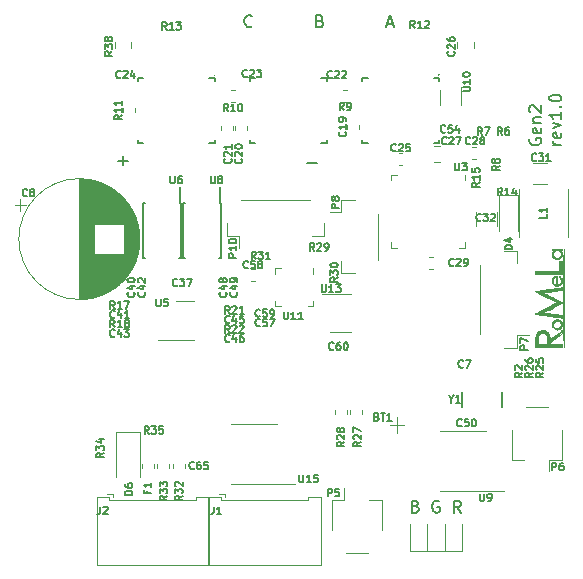
<source format=gbr>
G04 #@! TF.GenerationSoftware,KiCad,Pcbnew,(5.1.5)-2*
G04 #@! TF.CreationDate,2020-02-05T02:18:03-08:00*
G04 #@! TF.ProjectId,Motor_Gen2,4d6f746f-725f-4476-956e-322e6b696361,rev?*
G04 #@! TF.SameCoordinates,Original*
G04 #@! TF.FileFunction,Legend,Top*
G04 #@! TF.FilePolarity,Positive*
%FSLAX46Y46*%
G04 Gerber Fmt 4.6, Leading zero omitted, Abs format (unit mm)*
G04 Created by KiCad (PCBNEW (5.1.5)-2) date 2020-02-05 02:18:03*
%MOMM*%
%LPD*%
G04 APERTURE LIST*
%ADD10C,0.203200*%
%ADD11C,0.152400*%
%ADD12C,0.010000*%
%ADD13C,0.120000*%
%ADD14C,0.150000*%
%ADD15C,0.127000*%
%ADD16R,1.100000X1.100000*%
%ADD17C,0.100000*%
%ADD18C,0.500000*%
%ADD19C,0.800000*%
%ADD20C,5.400000*%
%ADD21O,2.000000X2.000000*%
%ADD22R,2.000000X2.000000*%
%ADD23O,0.800000X1.300000*%
%ADD24R,0.300000X0.670000*%
%ADD25R,0.400000X1.900000*%
%ADD26R,1.060000X0.650000*%
%ADD27R,0.450000X1.450000*%
%ADD28R,1.200000X2.000000*%
%ADD29R,0.700000X1.500000*%
%ADD30R,2.950000X1.500000*%
%ADD31R,3.700000X1.200000*%
%ADD32R,1.100000X2.000000*%
%ADD33R,1.100000X0.800000*%
%ADD34C,2.000000*%
G04 APERTURE END LIST*
D10*
X119928400Y-87393824D02*
X119880019Y-87490586D01*
X119880019Y-87635729D01*
X119928400Y-87780872D01*
X120025161Y-87877634D01*
X120121923Y-87926015D01*
X120315447Y-87974396D01*
X120460590Y-87974396D01*
X120654114Y-87926015D01*
X120750876Y-87877634D01*
X120847638Y-87780872D01*
X120896019Y-87635729D01*
X120896019Y-87538967D01*
X120847638Y-87393824D01*
X120799257Y-87345443D01*
X120460590Y-87345443D01*
X120460590Y-87538967D01*
X120847638Y-86522967D02*
X120896019Y-86619729D01*
X120896019Y-86813253D01*
X120847638Y-86910015D01*
X120750876Y-86958396D01*
X120363828Y-86958396D01*
X120267066Y-86910015D01*
X120218685Y-86813253D01*
X120218685Y-86619729D01*
X120267066Y-86522967D01*
X120363828Y-86474586D01*
X120460590Y-86474586D01*
X120557352Y-86958396D01*
X120218685Y-86039158D02*
X120896019Y-86039158D01*
X120315447Y-86039158D02*
X120267066Y-85990777D01*
X120218685Y-85894015D01*
X120218685Y-85748872D01*
X120267066Y-85652110D01*
X120363828Y-85603729D01*
X120896019Y-85603729D01*
X119976780Y-85168300D02*
X119928400Y-85119920D01*
X119880019Y-85023158D01*
X119880019Y-84781253D01*
X119928400Y-84684491D01*
X119976780Y-84636110D01*
X120073542Y-84587729D01*
X120170304Y-84587729D01*
X120315447Y-84636110D01*
X120896019Y-85216681D01*
X120896019Y-84587729D01*
X122623219Y-87926015D02*
X121945885Y-87926015D01*
X122139409Y-87926015D02*
X122042647Y-87877634D01*
X121994266Y-87829253D01*
X121945885Y-87732491D01*
X121945885Y-87635729D01*
X122574838Y-86910015D02*
X122623219Y-87006777D01*
X122623219Y-87200300D01*
X122574838Y-87297062D01*
X122478076Y-87345443D01*
X122091028Y-87345443D01*
X121994266Y-87297062D01*
X121945885Y-87200300D01*
X121945885Y-87006777D01*
X121994266Y-86910015D01*
X122091028Y-86861634D01*
X122187790Y-86861634D01*
X122284552Y-87345443D01*
X121945885Y-86522967D02*
X122623219Y-86281062D01*
X121945885Y-86039158D01*
X122623219Y-85119920D02*
X122623219Y-85700491D01*
X122623219Y-85410205D02*
X121607219Y-85410205D01*
X121752361Y-85506967D01*
X121849123Y-85603729D01*
X121897504Y-85700491D01*
X122526457Y-84684491D02*
X122574838Y-84636110D01*
X122623219Y-84684491D01*
X122574838Y-84732872D01*
X122526457Y-84684491D01*
X122623219Y-84684491D01*
X121607219Y-84007158D02*
X121607219Y-83910396D01*
X121655600Y-83813634D01*
X121703980Y-83765253D01*
X121800742Y-83716872D01*
X121994266Y-83668491D01*
X122236171Y-83668491D01*
X122429695Y-83716872D01*
X122526457Y-83765253D01*
X122574838Y-83813634D01*
X122623219Y-83910396D01*
X122623219Y-84007158D01*
X122574838Y-84103920D01*
X122526457Y-84152300D01*
X122429695Y-84200681D01*
X122236171Y-84249062D01*
X121994266Y-84249062D01*
X121800742Y-84200681D01*
X121703980Y-84152300D01*
X121655600Y-84103920D01*
X121607219Y-84007158D01*
X96414476Y-77862857D02*
X96366095Y-77911238D01*
X96220952Y-77959619D01*
X96124190Y-77959619D01*
X95979047Y-77911238D01*
X95882285Y-77814476D01*
X95833904Y-77717714D01*
X95785523Y-77524190D01*
X95785523Y-77379047D01*
X95833904Y-77185523D01*
X95882285Y-77088761D01*
X95979047Y-76992000D01*
X96124190Y-76943619D01*
X96220952Y-76943619D01*
X96366095Y-76992000D01*
X96414476Y-77040380D01*
X102172571Y-77427428D02*
X102317714Y-77475809D01*
X102366095Y-77524190D01*
X102414476Y-77620952D01*
X102414476Y-77766095D01*
X102366095Y-77862857D01*
X102317714Y-77911238D01*
X102220952Y-77959619D01*
X101833904Y-77959619D01*
X101833904Y-76943619D01*
X102172571Y-76943619D01*
X102269333Y-76992000D01*
X102317714Y-77040380D01*
X102366095Y-77137142D01*
X102366095Y-77233904D01*
X102317714Y-77330666D01*
X102269333Y-77379047D01*
X102172571Y-77427428D01*
X101833904Y-77427428D01*
X107858095Y-77669333D02*
X108341904Y-77669333D01*
X107761333Y-77959619D02*
X108100000Y-76943619D01*
X108438666Y-77959619D01*
X101112952Y-89472571D02*
X101887047Y-89472571D01*
X85112952Y-89272571D02*
X85887047Y-89272571D01*
X85500000Y-89659619D02*
X85500000Y-88885523D01*
D11*
X110284076Y-118527428D02*
X110429219Y-118575809D01*
X110477600Y-118624190D01*
X110525980Y-118720952D01*
X110525980Y-118866095D01*
X110477600Y-118962857D01*
X110429219Y-119011238D01*
X110332457Y-119059619D01*
X109945409Y-119059619D01*
X109945409Y-118043619D01*
X110284076Y-118043619D01*
X110380838Y-118092000D01*
X110429219Y-118140380D01*
X110477600Y-118237142D01*
X110477600Y-118333904D01*
X110429219Y-118430666D01*
X110380838Y-118479047D01*
X110284076Y-118527428D01*
X109945409Y-118527428D01*
X112267695Y-118092000D02*
X112170933Y-118043619D01*
X112025790Y-118043619D01*
X111880647Y-118092000D01*
X111783885Y-118188761D01*
X111735504Y-118285523D01*
X111687123Y-118479047D01*
X111687123Y-118624190D01*
X111735504Y-118817714D01*
X111783885Y-118914476D01*
X111880647Y-119011238D01*
X112025790Y-119059619D01*
X112122552Y-119059619D01*
X112267695Y-119011238D01*
X112316076Y-118962857D01*
X112316076Y-118624190D01*
X112122552Y-118624190D01*
X114106171Y-119059619D02*
X113767504Y-118575809D01*
X113525600Y-119059619D02*
X113525600Y-118043619D01*
X113912647Y-118043619D01*
X114009409Y-118092000D01*
X114057790Y-118140380D01*
X114106171Y-118237142D01*
X114106171Y-118382285D01*
X114057790Y-118479047D01*
X114009409Y-118527428D01*
X113912647Y-118575809D01*
X113525600Y-118575809D01*
D12*
G36*
X121821631Y-97030500D02*
G01*
X121880762Y-96927898D01*
X121902987Y-96903031D01*
X121968523Y-96836000D01*
X121891928Y-96836000D01*
X121840750Y-96832345D01*
X121819340Y-96815703D01*
X121815333Y-96783083D01*
X121815333Y-96730166D01*
X122662000Y-96730166D01*
X122662000Y-96783083D01*
X122656679Y-96818493D01*
X122632489Y-96833267D01*
X122585723Y-96836000D01*
X122509447Y-96836000D01*
X122573985Y-96909505D01*
X122645849Y-97019715D01*
X122676903Y-97138531D01*
X122666499Y-97262759D01*
X122653964Y-97304099D01*
X122590839Y-97428563D01*
X122502624Y-97518932D01*
X122389354Y-97575181D01*
X122251067Y-97597285D01*
X122226692Y-97597652D01*
X122208304Y-97596091D01*
X122208304Y-97487870D01*
X122324393Y-97479340D01*
X122423494Y-97437782D01*
X122501237Y-97369877D01*
X122553254Y-97282302D01*
X122575178Y-97181738D01*
X122562639Y-97074865D01*
X122529360Y-96996953D01*
X122456617Y-96910484D01*
X122358853Y-96855480D01*
X122243312Y-96836001D01*
X122242195Y-96836000D01*
X122120892Y-96853907D01*
X122022393Y-96905195D01*
X121950859Y-96986215D01*
X121910446Y-97093318D01*
X121904809Y-97132058D01*
X121911547Y-97251754D01*
X121954011Y-97351548D01*
X122028611Y-97427229D01*
X122131757Y-97474589D01*
X122208304Y-97487870D01*
X122208304Y-97596091D01*
X122120839Y-97588661D01*
X122035408Y-97559502D01*
X122017297Y-97549847D01*
X121917417Y-97472084D01*
X121846481Y-97373182D01*
X121805919Y-97261227D01*
X121797159Y-97144305D01*
X121821631Y-97030500D01*
G37*
X121821631Y-97030500D02*
X121880762Y-96927898D01*
X121902987Y-96903031D01*
X121968523Y-96836000D01*
X121891928Y-96836000D01*
X121840750Y-96832345D01*
X121819340Y-96815703D01*
X121815333Y-96783083D01*
X121815333Y-96730166D01*
X122662000Y-96730166D01*
X122662000Y-96783083D01*
X122656679Y-96818493D01*
X122632489Y-96833267D01*
X122585723Y-96836000D01*
X122509447Y-96836000D01*
X122573985Y-96909505D01*
X122645849Y-97019715D01*
X122676903Y-97138531D01*
X122666499Y-97262759D01*
X122653964Y-97304099D01*
X122590839Y-97428563D01*
X122502624Y-97518932D01*
X122389354Y-97575181D01*
X122251067Y-97597285D01*
X122226692Y-97597652D01*
X122208304Y-97596091D01*
X122208304Y-97487870D01*
X122324393Y-97479340D01*
X122423494Y-97437782D01*
X122501237Y-97369877D01*
X122553254Y-97282302D01*
X122575178Y-97181738D01*
X122562639Y-97074865D01*
X122529360Y-96996953D01*
X122456617Y-96910484D01*
X122358853Y-96855480D01*
X122243312Y-96836001D01*
X122242195Y-96836000D01*
X122120892Y-96853907D01*
X122022393Y-96905195D01*
X121950859Y-96986215D01*
X121910446Y-97093318D01*
X121904809Y-97132058D01*
X121911547Y-97251754D01*
X121954011Y-97351548D01*
X122028611Y-97427229D01*
X122131757Y-97474589D01*
X122208304Y-97487870D01*
X122208304Y-97596091D01*
X122120839Y-97588661D01*
X122035408Y-97559502D01*
X122017297Y-97549847D01*
X121917417Y-97472084D01*
X121846481Y-97373182D01*
X121805919Y-97261227D01*
X121797159Y-97144305D01*
X121821631Y-97030500D01*
G36*
X122450333Y-98592833D02*
G01*
X122450333Y-97725000D01*
X122683166Y-97725000D01*
X122683166Y-98825666D01*
X120397166Y-98825666D01*
X120397166Y-98592833D01*
X122450333Y-98592833D01*
G37*
X122450333Y-98592833D02*
X122450333Y-97725000D01*
X122683166Y-97725000D01*
X122683166Y-98825666D01*
X120397166Y-98825666D01*
X120397166Y-98592833D01*
X122450333Y-98592833D01*
G36*
X121807492Y-99323550D02*
G01*
X121854087Y-99204368D01*
X121934991Y-99106946D01*
X122047200Y-99035841D01*
X122088366Y-99019685D01*
X122140277Y-99001969D01*
X122178627Y-98992818D01*
X122205463Y-98997112D01*
X122222835Y-99019731D01*
X122232793Y-99065556D01*
X122237385Y-99139468D01*
X122238661Y-99246347D01*
X122238666Y-99377682D01*
X122238666Y-99760363D01*
X122307458Y-99745654D01*
X122419328Y-99703324D01*
X122503293Y-99634659D01*
X122557250Y-99546889D01*
X122579091Y-99447244D01*
X122566712Y-99342954D01*
X122518007Y-99241248D01*
X122470799Y-99184799D01*
X122421118Y-99124869D01*
X122400747Y-99076711D01*
X122410762Y-99045853D01*
X122442014Y-99037333D01*
X122484566Y-99054756D01*
X122536276Y-99100010D01*
X122588377Y-99162574D01*
X122632104Y-99231927D01*
X122658641Y-99297348D01*
X122677786Y-99392175D01*
X122679089Y-99468077D01*
X122662090Y-99544732D01*
X122652161Y-99574178D01*
X122590768Y-99688652D01*
X122501997Y-99775823D01*
X122392867Y-99833063D01*
X122270402Y-99857740D01*
X122141623Y-99847225D01*
X122130040Y-99843094D01*
X122130040Y-99735833D01*
X122140494Y-99719368D01*
X122147840Y-99668346D01*
X122152268Y-99580330D01*
X122153968Y-99452879D01*
X122154000Y-99428916D01*
X122153051Y-99301695D01*
X122149940Y-99212129D01*
X122144264Y-99155579D01*
X122135625Y-99127404D01*
X122127541Y-99122079D01*
X122073989Y-99138668D01*
X122013445Y-99180607D01*
X121960044Y-99236565D01*
X121935347Y-99276158D01*
X121904059Y-99383652D01*
X121906983Y-99491925D01*
X121941644Y-99590828D01*
X122005568Y-99670213D01*
X122037043Y-99693166D01*
X122087922Y-99721002D01*
X122125501Y-99735320D01*
X122130040Y-99735833D01*
X122130040Y-99843094D01*
X122029734Y-99807315D01*
X121919802Y-99733961D01*
X121845989Y-99639837D01*
X121805861Y-99521290D01*
X121798211Y-99459931D01*
X121807492Y-99323550D01*
G37*
X121807492Y-99323550D02*
X121854087Y-99204368D01*
X121934991Y-99106946D01*
X122047200Y-99035841D01*
X122088366Y-99019685D01*
X122140277Y-99001969D01*
X122178627Y-98992818D01*
X122205463Y-98997112D01*
X122222835Y-99019731D01*
X122232793Y-99065556D01*
X122237385Y-99139468D01*
X122238661Y-99246347D01*
X122238666Y-99377682D01*
X122238666Y-99760363D01*
X122307458Y-99745654D01*
X122419328Y-99703324D01*
X122503293Y-99634659D01*
X122557250Y-99546889D01*
X122579091Y-99447244D01*
X122566712Y-99342954D01*
X122518007Y-99241248D01*
X122470799Y-99184799D01*
X122421118Y-99124869D01*
X122400747Y-99076711D01*
X122410762Y-99045853D01*
X122442014Y-99037333D01*
X122484566Y-99054756D01*
X122536276Y-99100010D01*
X122588377Y-99162574D01*
X122632104Y-99231927D01*
X122658641Y-99297348D01*
X122677786Y-99392175D01*
X122679089Y-99468077D01*
X122662090Y-99544732D01*
X122652161Y-99574178D01*
X122590768Y-99688652D01*
X122501997Y-99775823D01*
X122392867Y-99833063D01*
X122270402Y-99857740D01*
X122141623Y-99847225D01*
X122130040Y-99843094D01*
X122130040Y-99735833D01*
X122140494Y-99719368D01*
X122147840Y-99668346D01*
X122152268Y-99580330D01*
X122153968Y-99452879D01*
X122154000Y-99428916D01*
X122153051Y-99301695D01*
X122149940Y-99212129D01*
X122144264Y-99155579D01*
X122135625Y-99127404D01*
X122127541Y-99122079D01*
X122073989Y-99138668D01*
X122013445Y-99180607D01*
X121960044Y-99236565D01*
X121935347Y-99276158D01*
X121904059Y-99383652D01*
X121906983Y-99491925D01*
X121941644Y-99590828D01*
X122005568Y-99670213D01*
X122037043Y-99693166D01*
X122087922Y-99721002D01*
X122125501Y-99735320D01*
X122130040Y-99735833D01*
X122130040Y-99843094D01*
X122029734Y-99807315D01*
X121919802Y-99733961D01*
X121845989Y-99639837D01*
X121805861Y-99521290D01*
X121798211Y-99459931D01*
X121807492Y-99323550D01*
G36*
X120415581Y-102202994D02*
G01*
X120468407Y-102173803D01*
X120552014Y-102129743D01*
X120662776Y-102072666D01*
X120797062Y-102004426D01*
X120951244Y-101926878D01*
X121121695Y-101841875D01*
X121304784Y-101751270D01*
X121333791Y-101736977D01*
X122270416Y-101275725D01*
X121329922Y-100812332D01*
X121128475Y-100712525D01*
X120946203Y-100621118D01*
X120785872Y-100539559D01*
X120650247Y-100469294D01*
X120542095Y-100411773D01*
X120464182Y-100368440D01*
X120419274Y-100340746D01*
X120409172Y-100330526D01*
X120433403Y-100324065D01*
X120495540Y-100312440D01*
X120591555Y-100296278D01*
X120717418Y-100276207D01*
X120869101Y-100252854D01*
X121042573Y-100226846D01*
X121233807Y-100198811D01*
X121438772Y-100169377D01*
X121497833Y-100161004D01*
X121707431Y-100131306D01*
X121905691Y-100103087D01*
X122088392Y-100076954D01*
X122251314Y-100053519D01*
X122390237Y-100033390D01*
X122500941Y-100017177D01*
X122579206Y-100005490D01*
X122620813Y-99998939D01*
X122624958Y-99998182D01*
X122659120Y-99993394D01*
X122676340Y-100003375D01*
X122682421Y-100037743D01*
X122683166Y-100094649D01*
X122678020Y-100167017D01*
X122663617Y-100206960D01*
X122656708Y-100211993D01*
X122630360Y-100216867D01*
X122566871Y-100226745D01*
X122471049Y-100240936D01*
X122347701Y-100258745D01*
X122201634Y-100279480D01*
X122037655Y-100302445D01*
X121860572Y-100326948D01*
X121847902Y-100328690D01*
X121671137Y-100353113D01*
X121508044Y-100375891D01*
X121363268Y-100396357D01*
X121241449Y-100413844D01*
X121147230Y-100427686D01*
X121085254Y-100437215D01*
X121060161Y-100441764D01*
X121059870Y-100441907D01*
X121077020Y-100452095D01*
X121128364Y-100478906D01*
X121210046Y-100520411D01*
X121318208Y-100574680D01*
X121448994Y-100639782D01*
X121598547Y-100713789D01*
X121763010Y-100794770D01*
X121868676Y-100846606D01*
X122070580Y-100946209D01*
X122247728Y-101035009D01*
X122397863Y-101111818D01*
X122518730Y-101175449D01*
X122608072Y-101224713D01*
X122663634Y-101258422D01*
X122683159Y-101275388D01*
X122683166Y-101275546D01*
X122664386Y-101292163D01*
X122609557Y-101325583D01*
X122520946Y-101374610D01*
X122400822Y-101438046D01*
X122251450Y-101514696D01*
X122075099Y-101603363D01*
X121874036Y-101702851D01*
X121865688Y-101706952D01*
X121693828Y-101791617D01*
X121534604Y-101870563D01*
X121391852Y-101941849D01*
X121269408Y-102003537D01*
X121171106Y-102053688D01*
X121100782Y-102090364D01*
X121062273Y-102111625D01*
X121056063Y-102116224D01*
X121077648Y-102120450D01*
X121135608Y-102129560D01*
X121224364Y-102142777D01*
X121338337Y-102159325D01*
X121471948Y-102178428D01*
X121619620Y-102199310D01*
X121775773Y-102221196D01*
X121934829Y-102243308D01*
X122091208Y-102264872D01*
X122239333Y-102285110D01*
X122373625Y-102303248D01*
X122488504Y-102318508D01*
X122578393Y-102330115D01*
X122637713Y-102337294D01*
X122659932Y-102339333D01*
X122674160Y-102358851D01*
X122682147Y-102411226D01*
X122683166Y-102445166D01*
X122681227Y-102508206D01*
X122672204Y-102539670D01*
X122651285Y-102550255D01*
X122635541Y-102551061D01*
X122606691Y-102548171D01*
X122540839Y-102539938D01*
X122442884Y-102527049D01*
X122317725Y-102510193D01*
X122170260Y-102490057D01*
X122005390Y-102467331D01*
X121828013Y-102442703D01*
X121643028Y-102416859D01*
X121455334Y-102390490D01*
X121269831Y-102364283D01*
X121091417Y-102338925D01*
X120924992Y-102315107D01*
X120775455Y-102293514D01*
X120647705Y-102274837D01*
X120546641Y-102259762D01*
X120477161Y-102248978D01*
X120444791Y-102243317D01*
X120407688Y-102228581D01*
X120397166Y-102215461D01*
X120415581Y-102202994D01*
G37*
X120415581Y-102202994D02*
X120468407Y-102173803D01*
X120552014Y-102129743D01*
X120662776Y-102072666D01*
X120797062Y-102004426D01*
X120951244Y-101926878D01*
X121121695Y-101841875D01*
X121304784Y-101751270D01*
X121333791Y-101736977D01*
X122270416Y-101275725D01*
X121329922Y-100812332D01*
X121128475Y-100712525D01*
X120946203Y-100621118D01*
X120785872Y-100539559D01*
X120650247Y-100469294D01*
X120542095Y-100411773D01*
X120464182Y-100368440D01*
X120419274Y-100340746D01*
X120409172Y-100330526D01*
X120433403Y-100324065D01*
X120495540Y-100312440D01*
X120591555Y-100296278D01*
X120717418Y-100276207D01*
X120869101Y-100252854D01*
X121042573Y-100226846D01*
X121233807Y-100198811D01*
X121438772Y-100169377D01*
X121497833Y-100161004D01*
X121707431Y-100131306D01*
X121905691Y-100103087D01*
X122088392Y-100076954D01*
X122251314Y-100053519D01*
X122390237Y-100033390D01*
X122500941Y-100017177D01*
X122579206Y-100005490D01*
X122620813Y-99998939D01*
X122624958Y-99998182D01*
X122659120Y-99993394D01*
X122676340Y-100003375D01*
X122682421Y-100037743D01*
X122683166Y-100094649D01*
X122678020Y-100167017D01*
X122663617Y-100206960D01*
X122656708Y-100211993D01*
X122630360Y-100216867D01*
X122566871Y-100226745D01*
X122471049Y-100240936D01*
X122347701Y-100258745D01*
X122201634Y-100279480D01*
X122037655Y-100302445D01*
X121860572Y-100326948D01*
X121847902Y-100328690D01*
X121671137Y-100353113D01*
X121508044Y-100375891D01*
X121363268Y-100396357D01*
X121241449Y-100413844D01*
X121147230Y-100427686D01*
X121085254Y-100437215D01*
X121060161Y-100441764D01*
X121059870Y-100441907D01*
X121077020Y-100452095D01*
X121128364Y-100478906D01*
X121210046Y-100520411D01*
X121318208Y-100574680D01*
X121448994Y-100639782D01*
X121598547Y-100713789D01*
X121763010Y-100794770D01*
X121868676Y-100846606D01*
X122070580Y-100946209D01*
X122247728Y-101035009D01*
X122397863Y-101111818D01*
X122518730Y-101175449D01*
X122608072Y-101224713D01*
X122663634Y-101258422D01*
X122683159Y-101275388D01*
X122683166Y-101275546D01*
X122664386Y-101292163D01*
X122609557Y-101325583D01*
X122520946Y-101374610D01*
X122400822Y-101438046D01*
X122251450Y-101514696D01*
X122075099Y-101603363D01*
X121874036Y-101702851D01*
X121865688Y-101706952D01*
X121693828Y-101791617D01*
X121534604Y-101870563D01*
X121391852Y-101941849D01*
X121269408Y-102003537D01*
X121171106Y-102053688D01*
X121100782Y-102090364D01*
X121062273Y-102111625D01*
X121056063Y-102116224D01*
X121077648Y-102120450D01*
X121135608Y-102129560D01*
X121224364Y-102142777D01*
X121338337Y-102159325D01*
X121471948Y-102178428D01*
X121619620Y-102199310D01*
X121775773Y-102221196D01*
X121934829Y-102243308D01*
X122091208Y-102264872D01*
X122239333Y-102285110D01*
X122373625Y-102303248D01*
X122488504Y-102318508D01*
X122578393Y-102330115D01*
X122637713Y-102337294D01*
X122659932Y-102339333D01*
X122674160Y-102358851D01*
X122682147Y-102411226D01*
X122683166Y-102445166D01*
X122681227Y-102508206D01*
X122672204Y-102539670D01*
X122651285Y-102550255D01*
X122635541Y-102551061D01*
X122606691Y-102548171D01*
X122540839Y-102539938D01*
X122442884Y-102527049D01*
X122317725Y-102510193D01*
X122170260Y-102490057D01*
X122005390Y-102467331D01*
X121828013Y-102442703D01*
X121643028Y-102416859D01*
X121455334Y-102390490D01*
X121269831Y-102364283D01*
X121091417Y-102338925D01*
X120924992Y-102315107D01*
X120775455Y-102293514D01*
X120647705Y-102274837D01*
X120546641Y-102259762D01*
X120477161Y-102248978D01*
X120444791Y-102243317D01*
X120407688Y-102228581D01*
X120397166Y-102215461D01*
X120415581Y-102202994D01*
G36*
X121798683Y-103132798D02*
G01*
X121800365Y-103107947D01*
X121817967Y-102998347D01*
X121850439Y-102912338D01*
X121855030Y-102904515D01*
X121937991Y-102807269D01*
X122042405Y-102741004D01*
X122160187Y-102706376D01*
X122283253Y-102704039D01*
X122403519Y-102734648D01*
X122512899Y-102798859D01*
X122563995Y-102847072D01*
X122640934Y-102960005D01*
X122676732Y-103081955D01*
X122670998Y-103210998D01*
X122652161Y-103278344D01*
X122592595Y-103386102D01*
X122499661Y-103478613D01*
X122420327Y-103528845D01*
X122356066Y-103554667D01*
X122285703Y-103564769D01*
X122268134Y-103564384D01*
X122268134Y-103459952D01*
X122370699Y-103433391D01*
X122461247Y-103377259D01*
X122529595Y-103294388D01*
X122535779Y-103282865D01*
X122567353Y-103182087D01*
X122567233Y-103076941D01*
X122536153Y-102982159D01*
X122519506Y-102956040D01*
X122432019Y-102868392D01*
X122331661Y-102817944D01*
X122225390Y-102804492D01*
X122120162Y-102827836D01*
X122022936Y-102887771D01*
X121948128Y-102972675D01*
X121906247Y-103069342D01*
X121902974Y-103171114D01*
X121936383Y-103270895D01*
X122004545Y-103361584D01*
X122067675Y-103413038D01*
X122163732Y-103454112D01*
X122268134Y-103459952D01*
X122268134Y-103564384D01*
X122203804Y-103562973D01*
X122067906Y-103535903D01*
X121955470Y-103473649D01*
X121866903Y-103376465D01*
X121841575Y-103334166D01*
X121811735Y-103269508D01*
X121798669Y-103209140D01*
X121798683Y-103132798D01*
G37*
X121798683Y-103132798D02*
X121800365Y-103107947D01*
X121817967Y-102998347D01*
X121850439Y-102912338D01*
X121855030Y-102904515D01*
X121937991Y-102807269D01*
X122042405Y-102741004D01*
X122160187Y-102706376D01*
X122283253Y-102704039D01*
X122403519Y-102734648D01*
X122512899Y-102798859D01*
X122563995Y-102847072D01*
X122640934Y-102960005D01*
X122676732Y-103081955D01*
X122670998Y-103210998D01*
X122652161Y-103278344D01*
X122592595Y-103386102D01*
X122499661Y-103478613D01*
X122420327Y-103528845D01*
X122356066Y-103554667D01*
X122285703Y-103564769D01*
X122268134Y-103564384D01*
X122268134Y-103459952D01*
X122370699Y-103433391D01*
X122461247Y-103377259D01*
X122529595Y-103294388D01*
X122535779Y-103282865D01*
X122567353Y-103182087D01*
X122567233Y-103076941D01*
X122536153Y-102982159D01*
X122519506Y-102956040D01*
X122432019Y-102868392D01*
X122331661Y-102817944D01*
X122225390Y-102804492D01*
X122120162Y-102827836D01*
X122022936Y-102887771D01*
X121948128Y-102972675D01*
X121906247Y-103069342D01*
X121902974Y-103171114D01*
X121936383Y-103270895D01*
X122004545Y-103361584D01*
X122067675Y-103413038D01*
X122163732Y-103454112D01*
X122268134Y-103459952D01*
X122268134Y-103564384D01*
X122203804Y-103562973D01*
X122067906Y-103535903D01*
X121955470Y-103473649D01*
X121866903Y-103376465D01*
X121841575Y-103334166D01*
X121811735Y-103269508D01*
X121798669Y-103209140D01*
X121798683Y-103132798D01*
G36*
X120402648Y-104577708D02*
G01*
X120407644Y-104399407D01*
X120414302Y-104257266D01*
X120423962Y-104145115D01*
X120437961Y-104056781D01*
X120457635Y-103986093D01*
X120484324Y-103926879D01*
X120519365Y-103872969D01*
X120564096Y-103818189D01*
X120568328Y-103813363D01*
X120675325Y-103715004D01*
X120793785Y-103653828D01*
X120931930Y-103626211D01*
X120998511Y-103623748D01*
X121161442Y-103641170D01*
X121301640Y-103691994D01*
X121416383Y-103775111D01*
X121445303Y-103806022D01*
X121506057Y-103889551D01*
X121551428Y-103984152D01*
X121585615Y-104100639D01*
X121609745Y-104229611D01*
X121635416Y-104394806D01*
X122132833Y-104009859D01*
X122259597Y-103911741D01*
X122376225Y-103821438D01*
X122478309Y-103742366D01*
X122561441Y-103677940D01*
X122621211Y-103631577D01*
X122653211Y-103606691D01*
X122656708Y-103603948D01*
X122671210Y-103601520D01*
X122679490Y-103626838D01*
X122682880Y-103685875D01*
X122683166Y-103722565D01*
X122683166Y-103862147D01*
X122154723Y-104270198D01*
X122007308Y-104384253D01*
X121890094Y-104475729D01*
X121799634Y-104547734D01*
X121732479Y-104603375D01*
X121685182Y-104645761D01*
X121654292Y-104677998D01*
X121636363Y-104703193D01*
X121627946Y-104724455D01*
X121625592Y-104744891D01*
X121625557Y-104747041D01*
X121624833Y-104815833D01*
X122683166Y-104815833D01*
X122683166Y-105048666D01*
X121392000Y-105048666D01*
X121392000Y-104815833D01*
X121391881Y-104514208D01*
X121390309Y-104398161D01*
X121386082Y-104290724D01*
X121379798Y-104202249D01*
X121372056Y-104143086D01*
X121369901Y-104133865D01*
X121318400Y-104021616D01*
X121236924Y-103934771D01*
X121132377Y-103878621D01*
X121011659Y-103858451D01*
X121010382Y-103858449D01*
X120884849Y-103877132D01*
X120778589Y-103931460D01*
X120696902Y-104018483D01*
X120676191Y-104051449D01*
X120661128Y-104083174D01*
X120650641Y-104121116D01*
X120643659Y-104172735D01*
X120639110Y-104245492D01*
X120635921Y-104346844D01*
X120633507Y-104459675D01*
X120626431Y-104815833D01*
X121392000Y-104815833D01*
X121392000Y-105048666D01*
X120391707Y-105048666D01*
X120402648Y-104577708D01*
G37*
X120402648Y-104577708D02*
X120407644Y-104399407D01*
X120414302Y-104257266D01*
X120423962Y-104145115D01*
X120437961Y-104056781D01*
X120457635Y-103986093D01*
X120484324Y-103926879D01*
X120519365Y-103872969D01*
X120564096Y-103818189D01*
X120568328Y-103813363D01*
X120675325Y-103715004D01*
X120793785Y-103653828D01*
X120931930Y-103626211D01*
X120998511Y-103623748D01*
X121161442Y-103641170D01*
X121301640Y-103691994D01*
X121416383Y-103775111D01*
X121445303Y-103806022D01*
X121506057Y-103889551D01*
X121551428Y-103984152D01*
X121585615Y-104100639D01*
X121609745Y-104229611D01*
X121635416Y-104394806D01*
X122132833Y-104009859D01*
X122259597Y-103911741D01*
X122376225Y-103821438D01*
X122478309Y-103742366D01*
X122561441Y-103677940D01*
X122621211Y-103631577D01*
X122653211Y-103606691D01*
X122656708Y-103603948D01*
X122671210Y-103601520D01*
X122679490Y-103626838D01*
X122682880Y-103685875D01*
X122683166Y-103722565D01*
X122683166Y-103862147D01*
X122154723Y-104270198D01*
X122007308Y-104384253D01*
X121890094Y-104475729D01*
X121799634Y-104547734D01*
X121732479Y-104603375D01*
X121685182Y-104645761D01*
X121654292Y-104677998D01*
X121636363Y-104703193D01*
X121627946Y-104724455D01*
X121625592Y-104744891D01*
X121625557Y-104747041D01*
X121624833Y-104815833D01*
X122683166Y-104815833D01*
X122683166Y-105048666D01*
X121392000Y-105048666D01*
X121392000Y-104815833D01*
X121391881Y-104514208D01*
X121390309Y-104398161D01*
X121386082Y-104290724D01*
X121379798Y-104202249D01*
X121372056Y-104143086D01*
X121369901Y-104133865D01*
X121318400Y-104021616D01*
X121236924Y-103934771D01*
X121132377Y-103878621D01*
X121011659Y-103858451D01*
X121010382Y-103858449D01*
X120884849Y-103877132D01*
X120778589Y-103931460D01*
X120696902Y-104018483D01*
X120676191Y-104051449D01*
X120661128Y-104083174D01*
X120650641Y-104121116D01*
X120643659Y-104172735D01*
X120639110Y-104245492D01*
X120635921Y-104346844D01*
X120633507Y-104459675D01*
X120626431Y-104815833D01*
X121392000Y-104815833D01*
X121392000Y-105048666D01*
X120391707Y-105048666D01*
X120402648Y-104577708D01*
G36*
X122789003Y-100396371D02*
G01*
X122789026Y-99943915D01*
X122789086Y-99530306D01*
X122789201Y-99153799D01*
X122789388Y-98812651D01*
X122789665Y-98505119D01*
X122790050Y-98229459D01*
X122790561Y-97983928D01*
X122791215Y-97766781D01*
X122792031Y-97576276D01*
X122793025Y-97410669D01*
X122794216Y-97268216D01*
X122795622Y-97147174D01*
X122797260Y-97045800D01*
X122799147Y-96962348D01*
X122801302Y-96895078D01*
X122803743Y-96842243D01*
X122806487Y-96802102D01*
X122809552Y-96772911D01*
X122812955Y-96752925D01*
X122816715Y-96740402D01*
X122820849Y-96733598D01*
X122825375Y-96730769D01*
X122830310Y-96730172D01*
X122831333Y-96730166D01*
X122836351Y-96730529D01*
X122840956Y-96732780D01*
X122845166Y-96738663D01*
X122848998Y-96749921D01*
X122852470Y-96768298D01*
X122855600Y-96795537D01*
X122858406Y-96833382D01*
X122860905Y-96883576D01*
X122863115Y-96947864D01*
X122865054Y-97027987D01*
X122866740Y-97125691D01*
X122868190Y-97242719D01*
X122869422Y-97380813D01*
X122870454Y-97541719D01*
X122871303Y-97727178D01*
X122871988Y-97938936D01*
X122872525Y-98178734D01*
X122872934Y-98448318D01*
X122873231Y-98749430D01*
X122873435Y-99083813D01*
X122873562Y-99453213D01*
X122873631Y-99859371D01*
X122873660Y-100304032D01*
X122873666Y-100788939D01*
X122873666Y-100889416D01*
X122873662Y-101382462D01*
X122873640Y-101834918D01*
X122873580Y-102248527D01*
X122873465Y-102625034D01*
X122873278Y-102966182D01*
X122873001Y-103273714D01*
X122872616Y-103549374D01*
X122872105Y-103794905D01*
X122871450Y-104012052D01*
X122870635Y-104202557D01*
X122869640Y-104368164D01*
X122868449Y-104510617D01*
X122867044Y-104631659D01*
X122865406Y-104733033D01*
X122863518Y-104816485D01*
X122861363Y-104883755D01*
X122858922Y-104936590D01*
X122856179Y-104976731D01*
X122853114Y-105005922D01*
X122849710Y-105025908D01*
X122845951Y-105038431D01*
X122841817Y-105045235D01*
X122837291Y-105048064D01*
X122832356Y-105048661D01*
X122831333Y-105048666D01*
X122826315Y-105048304D01*
X122821709Y-105046053D01*
X122817500Y-105040170D01*
X122813668Y-105028912D01*
X122810195Y-105010535D01*
X122807065Y-104983296D01*
X122804259Y-104945451D01*
X122801760Y-104895257D01*
X122799550Y-104830969D01*
X122797611Y-104750846D01*
X122795926Y-104653142D01*
X122794476Y-104536114D01*
X122793244Y-104398020D01*
X122792212Y-104237114D01*
X122791363Y-104051655D01*
X122790678Y-103839897D01*
X122790140Y-103600099D01*
X122789732Y-103330515D01*
X122789435Y-103029403D01*
X122789231Y-102695020D01*
X122789104Y-102325620D01*
X122789034Y-101919462D01*
X122789006Y-101474801D01*
X122789000Y-100989894D01*
X122789000Y-100889416D01*
X122789003Y-100396371D01*
G37*
X122789003Y-100396371D02*
X122789026Y-99943915D01*
X122789086Y-99530306D01*
X122789201Y-99153799D01*
X122789388Y-98812651D01*
X122789665Y-98505119D01*
X122790050Y-98229459D01*
X122790561Y-97983928D01*
X122791215Y-97766781D01*
X122792031Y-97576276D01*
X122793025Y-97410669D01*
X122794216Y-97268216D01*
X122795622Y-97147174D01*
X122797260Y-97045800D01*
X122799147Y-96962348D01*
X122801302Y-96895078D01*
X122803743Y-96842243D01*
X122806487Y-96802102D01*
X122809552Y-96772911D01*
X122812955Y-96752925D01*
X122816715Y-96740402D01*
X122820849Y-96733598D01*
X122825375Y-96730769D01*
X122830310Y-96730172D01*
X122831333Y-96730166D01*
X122836351Y-96730529D01*
X122840956Y-96732780D01*
X122845166Y-96738663D01*
X122848998Y-96749921D01*
X122852470Y-96768298D01*
X122855600Y-96795537D01*
X122858406Y-96833382D01*
X122860905Y-96883576D01*
X122863115Y-96947864D01*
X122865054Y-97027987D01*
X122866740Y-97125691D01*
X122868190Y-97242719D01*
X122869422Y-97380813D01*
X122870454Y-97541719D01*
X122871303Y-97727178D01*
X122871988Y-97938936D01*
X122872525Y-98178734D01*
X122872934Y-98448318D01*
X122873231Y-98749430D01*
X122873435Y-99083813D01*
X122873562Y-99453213D01*
X122873631Y-99859371D01*
X122873660Y-100304032D01*
X122873666Y-100788939D01*
X122873666Y-100889416D01*
X122873662Y-101382462D01*
X122873640Y-101834918D01*
X122873580Y-102248527D01*
X122873465Y-102625034D01*
X122873278Y-102966182D01*
X122873001Y-103273714D01*
X122872616Y-103549374D01*
X122872105Y-103794905D01*
X122871450Y-104012052D01*
X122870635Y-104202557D01*
X122869640Y-104368164D01*
X122868449Y-104510617D01*
X122867044Y-104631659D01*
X122865406Y-104733033D01*
X122863518Y-104816485D01*
X122861363Y-104883755D01*
X122858922Y-104936590D01*
X122856179Y-104976731D01*
X122853114Y-105005922D01*
X122849710Y-105025908D01*
X122845951Y-105038431D01*
X122841817Y-105045235D01*
X122837291Y-105048064D01*
X122832356Y-105048661D01*
X122831333Y-105048666D01*
X122826315Y-105048304D01*
X122821709Y-105046053D01*
X122817500Y-105040170D01*
X122813668Y-105028912D01*
X122810195Y-105010535D01*
X122807065Y-104983296D01*
X122804259Y-104945451D01*
X122801760Y-104895257D01*
X122799550Y-104830969D01*
X122797611Y-104750846D01*
X122795926Y-104653142D01*
X122794476Y-104536114D01*
X122793244Y-104398020D01*
X122792212Y-104237114D01*
X122791363Y-104051655D01*
X122790678Y-103839897D01*
X122790140Y-103600099D01*
X122789732Y-103330515D01*
X122789435Y-103029403D01*
X122789231Y-102695020D01*
X122789104Y-102325620D01*
X122789034Y-101919462D01*
X122789006Y-101474801D01*
X122789000Y-100989894D01*
X122789000Y-100889416D01*
X122789003Y-100396371D01*
D13*
X86900000Y-112200000D02*
X86900000Y-116050000D01*
X84900000Y-112200000D02*
X84900000Y-116050000D01*
X86900000Y-112200000D02*
X84900000Y-112200000D01*
D14*
X112250000Y-82250000D02*
X112250000Y-82500000D01*
X112250000Y-82250000D02*
X111800000Y-82250000D01*
X105750000Y-82250000D02*
X106200000Y-82250000D01*
X105750000Y-82250000D02*
X105750000Y-82500000D01*
X105750000Y-87750000D02*
X105750000Y-87500000D01*
X105750000Y-87750000D02*
X106200000Y-87750000D01*
X112250000Y-87750000D02*
X111800000Y-87750000D01*
X112250000Y-87750000D02*
X112250000Y-87500000D01*
X112250000Y-82000000D02*
G75*
G03X112250000Y-82000000I-50000J0D01*
G01*
X102750000Y-82300000D02*
X102750000Y-82550000D01*
X102750000Y-82300000D02*
X102300000Y-82300000D01*
X96250000Y-82300000D02*
X96700000Y-82300000D01*
X96250000Y-82300000D02*
X96250000Y-82550000D01*
X96250000Y-87800000D02*
X96250000Y-87550000D01*
X96250000Y-87800000D02*
X96700000Y-87800000D01*
X102750000Y-87800000D02*
X102300000Y-87800000D01*
X102750000Y-87800000D02*
X102750000Y-87550000D01*
X102750000Y-82050000D02*
G75*
G03X102750000Y-82050000I-50000J0D01*
G01*
X93250000Y-82300000D02*
X93250000Y-82550000D01*
X93250000Y-82300000D02*
X92800000Y-82300000D01*
X86750000Y-82300000D02*
X87200000Y-82300000D01*
X86750000Y-82300000D02*
X86750000Y-82550000D01*
X86750000Y-87800000D02*
X86750000Y-87550000D01*
X86750000Y-87800000D02*
X87200000Y-87800000D01*
X93250000Y-87800000D02*
X92800000Y-87800000D01*
X93250000Y-87800000D02*
X93250000Y-87550000D01*
X93250000Y-82050000D02*
G75*
G03X93250000Y-82050000I-50000J0D01*
G01*
D13*
X107110000Y-93760000D02*
X107110000Y-97640000D01*
X103990000Y-98810000D02*
X103990000Y-97760000D01*
X105140000Y-98810000D02*
X103990000Y-98810000D01*
X103990000Y-93640000D02*
X103000000Y-93640000D01*
X103990000Y-92590000D02*
X103990000Y-93640000D01*
X105140000Y-92590000D02*
X103990000Y-92590000D01*
X84790000Y-79241422D02*
X84790000Y-79758578D01*
X86210000Y-79241422D02*
X86210000Y-79758578D01*
X113790000Y-79241422D02*
X113790000Y-79758578D01*
X115210000Y-79241422D02*
X115210000Y-79758578D01*
X95460000Y-92565000D02*
X101340000Y-92565000D01*
X102510000Y-95685000D02*
X101460000Y-95685000D01*
X102510000Y-94535000D02*
X102510000Y-95685000D01*
X95340000Y-95685000D02*
X95340000Y-96675000D01*
X94290000Y-95685000D02*
X95340000Y-95685000D01*
X94290000Y-94535000D02*
X94290000Y-95685000D01*
X115765000Y-103940000D02*
X115765000Y-98060000D01*
X118885000Y-96890000D02*
X118885000Y-97940000D01*
X117735000Y-96890000D02*
X118885000Y-96890000D01*
X118885000Y-104060000D02*
X119875000Y-104060000D01*
X118885000Y-105110000D02*
X118885000Y-104060000D01*
X117735000Y-105110000D02*
X118885000Y-105110000D01*
X108710000Y-112300000D02*
X108710000Y-111000000D01*
X109310000Y-111650000D02*
X108110000Y-111650000D01*
X122633000Y-112086400D02*
X122633000Y-114586400D01*
X122633000Y-114586400D02*
X121583000Y-114586400D01*
X121583000Y-114586400D02*
X121583000Y-115576400D01*
X118413000Y-112086400D02*
X118413000Y-114586400D01*
X118413000Y-114586400D02*
X119463000Y-114586400D01*
X121463000Y-110116400D02*
X119583000Y-110116400D01*
X104360000Y-122485000D02*
X106240000Y-122485000D01*
X107410000Y-118015000D02*
X106360000Y-118015000D01*
X107410000Y-120515000D02*
X107410000Y-118015000D01*
X104240000Y-118015000D02*
X104240000Y-117025000D01*
X103190000Y-118015000D02*
X104240000Y-118015000D01*
X103190000Y-120515000D02*
X103190000Y-118015000D01*
X92735000Y-123460000D02*
X88000000Y-123460000D01*
X92735000Y-117740000D02*
X92735000Y-123460000D01*
X91665000Y-117740000D02*
X92735000Y-117740000D01*
X91665000Y-118040000D02*
X91665000Y-117740000D01*
X88000000Y-118040000D02*
X91665000Y-118040000D01*
X83265000Y-123460000D02*
X88000000Y-123460000D01*
X83265000Y-117740000D02*
X83265000Y-123460000D01*
X84335000Y-117740000D02*
X83265000Y-117740000D01*
X84335000Y-118040000D02*
X84335000Y-117740000D01*
X88000000Y-118040000D02*
X84335000Y-118040000D01*
X84625000Y-117450000D02*
X84125000Y-117450000D01*
X84625000Y-117750000D02*
X84625000Y-117450000D01*
X102235000Y-123460000D02*
X97500000Y-123460000D01*
X102235000Y-117740000D02*
X102235000Y-123460000D01*
X101165000Y-117740000D02*
X102235000Y-117740000D01*
X101165000Y-118040000D02*
X101165000Y-117740000D01*
X97500000Y-118040000D02*
X101165000Y-118040000D01*
X92765000Y-123460000D02*
X97500000Y-123460000D01*
X92765000Y-117740000D02*
X92765000Y-123460000D01*
X93835000Y-117740000D02*
X92765000Y-117740000D01*
X93835000Y-118040000D02*
X93835000Y-117740000D01*
X97500000Y-118040000D02*
X93835000Y-118040000D01*
X94125000Y-117450000D02*
X93625000Y-117450000D01*
X94125000Y-117750000D02*
X94125000Y-117450000D01*
X111857022Y-89406800D02*
X112374178Y-89406800D01*
X111857022Y-87986800D02*
X112374178Y-87986800D01*
X114100000Y-83000000D02*
X114100000Y-84550000D01*
X112300000Y-84550000D02*
X112300000Y-83250000D01*
D14*
X117625600Y-110124000D02*
X117625600Y-108824000D01*
X114225600Y-110124000D02*
X114225600Y-108824000D01*
D13*
X96600000Y-116660000D02*
X100050000Y-116660000D01*
X96600000Y-116660000D02*
X94650000Y-116660000D01*
X96600000Y-111540000D02*
X98550000Y-111540000D01*
X96600000Y-111540000D02*
X94650000Y-111540000D01*
X104800000Y-100540000D02*
X102350000Y-100540000D01*
X103000000Y-103760000D02*
X104800000Y-103760000D01*
X101610000Y-98865000D02*
X101610000Y-98390000D01*
X98390000Y-101610000D02*
X98865000Y-101610000D01*
X98390000Y-101135000D02*
X98390000Y-101610000D01*
X98390000Y-98390000D02*
X98865000Y-98390000D01*
X98390000Y-98865000D02*
X98390000Y-98390000D01*
X101610000Y-101610000D02*
X101135000Y-101610000D01*
X101610000Y-101135000D02*
X101610000Y-101610000D01*
X114313000Y-117271000D02*
X117763000Y-117271000D01*
X114313000Y-117271000D02*
X112363000Y-117271000D01*
X114313000Y-112151000D02*
X116263000Y-112151000D01*
X114313000Y-112151000D02*
X112363000Y-112151000D01*
D14*
X93725000Y-92875000D02*
X93725000Y-91525000D01*
X90575000Y-92875000D02*
X90575000Y-97525000D01*
X93825000Y-92875000D02*
X93825000Y-97525000D01*
X90575000Y-92875000D02*
X90775000Y-92875000D01*
X90575000Y-97525000D02*
X90775000Y-97525000D01*
X93825000Y-97525000D02*
X93625000Y-97525000D01*
X93825000Y-92875000D02*
X93725000Y-92875000D01*
X90325000Y-92875000D02*
X90325000Y-91525000D01*
X87175000Y-92875000D02*
X87175000Y-97525000D01*
X90425000Y-92875000D02*
X90425000Y-97525000D01*
X87175000Y-92875000D02*
X87375000Y-92875000D01*
X87175000Y-97525000D02*
X87375000Y-97525000D01*
X90425000Y-97525000D02*
X90225000Y-97525000D01*
X90425000Y-92875000D02*
X90325000Y-92875000D01*
D13*
X88500000Y-104410000D02*
X91500000Y-104410000D01*
X90000000Y-101190000D02*
X91500000Y-101190000D01*
X114447500Y-90915000D02*
X114447500Y-90440000D01*
X108227500Y-96660000D02*
X108702500Y-96660000D01*
X108227500Y-96185000D02*
X108227500Y-96660000D01*
X108227500Y-90440000D02*
X108702500Y-90440000D01*
X108227500Y-90915000D02*
X108227500Y-90440000D01*
X114447500Y-96660000D02*
X113972500Y-96660000D01*
X114447500Y-96185000D02*
X114447500Y-96660000D01*
X89410000Y-115262779D02*
X89410000Y-114937221D01*
X88390000Y-115262779D02*
X88390000Y-114937221D01*
X90710000Y-115262779D02*
X90710000Y-114937221D01*
X89690000Y-115262779D02*
X89690000Y-114937221D01*
X103452200Y-110378021D02*
X103452200Y-110703579D01*
X104472200Y-110378021D02*
X104472200Y-110703579D01*
X105767600Y-110703579D02*
X105767600Y-110378021D01*
X104747600Y-110703579D02*
X104747600Y-110378021D01*
X86510000Y-85162779D02*
X86510000Y-84837221D01*
X85490000Y-85162779D02*
X85490000Y-84837221D01*
X94962779Y-83290000D02*
X94637221Y-83290000D01*
X94962779Y-84310000D02*
X94637221Y-84310000D01*
X104462779Y-83290000D02*
X104137221Y-83290000D01*
X104462779Y-84310000D02*
X104137221Y-84310000D01*
X123200000Y-95700000D02*
X123200000Y-91700000D01*
X119000000Y-95700000D02*
X119000000Y-91700000D01*
X88110000Y-115262779D02*
X88110000Y-114937221D01*
X87090000Y-115262779D02*
X87090000Y-114937221D01*
X118960800Y-92205400D02*
X118960800Y-95255400D01*
X117360800Y-92205400D02*
X118960800Y-92205400D01*
X117360800Y-95255400D02*
X117360800Y-92205400D01*
X111236600Y-122285000D02*
X111236600Y-120000000D01*
X109766600Y-122285000D02*
X111236600Y-122285000D01*
X109766600Y-120000000D02*
X109766600Y-122285000D01*
X112736600Y-122285000D02*
X112736600Y-120000000D01*
X111266600Y-122285000D02*
X112736600Y-122285000D01*
X111266600Y-120000000D02*
X111266600Y-122285000D01*
X114236600Y-122285000D02*
X114236600Y-120000000D01*
X112766600Y-122285000D02*
X114236600Y-122285000D01*
X112766600Y-120000000D02*
X112766600Y-122285000D01*
X96331821Y-99468400D02*
X96657379Y-99468400D01*
X96331821Y-98448400D02*
X96657379Y-98448400D01*
X115371200Y-93584136D02*
X115371200Y-94788264D01*
X117191200Y-93584136D02*
X117191200Y-94788264D01*
X121432864Y-89463200D02*
X120228736Y-89463200D01*
X121432864Y-91283200D02*
X120228736Y-91283200D01*
X111437221Y-98410000D02*
X111762779Y-98410000D01*
X111437221Y-97390000D02*
X111762779Y-97390000D01*
X115051621Y-89105200D02*
X115377179Y-89105200D01*
X115051621Y-88085200D02*
X115377179Y-88085200D01*
X108824721Y-89610000D02*
X109150279Y-89610000D01*
X108824721Y-88590000D02*
X109150279Y-88590000D01*
X93800200Y-86324221D02*
X93800200Y-86649779D01*
X94820200Y-86324221D02*
X94820200Y-86649779D01*
X94990000Y-86337221D02*
X94990000Y-86662779D01*
X96010000Y-86337221D02*
X96010000Y-86662779D01*
X104490000Y-86237221D02*
X104490000Y-86562779D01*
X105510000Y-86237221D02*
X105510000Y-86562779D01*
X76820354Y-92525000D02*
X76820354Y-93525000D01*
X76320354Y-93025000D02*
X77320354Y-93025000D01*
X86881000Y-95301000D02*
X86881000Y-96499000D01*
X86841000Y-95038000D02*
X86841000Y-96762000D01*
X86801000Y-94838000D02*
X86801000Y-96962000D01*
X86761000Y-94670000D02*
X86761000Y-97130000D01*
X86721000Y-94522000D02*
X86721000Y-97278000D01*
X86681000Y-94390000D02*
X86681000Y-97410000D01*
X86641000Y-94270000D02*
X86641000Y-97530000D01*
X86601000Y-94158000D02*
X86601000Y-97642000D01*
X86561000Y-94054000D02*
X86561000Y-97746000D01*
X86521000Y-93956000D02*
X86521000Y-97844000D01*
X86481000Y-93863000D02*
X86481000Y-97937000D01*
X86441000Y-93775000D02*
X86441000Y-98025000D01*
X86401000Y-93691000D02*
X86401000Y-98109000D01*
X86361000Y-93611000D02*
X86361000Y-98189000D01*
X86321000Y-93535000D02*
X86321000Y-98265000D01*
X86281000Y-93461000D02*
X86281000Y-98339000D01*
X86241000Y-93390000D02*
X86241000Y-98410000D01*
X86201000Y-93321000D02*
X86201000Y-98479000D01*
X86161000Y-93255000D02*
X86161000Y-98545000D01*
X86121000Y-93191000D02*
X86121000Y-98609000D01*
X86081000Y-93130000D02*
X86081000Y-98670000D01*
X86041000Y-93070000D02*
X86041000Y-98730000D01*
X86001000Y-93011000D02*
X86001000Y-98789000D01*
X85961000Y-92955000D02*
X85961000Y-98845000D01*
X85921000Y-92900000D02*
X85921000Y-98900000D01*
X85881000Y-92846000D02*
X85881000Y-98954000D01*
X85841000Y-92794000D02*
X85841000Y-99006000D01*
X85801000Y-92744000D02*
X85801000Y-99056000D01*
X85761000Y-92694000D02*
X85761000Y-99106000D01*
X85721000Y-92646000D02*
X85721000Y-99154000D01*
X85681000Y-92599000D02*
X85681000Y-99201000D01*
X85641000Y-92553000D02*
X85641000Y-99247000D01*
X85601000Y-92508000D02*
X85601000Y-99292000D01*
X85561000Y-92464000D02*
X85561000Y-99336000D01*
X85521000Y-97141000D02*
X85521000Y-99378000D01*
X85521000Y-92422000D02*
X85521000Y-94659000D01*
X85481000Y-97141000D02*
X85481000Y-99420000D01*
X85481000Y-92380000D02*
X85481000Y-94659000D01*
X85441000Y-97141000D02*
X85441000Y-99461000D01*
X85441000Y-92339000D02*
X85441000Y-94659000D01*
X85401000Y-97141000D02*
X85401000Y-99501000D01*
X85401000Y-92299000D02*
X85401000Y-94659000D01*
X85361000Y-97141000D02*
X85361000Y-99540000D01*
X85361000Y-92260000D02*
X85361000Y-94659000D01*
X85321000Y-97141000D02*
X85321000Y-99579000D01*
X85321000Y-92221000D02*
X85321000Y-94659000D01*
X85281000Y-97141000D02*
X85281000Y-99616000D01*
X85281000Y-92184000D02*
X85281000Y-94659000D01*
X85241000Y-97141000D02*
X85241000Y-99653000D01*
X85241000Y-92147000D02*
X85241000Y-94659000D01*
X85201000Y-97141000D02*
X85201000Y-99689000D01*
X85201000Y-92111000D02*
X85201000Y-94659000D01*
X85161000Y-97141000D02*
X85161000Y-99724000D01*
X85161000Y-92076000D02*
X85161000Y-94659000D01*
X85121000Y-97141000D02*
X85121000Y-99758000D01*
X85121000Y-92042000D02*
X85121000Y-94659000D01*
X85081000Y-97141000D02*
X85081000Y-99792000D01*
X85081000Y-92008000D02*
X85081000Y-94659000D01*
X85041000Y-97141000D02*
X85041000Y-99825000D01*
X85041000Y-91975000D02*
X85041000Y-94659000D01*
X85001000Y-97141000D02*
X85001000Y-99857000D01*
X85001000Y-91943000D02*
X85001000Y-94659000D01*
X84961000Y-97141000D02*
X84961000Y-99889000D01*
X84961000Y-91911000D02*
X84961000Y-94659000D01*
X84921000Y-97141000D02*
X84921000Y-99920000D01*
X84921000Y-91880000D02*
X84921000Y-94659000D01*
X84881000Y-97141000D02*
X84881000Y-99950000D01*
X84881000Y-91850000D02*
X84881000Y-94659000D01*
X84841000Y-97141000D02*
X84841000Y-99980000D01*
X84841000Y-91820000D02*
X84841000Y-94659000D01*
X84801000Y-97141000D02*
X84801000Y-100010000D01*
X84801000Y-91790000D02*
X84801000Y-94659000D01*
X84761000Y-97141000D02*
X84761000Y-100038000D01*
X84761000Y-91762000D02*
X84761000Y-94659000D01*
X84721000Y-97141000D02*
X84721000Y-100066000D01*
X84721000Y-91734000D02*
X84721000Y-94659000D01*
X84681000Y-97141000D02*
X84681000Y-100094000D01*
X84681000Y-91706000D02*
X84681000Y-94659000D01*
X84641000Y-97141000D02*
X84641000Y-100121000D01*
X84641000Y-91679000D02*
X84641000Y-94659000D01*
X84601000Y-97141000D02*
X84601000Y-100147000D01*
X84601000Y-91653000D02*
X84601000Y-94659000D01*
X84561000Y-97141000D02*
X84561000Y-100173000D01*
X84561000Y-91627000D02*
X84561000Y-94659000D01*
X84521000Y-97141000D02*
X84521000Y-100198000D01*
X84521000Y-91602000D02*
X84521000Y-94659000D01*
X84481000Y-97141000D02*
X84481000Y-100223000D01*
X84481000Y-91577000D02*
X84481000Y-94659000D01*
X84441000Y-97141000D02*
X84441000Y-100247000D01*
X84441000Y-91553000D02*
X84441000Y-94659000D01*
X84401000Y-97141000D02*
X84401000Y-100271000D01*
X84401000Y-91529000D02*
X84401000Y-94659000D01*
X84361000Y-97141000D02*
X84361000Y-100295000D01*
X84361000Y-91505000D02*
X84361000Y-94659000D01*
X84321000Y-97141000D02*
X84321000Y-100317000D01*
X84321000Y-91483000D02*
X84321000Y-94659000D01*
X84281000Y-97141000D02*
X84281000Y-100340000D01*
X84281000Y-91460000D02*
X84281000Y-94659000D01*
X84241000Y-97141000D02*
X84241000Y-100362000D01*
X84241000Y-91438000D02*
X84241000Y-94659000D01*
X84201000Y-97141000D02*
X84201000Y-100383000D01*
X84201000Y-91417000D02*
X84201000Y-94659000D01*
X84161000Y-97141000D02*
X84161000Y-100404000D01*
X84161000Y-91396000D02*
X84161000Y-94659000D01*
X84121000Y-97141000D02*
X84121000Y-100425000D01*
X84121000Y-91375000D02*
X84121000Y-94659000D01*
X84081000Y-97141000D02*
X84081000Y-100445000D01*
X84081000Y-91355000D02*
X84081000Y-94659000D01*
X84041000Y-97141000D02*
X84041000Y-100464000D01*
X84041000Y-91336000D02*
X84041000Y-94659000D01*
X84001000Y-97141000D02*
X84001000Y-100484000D01*
X84001000Y-91316000D02*
X84001000Y-94659000D01*
X83961000Y-97141000D02*
X83961000Y-100503000D01*
X83961000Y-91297000D02*
X83961000Y-94659000D01*
X83921000Y-97141000D02*
X83921000Y-100521000D01*
X83921000Y-91279000D02*
X83921000Y-94659000D01*
X83881000Y-97141000D02*
X83881000Y-100539000D01*
X83881000Y-91261000D02*
X83881000Y-94659000D01*
X83841000Y-97141000D02*
X83841000Y-100557000D01*
X83841000Y-91243000D02*
X83841000Y-94659000D01*
X83801000Y-97141000D02*
X83801000Y-100574000D01*
X83801000Y-91226000D02*
X83801000Y-94659000D01*
X83761000Y-97141000D02*
X83761000Y-100590000D01*
X83761000Y-91210000D02*
X83761000Y-94659000D01*
X83721000Y-97141000D02*
X83721000Y-100607000D01*
X83721000Y-91193000D02*
X83721000Y-94659000D01*
X83681000Y-97141000D02*
X83681000Y-100623000D01*
X83681000Y-91177000D02*
X83681000Y-94659000D01*
X83641000Y-97141000D02*
X83641000Y-100638000D01*
X83641000Y-91162000D02*
X83641000Y-94659000D01*
X83601000Y-97141000D02*
X83601000Y-100654000D01*
X83601000Y-91146000D02*
X83601000Y-94659000D01*
X83561000Y-97141000D02*
X83561000Y-100668000D01*
X83561000Y-91132000D02*
X83561000Y-94659000D01*
X83521000Y-97141000D02*
X83521000Y-100683000D01*
X83521000Y-91117000D02*
X83521000Y-94659000D01*
X83481000Y-97141000D02*
X83481000Y-100697000D01*
X83481000Y-91103000D02*
X83481000Y-94659000D01*
X83441000Y-97141000D02*
X83441000Y-100711000D01*
X83441000Y-91089000D02*
X83441000Y-94659000D01*
X83401000Y-97141000D02*
X83401000Y-100724000D01*
X83401000Y-91076000D02*
X83401000Y-94659000D01*
X83361000Y-97141000D02*
X83361000Y-100737000D01*
X83361000Y-91063000D02*
X83361000Y-94659000D01*
X83321000Y-97141000D02*
X83321000Y-100750000D01*
X83321000Y-91050000D02*
X83321000Y-94659000D01*
X83281000Y-97141000D02*
X83281000Y-100762000D01*
X83281000Y-91038000D02*
X83281000Y-94659000D01*
X83241000Y-97141000D02*
X83241000Y-100774000D01*
X83241000Y-91026000D02*
X83241000Y-94659000D01*
X83201000Y-97141000D02*
X83201000Y-100785000D01*
X83201000Y-91015000D02*
X83201000Y-94659000D01*
X83161000Y-97141000D02*
X83161000Y-100797000D01*
X83161000Y-91003000D02*
X83161000Y-94659000D01*
X83121000Y-97141000D02*
X83121000Y-100807000D01*
X83121000Y-90993000D02*
X83121000Y-94659000D01*
X83081000Y-97141000D02*
X83081000Y-100818000D01*
X83081000Y-90982000D02*
X83081000Y-94659000D01*
X83041000Y-90972000D02*
X83041000Y-100828000D01*
X83001000Y-90962000D02*
X83001000Y-100838000D01*
X82961000Y-90953000D02*
X82961000Y-100847000D01*
X82921000Y-90944000D02*
X82921000Y-100856000D01*
X82881000Y-90935000D02*
X82881000Y-100865000D01*
X82841000Y-90926000D02*
X82841000Y-100874000D01*
X82801000Y-90918000D02*
X82801000Y-100882000D01*
X82761000Y-90910000D02*
X82761000Y-100890000D01*
X82721000Y-90903000D02*
X82721000Y-100897000D01*
X82681000Y-90896000D02*
X82681000Y-100904000D01*
X82641000Y-90889000D02*
X82641000Y-100911000D01*
X82601000Y-90882000D02*
X82601000Y-100918000D01*
X82561000Y-90876000D02*
X82561000Y-100924000D01*
X82521000Y-90870000D02*
X82521000Y-100930000D01*
X82480000Y-90865000D02*
X82480000Y-100935000D01*
X82440000Y-90860000D02*
X82440000Y-100940000D01*
X82400000Y-90855000D02*
X82400000Y-100945000D01*
X82360000Y-90850000D02*
X82360000Y-100950000D01*
X82320000Y-90846000D02*
X82320000Y-100954000D01*
X82280000Y-90842000D02*
X82280000Y-100958000D01*
X82240000Y-90838000D02*
X82240000Y-100962000D01*
X82200000Y-90835000D02*
X82200000Y-100965000D01*
X82160000Y-90832000D02*
X82160000Y-100968000D01*
X82120000Y-90830000D02*
X82120000Y-100970000D01*
X82080000Y-90827000D02*
X82080000Y-100973000D01*
X82040000Y-90825000D02*
X82040000Y-100975000D01*
X82000000Y-90823000D02*
X82000000Y-100977000D01*
X81960000Y-90822000D02*
X81960000Y-100978000D01*
X81920000Y-90821000D02*
X81920000Y-100979000D01*
X81880000Y-90820000D02*
X81880000Y-100980000D01*
X81840000Y-90820000D02*
X81840000Y-100980000D01*
X81800000Y-90820000D02*
X81800000Y-100980000D01*
X86920000Y-95900000D02*
G75*
G03X86920000Y-95900000I-5120000J0D01*
G01*
D15*
X86287261Y-117568690D02*
X85652261Y-117568690D01*
X85652261Y-117417500D01*
X85682500Y-117326785D01*
X85742976Y-117266309D01*
X85803452Y-117236071D01*
X85924404Y-117205833D01*
X86015119Y-117205833D01*
X86136071Y-117236071D01*
X86196547Y-117266309D01*
X86257023Y-117326785D01*
X86287261Y-117417500D01*
X86287261Y-117568690D01*
X85652261Y-116661547D02*
X85652261Y-116782500D01*
X85682500Y-116842976D01*
X85712738Y-116873214D01*
X85803452Y-116933690D01*
X85924404Y-116963928D01*
X86166309Y-116963928D01*
X86226785Y-116933690D01*
X86257023Y-116903452D01*
X86287261Y-116842976D01*
X86287261Y-116722023D01*
X86257023Y-116661547D01*
X86226785Y-116631309D01*
X86166309Y-116601071D01*
X86015119Y-116601071D01*
X85954642Y-116631309D01*
X85924404Y-116661547D01*
X85894166Y-116722023D01*
X85894166Y-116842976D01*
X85924404Y-116903452D01*
X85954642Y-116933690D01*
X86015119Y-116963928D01*
X103787261Y-93268690D02*
X103152261Y-93268690D01*
X103152261Y-93026785D01*
X103182500Y-92966309D01*
X103212738Y-92936071D01*
X103273214Y-92905833D01*
X103363928Y-92905833D01*
X103424404Y-92936071D01*
X103454642Y-92966309D01*
X103484880Y-93026785D01*
X103484880Y-93268690D01*
X103424404Y-92542976D02*
X103394166Y-92603452D01*
X103363928Y-92633690D01*
X103303452Y-92663928D01*
X103273214Y-92663928D01*
X103212738Y-92633690D01*
X103182500Y-92603452D01*
X103152261Y-92542976D01*
X103152261Y-92422023D01*
X103182500Y-92361547D01*
X103212738Y-92331309D01*
X103273214Y-92301071D01*
X103303452Y-92301071D01*
X103363928Y-92331309D01*
X103394166Y-92361547D01*
X103424404Y-92422023D01*
X103424404Y-92542976D01*
X103454642Y-92603452D01*
X103484880Y-92633690D01*
X103545357Y-92663928D01*
X103666309Y-92663928D01*
X103726785Y-92633690D01*
X103757023Y-92603452D01*
X103787261Y-92542976D01*
X103787261Y-92422023D01*
X103757023Y-92361547D01*
X103726785Y-92331309D01*
X103666309Y-92301071D01*
X103545357Y-92301071D01*
X103484880Y-92331309D01*
X103454642Y-92361547D01*
X103424404Y-92422023D01*
X84587261Y-80008214D02*
X84284880Y-80219880D01*
X84587261Y-80371071D02*
X83952261Y-80371071D01*
X83952261Y-80129166D01*
X83982500Y-80068690D01*
X84012738Y-80038452D01*
X84073214Y-80008214D01*
X84163928Y-80008214D01*
X84224404Y-80038452D01*
X84254642Y-80068690D01*
X84284880Y-80129166D01*
X84284880Y-80371071D01*
X83952261Y-79796547D02*
X83952261Y-79403452D01*
X84194166Y-79615119D01*
X84194166Y-79524404D01*
X84224404Y-79463928D01*
X84254642Y-79433690D01*
X84315119Y-79403452D01*
X84466309Y-79403452D01*
X84526785Y-79433690D01*
X84557023Y-79463928D01*
X84587261Y-79524404D01*
X84587261Y-79705833D01*
X84557023Y-79766309D01*
X84526785Y-79796547D01*
X84224404Y-79040595D02*
X84194166Y-79101071D01*
X84163928Y-79131309D01*
X84103452Y-79161547D01*
X84073214Y-79161547D01*
X84012738Y-79131309D01*
X83982500Y-79101071D01*
X83952261Y-79040595D01*
X83952261Y-78919642D01*
X83982500Y-78859166D01*
X84012738Y-78828928D01*
X84073214Y-78798690D01*
X84103452Y-78798690D01*
X84163928Y-78828928D01*
X84194166Y-78859166D01*
X84224404Y-78919642D01*
X84224404Y-79040595D01*
X84254642Y-79101071D01*
X84284880Y-79131309D01*
X84345357Y-79161547D01*
X84466309Y-79161547D01*
X84526785Y-79131309D01*
X84557023Y-79101071D01*
X84587261Y-79040595D01*
X84587261Y-78919642D01*
X84557023Y-78859166D01*
X84526785Y-78828928D01*
X84466309Y-78798690D01*
X84345357Y-78798690D01*
X84284880Y-78828928D01*
X84254642Y-78859166D01*
X84224404Y-78919642D01*
X113526785Y-80008214D02*
X113557023Y-80038452D01*
X113587261Y-80129166D01*
X113587261Y-80189642D01*
X113557023Y-80280357D01*
X113496547Y-80340833D01*
X113436071Y-80371071D01*
X113315119Y-80401309D01*
X113224404Y-80401309D01*
X113103452Y-80371071D01*
X113042976Y-80340833D01*
X112982500Y-80280357D01*
X112952261Y-80189642D01*
X112952261Y-80129166D01*
X112982500Y-80038452D01*
X113012738Y-80008214D01*
X113012738Y-79766309D02*
X112982500Y-79736071D01*
X112952261Y-79675595D01*
X112952261Y-79524404D01*
X112982500Y-79463928D01*
X113012738Y-79433690D01*
X113073214Y-79403452D01*
X113133690Y-79403452D01*
X113224404Y-79433690D01*
X113587261Y-79796547D01*
X113587261Y-79403452D01*
X112952261Y-78859166D02*
X112952261Y-78980119D01*
X112982500Y-79040595D01*
X113012738Y-79070833D01*
X113103452Y-79131309D01*
X113224404Y-79161547D01*
X113466309Y-79161547D01*
X113526785Y-79131309D01*
X113557023Y-79101071D01*
X113587261Y-79040595D01*
X113587261Y-78919642D01*
X113557023Y-78859166D01*
X113526785Y-78828928D01*
X113466309Y-78798690D01*
X113315119Y-78798690D01*
X113254642Y-78828928D01*
X113224404Y-78859166D01*
X113194166Y-78919642D01*
X113194166Y-79040595D01*
X113224404Y-79101071D01*
X113254642Y-79131309D01*
X113315119Y-79161547D01*
X95087261Y-97471071D02*
X94452261Y-97471071D01*
X94452261Y-97229166D01*
X94482500Y-97168690D01*
X94512738Y-97138452D01*
X94573214Y-97108214D01*
X94663928Y-97108214D01*
X94724404Y-97138452D01*
X94754642Y-97168690D01*
X94784880Y-97229166D01*
X94784880Y-97471071D01*
X95087261Y-96503452D02*
X95087261Y-96866309D01*
X95087261Y-96684880D02*
X94452261Y-96684880D01*
X94542976Y-96745357D01*
X94603452Y-96805833D01*
X94633690Y-96866309D01*
X94452261Y-96110357D02*
X94452261Y-96049880D01*
X94482500Y-95989404D01*
X94512738Y-95959166D01*
X94573214Y-95928928D01*
X94694166Y-95898690D01*
X94845357Y-95898690D01*
X94966309Y-95928928D01*
X95026785Y-95959166D01*
X95057023Y-95989404D01*
X95087261Y-96049880D01*
X95087261Y-96110357D01*
X95057023Y-96170833D01*
X95026785Y-96201071D01*
X94966309Y-96231309D01*
X94845357Y-96261547D01*
X94694166Y-96261547D01*
X94573214Y-96231309D01*
X94512738Y-96201071D01*
X94482500Y-96170833D01*
X94452261Y-96110357D01*
X119787261Y-105268690D02*
X119152261Y-105268690D01*
X119152261Y-105026785D01*
X119182500Y-104966309D01*
X119212738Y-104936071D01*
X119273214Y-104905833D01*
X119363928Y-104905833D01*
X119424404Y-104936071D01*
X119454642Y-104966309D01*
X119484880Y-105026785D01*
X119484880Y-105268690D01*
X119152261Y-104694166D02*
X119152261Y-104270833D01*
X119787261Y-104542976D01*
X107001071Y-110954642D02*
X107091785Y-110984880D01*
X107122023Y-111015119D01*
X107152261Y-111075595D01*
X107152261Y-111166309D01*
X107122023Y-111226785D01*
X107091785Y-111257023D01*
X107031309Y-111287261D01*
X106789404Y-111287261D01*
X106789404Y-110652261D01*
X107001071Y-110652261D01*
X107061547Y-110682500D01*
X107091785Y-110712738D01*
X107122023Y-110773214D01*
X107122023Y-110833690D01*
X107091785Y-110894166D01*
X107061547Y-110924404D01*
X107001071Y-110954642D01*
X106789404Y-110954642D01*
X107333690Y-110652261D02*
X107696547Y-110652261D01*
X107515119Y-111287261D02*
X107515119Y-110652261D01*
X108240833Y-111287261D02*
X107877976Y-111287261D01*
X108059404Y-111287261D02*
X108059404Y-110652261D01*
X107998928Y-110742976D01*
X107938452Y-110803452D01*
X107877976Y-110833690D01*
X121831309Y-115487261D02*
X121831309Y-114852261D01*
X122073214Y-114852261D01*
X122133690Y-114882500D01*
X122163928Y-114912738D01*
X122194166Y-114973214D01*
X122194166Y-115063928D01*
X122163928Y-115124404D01*
X122133690Y-115154642D01*
X122073214Y-115184880D01*
X121831309Y-115184880D01*
X122738452Y-114852261D02*
X122617500Y-114852261D01*
X122557023Y-114882500D01*
X122526785Y-114912738D01*
X122466309Y-115003452D01*
X122436071Y-115124404D01*
X122436071Y-115366309D01*
X122466309Y-115426785D01*
X122496547Y-115457023D01*
X122557023Y-115487261D01*
X122677976Y-115487261D01*
X122738452Y-115457023D01*
X122768690Y-115426785D01*
X122798928Y-115366309D01*
X122798928Y-115215119D01*
X122768690Y-115154642D01*
X122738452Y-115124404D01*
X122677976Y-115094166D01*
X122557023Y-115094166D01*
X122496547Y-115124404D01*
X122466309Y-115154642D01*
X122436071Y-115215119D01*
X102831309Y-117687261D02*
X102831309Y-117052261D01*
X103073214Y-117052261D01*
X103133690Y-117082500D01*
X103163928Y-117112738D01*
X103194166Y-117173214D01*
X103194166Y-117263928D01*
X103163928Y-117324404D01*
X103133690Y-117354642D01*
X103073214Y-117384880D01*
X102831309Y-117384880D01*
X103768690Y-117052261D02*
X103466309Y-117052261D01*
X103436071Y-117354642D01*
X103466309Y-117324404D01*
X103526785Y-117294166D01*
X103677976Y-117294166D01*
X103738452Y-117324404D01*
X103768690Y-117354642D01*
X103798928Y-117415119D01*
X103798928Y-117566309D01*
X103768690Y-117626785D01*
X103738452Y-117657023D01*
X103677976Y-117687261D01*
X103526785Y-117687261D01*
X103466309Y-117657023D01*
X103436071Y-117626785D01*
X83563333Y-118552261D02*
X83563333Y-119005833D01*
X83533095Y-119096547D01*
X83472619Y-119157023D01*
X83381904Y-119187261D01*
X83321428Y-119187261D01*
X83835476Y-118612738D02*
X83865714Y-118582500D01*
X83926190Y-118552261D01*
X84077380Y-118552261D01*
X84137857Y-118582500D01*
X84168095Y-118612738D01*
X84198333Y-118673214D01*
X84198333Y-118733690D01*
X84168095Y-118824404D01*
X83805238Y-119187261D01*
X84198333Y-119187261D01*
X93163333Y-118552261D02*
X93163333Y-119005833D01*
X93133095Y-119096547D01*
X93072619Y-119157023D01*
X92981904Y-119187261D01*
X92921428Y-119187261D01*
X93798333Y-119187261D02*
X93435476Y-119187261D01*
X93616904Y-119187261D02*
X93616904Y-118552261D01*
X93556428Y-118642976D01*
X93495952Y-118703452D01*
X93435476Y-118733690D01*
X112891785Y-87826785D02*
X112861547Y-87857023D01*
X112770833Y-87887261D01*
X112710357Y-87887261D01*
X112619642Y-87857023D01*
X112559166Y-87796547D01*
X112528928Y-87736071D01*
X112498690Y-87615119D01*
X112498690Y-87524404D01*
X112528928Y-87403452D01*
X112559166Y-87342976D01*
X112619642Y-87282500D01*
X112710357Y-87252261D01*
X112770833Y-87252261D01*
X112861547Y-87282500D01*
X112891785Y-87312738D01*
X113133690Y-87312738D02*
X113163928Y-87282500D01*
X113224404Y-87252261D01*
X113375595Y-87252261D01*
X113436071Y-87282500D01*
X113466309Y-87312738D01*
X113496547Y-87373214D01*
X113496547Y-87433690D01*
X113466309Y-87524404D01*
X113103452Y-87887261D01*
X113496547Y-87887261D01*
X113708214Y-87252261D02*
X114131547Y-87252261D01*
X113859404Y-87887261D01*
X114252261Y-83386190D02*
X114766309Y-83386190D01*
X114826785Y-83355952D01*
X114857023Y-83325714D01*
X114887261Y-83265238D01*
X114887261Y-83144285D01*
X114857023Y-83083809D01*
X114826785Y-83053571D01*
X114766309Y-83023333D01*
X114252261Y-83023333D01*
X114887261Y-82388333D02*
X114887261Y-82751190D01*
X114887261Y-82569761D02*
X114252261Y-82569761D01*
X114342976Y-82630238D01*
X114403452Y-82690714D01*
X114433690Y-82751190D01*
X114252261Y-81995238D02*
X114252261Y-81934761D01*
X114282500Y-81874285D01*
X114312738Y-81844047D01*
X114373214Y-81813809D01*
X114494166Y-81783571D01*
X114645357Y-81783571D01*
X114766309Y-81813809D01*
X114826785Y-81844047D01*
X114857023Y-81874285D01*
X114887261Y-81934761D01*
X114887261Y-81995238D01*
X114857023Y-82055714D01*
X114826785Y-82085952D01*
X114766309Y-82116190D01*
X114645357Y-82146428D01*
X114494166Y-82146428D01*
X114373214Y-82116190D01*
X114312738Y-82085952D01*
X114282500Y-82055714D01*
X114252261Y-81995238D01*
X113297619Y-109458880D02*
X113297619Y-109761261D01*
X113085952Y-109126261D02*
X113297619Y-109458880D01*
X113509285Y-109126261D01*
X114053571Y-109761261D02*
X113690714Y-109761261D01*
X113872142Y-109761261D02*
X113872142Y-109126261D01*
X113811666Y-109216976D01*
X113751190Y-109277452D01*
X113690714Y-109307690D01*
X100413809Y-115852261D02*
X100413809Y-116366309D01*
X100444047Y-116426785D01*
X100474285Y-116457023D01*
X100534761Y-116487261D01*
X100655714Y-116487261D01*
X100716190Y-116457023D01*
X100746428Y-116426785D01*
X100776666Y-116366309D01*
X100776666Y-115852261D01*
X101411666Y-116487261D02*
X101048809Y-116487261D01*
X101230238Y-116487261D02*
X101230238Y-115852261D01*
X101169761Y-115942976D01*
X101109285Y-116003452D01*
X101048809Y-116033690D01*
X101986190Y-115852261D02*
X101683809Y-115852261D01*
X101653571Y-116154642D01*
X101683809Y-116124404D01*
X101744285Y-116094166D01*
X101895476Y-116094166D01*
X101955952Y-116124404D01*
X101986190Y-116154642D01*
X102016428Y-116215119D01*
X102016428Y-116366309D01*
X101986190Y-116426785D01*
X101955952Y-116457023D01*
X101895476Y-116487261D01*
X101744285Y-116487261D01*
X101683809Y-116457023D01*
X101653571Y-116426785D01*
X102313809Y-99752261D02*
X102313809Y-100266309D01*
X102344047Y-100326785D01*
X102374285Y-100357023D01*
X102434761Y-100387261D01*
X102555714Y-100387261D01*
X102616190Y-100357023D01*
X102646428Y-100326785D01*
X102676666Y-100266309D01*
X102676666Y-99752261D01*
X103311666Y-100387261D02*
X102948809Y-100387261D01*
X103130238Y-100387261D02*
X103130238Y-99752261D01*
X103069761Y-99842976D01*
X103009285Y-99903452D01*
X102948809Y-99933690D01*
X103523333Y-99752261D02*
X103916428Y-99752261D01*
X103704761Y-99994166D01*
X103795476Y-99994166D01*
X103855952Y-100024404D01*
X103886190Y-100054642D01*
X103916428Y-100115119D01*
X103916428Y-100266309D01*
X103886190Y-100326785D01*
X103855952Y-100357023D01*
X103795476Y-100387261D01*
X103614047Y-100387261D01*
X103553571Y-100357023D01*
X103523333Y-100326785D01*
X99113809Y-102052261D02*
X99113809Y-102566309D01*
X99144047Y-102626785D01*
X99174285Y-102657023D01*
X99234761Y-102687261D01*
X99355714Y-102687261D01*
X99416190Y-102657023D01*
X99446428Y-102626785D01*
X99476666Y-102566309D01*
X99476666Y-102052261D01*
X100111666Y-102687261D02*
X99748809Y-102687261D01*
X99930238Y-102687261D02*
X99930238Y-102052261D01*
X99869761Y-102142976D01*
X99809285Y-102203452D01*
X99748809Y-102233690D01*
X100716428Y-102687261D02*
X100353571Y-102687261D01*
X100535000Y-102687261D02*
X100535000Y-102052261D01*
X100474523Y-102142976D01*
X100414047Y-102203452D01*
X100353571Y-102233690D01*
X115716190Y-117452261D02*
X115716190Y-117966309D01*
X115746428Y-118026785D01*
X115776666Y-118057023D01*
X115837142Y-118087261D01*
X115958095Y-118087261D01*
X116018571Y-118057023D01*
X116048809Y-118026785D01*
X116079047Y-117966309D01*
X116079047Y-117452261D01*
X116411666Y-118087261D02*
X116532619Y-118087261D01*
X116593095Y-118057023D01*
X116623333Y-118026785D01*
X116683809Y-117936071D01*
X116714047Y-117815119D01*
X116714047Y-117573214D01*
X116683809Y-117512738D01*
X116653571Y-117482500D01*
X116593095Y-117452261D01*
X116472142Y-117452261D01*
X116411666Y-117482500D01*
X116381428Y-117512738D01*
X116351190Y-117573214D01*
X116351190Y-117724404D01*
X116381428Y-117784880D01*
X116411666Y-117815119D01*
X116472142Y-117845357D01*
X116593095Y-117845357D01*
X116653571Y-117815119D01*
X116683809Y-117784880D01*
X116714047Y-117724404D01*
X92916190Y-90552261D02*
X92916190Y-91066309D01*
X92946428Y-91126785D01*
X92976666Y-91157023D01*
X93037142Y-91187261D01*
X93158095Y-91187261D01*
X93218571Y-91157023D01*
X93248809Y-91126785D01*
X93279047Y-91066309D01*
X93279047Y-90552261D01*
X93672142Y-90824404D02*
X93611666Y-90794166D01*
X93581428Y-90763928D01*
X93551190Y-90703452D01*
X93551190Y-90673214D01*
X93581428Y-90612738D01*
X93611666Y-90582500D01*
X93672142Y-90552261D01*
X93793095Y-90552261D01*
X93853571Y-90582500D01*
X93883809Y-90612738D01*
X93914047Y-90673214D01*
X93914047Y-90703452D01*
X93883809Y-90763928D01*
X93853571Y-90794166D01*
X93793095Y-90824404D01*
X93672142Y-90824404D01*
X93611666Y-90854642D01*
X93581428Y-90884880D01*
X93551190Y-90945357D01*
X93551190Y-91066309D01*
X93581428Y-91126785D01*
X93611666Y-91157023D01*
X93672142Y-91187261D01*
X93793095Y-91187261D01*
X93853571Y-91157023D01*
X93883809Y-91126785D01*
X93914047Y-91066309D01*
X93914047Y-90945357D01*
X93883809Y-90884880D01*
X93853571Y-90854642D01*
X93793095Y-90824404D01*
X89516190Y-90552261D02*
X89516190Y-91066309D01*
X89546428Y-91126785D01*
X89576666Y-91157023D01*
X89637142Y-91187261D01*
X89758095Y-91187261D01*
X89818571Y-91157023D01*
X89848809Y-91126785D01*
X89879047Y-91066309D01*
X89879047Y-90552261D01*
X90453571Y-90552261D02*
X90332619Y-90552261D01*
X90272142Y-90582500D01*
X90241904Y-90612738D01*
X90181428Y-90703452D01*
X90151190Y-90824404D01*
X90151190Y-91066309D01*
X90181428Y-91126785D01*
X90211666Y-91157023D01*
X90272142Y-91187261D01*
X90393095Y-91187261D01*
X90453571Y-91157023D01*
X90483809Y-91126785D01*
X90514047Y-91066309D01*
X90514047Y-90915119D01*
X90483809Y-90854642D01*
X90453571Y-90824404D01*
X90393095Y-90794166D01*
X90272142Y-90794166D01*
X90211666Y-90824404D01*
X90181428Y-90854642D01*
X90151190Y-90915119D01*
X88316190Y-100952261D02*
X88316190Y-101466309D01*
X88346428Y-101526785D01*
X88376666Y-101557023D01*
X88437142Y-101587261D01*
X88558095Y-101587261D01*
X88618571Y-101557023D01*
X88648809Y-101526785D01*
X88679047Y-101466309D01*
X88679047Y-100952261D01*
X89283809Y-100952261D02*
X88981428Y-100952261D01*
X88951190Y-101254642D01*
X88981428Y-101224404D01*
X89041904Y-101194166D01*
X89193095Y-101194166D01*
X89253571Y-101224404D01*
X89283809Y-101254642D01*
X89314047Y-101315119D01*
X89314047Y-101466309D01*
X89283809Y-101526785D01*
X89253571Y-101557023D01*
X89193095Y-101587261D01*
X89041904Y-101587261D01*
X88981428Y-101557023D01*
X88951190Y-101526785D01*
X113616190Y-89452261D02*
X113616190Y-89966309D01*
X113646428Y-90026785D01*
X113676666Y-90057023D01*
X113737142Y-90087261D01*
X113858095Y-90087261D01*
X113918571Y-90057023D01*
X113948809Y-90026785D01*
X113979047Y-89966309D01*
X113979047Y-89452261D01*
X114220952Y-89452261D02*
X114614047Y-89452261D01*
X114402380Y-89694166D01*
X114493095Y-89694166D01*
X114553571Y-89724404D01*
X114583809Y-89754642D01*
X114614047Y-89815119D01*
X114614047Y-89966309D01*
X114583809Y-90026785D01*
X114553571Y-90057023D01*
X114493095Y-90087261D01*
X114311666Y-90087261D01*
X114251190Y-90057023D01*
X114220952Y-90026785D01*
X87691785Y-112387261D02*
X87480119Y-112084880D01*
X87328928Y-112387261D02*
X87328928Y-111752261D01*
X87570833Y-111752261D01*
X87631309Y-111782500D01*
X87661547Y-111812738D01*
X87691785Y-111873214D01*
X87691785Y-111963928D01*
X87661547Y-112024404D01*
X87631309Y-112054642D01*
X87570833Y-112084880D01*
X87328928Y-112084880D01*
X87903452Y-111752261D02*
X88296547Y-111752261D01*
X88084880Y-111994166D01*
X88175595Y-111994166D01*
X88236071Y-112024404D01*
X88266309Y-112054642D01*
X88296547Y-112115119D01*
X88296547Y-112266309D01*
X88266309Y-112326785D01*
X88236071Y-112357023D01*
X88175595Y-112387261D01*
X87994166Y-112387261D01*
X87933690Y-112357023D01*
X87903452Y-112326785D01*
X88871071Y-111752261D02*
X88568690Y-111752261D01*
X88538452Y-112054642D01*
X88568690Y-112024404D01*
X88629166Y-111994166D01*
X88780357Y-111994166D01*
X88840833Y-112024404D01*
X88871071Y-112054642D01*
X88901309Y-112115119D01*
X88901309Y-112266309D01*
X88871071Y-112326785D01*
X88840833Y-112357023D01*
X88780357Y-112387261D01*
X88629166Y-112387261D01*
X88568690Y-112357023D01*
X88538452Y-112326785D01*
X83887261Y-114008214D02*
X83584880Y-114219880D01*
X83887261Y-114371071D02*
X83252261Y-114371071D01*
X83252261Y-114129166D01*
X83282500Y-114068690D01*
X83312738Y-114038452D01*
X83373214Y-114008214D01*
X83463928Y-114008214D01*
X83524404Y-114038452D01*
X83554642Y-114068690D01*
X83584880Y-114129166D01*
X83584880Y-114371071D01*
X83252261Y-113796547D02*
X83252261Y-113403452D01*
X83494166Y-113615119D01*
X83494166Y-113524404D01*
X83524404Y-113463928D01*
X83554642Y-113433690D01*
X83615119Y-113403452D01*
X83766309Y-113403452D01*
X83826785Y-113433690D01*
X83857023Y-113463928D01*
X83887261Y-113524404D01*
X83887261Y-113705833D01*
X83857023Y-113766309D01*
X83826785Y-113796547D01*
X83463928Y-112859166D02*
X83887261Y-112859166D01*
X83222023Y-113010357D02*
X83675595Y-113161547D01*
X83675595Y-112768452D01*
X89237261Y-117658214D02*
X88934880Y-117869880D01*
X89237261Y-118021071D02*
X88602261Y-118021071D01*
X88602261Y-117779166D01*
X88632500Y-117718690D01*
X88662738Y-117688452D01*
X88723214Y-117658214D01*
X88813928Y-117658214D01*
X88874404Y-117688452D01*
X88904642Y-117718690D01*
X88934880Y-117779166D01*
X88934880Y-118021071D01*
X88602261Y-117446547D02*
X88602261Y-117053452D01*
X88844166Y-117265119D01*
X88844166Y-117174404D01*
X88874404Y-117113928D01*
X88904642Y-117083690D01*
X88965119Y-117053452D01*
X89116309Y-117053452D01*
X89176785Y-117083690D01*
X89207023Y-117113928D01*
X89237261Y-117174404D01*
X89237261Y-117355833D01*
X89207023Y-117416309D01*
X89176785Y-117446547D01*
X88602261Y-116841785D02*
X88602261Y-116448690D01*
X88844166Y-116660357D01*
X88844166Y-116569642D01*
X88874404Y-116509166D01*
X88904642Y-116478928D01*
X88965119Y-116448690D01*
X89116309Y-116448690D01*
X89176785Y-116478928D01*
X89207023Y-116509166D01*
X89237261Y-116569642D01*
X89237261Y-116751071D01*
X89207023Y-116811547D01*
X89176785Y-116841785D01*
X90537261Y-117658214D02*
X90234880Y-117869880D01*
X90537261Y-118021071D02*
X89902261Y-118021071D01*
X89902261Y-117779166D01*
X89932500Y-117718690D01*
X89962738Y-117688452D01*
X90023214Y-117658214D01*
X90113928Y-117658214D01*
X90174404Y-117688452D01*
X90204642Y-117718690D01*
X90234880Y-117779166D01*
X90234880Y-118021071D01*
X89902261Y-117446547D02*
X89902261Y-117053452D01*
X90144166Y-117265119D01*
X90144166Y-117174404D01*
X90174404Y-117113928D01*
X90204642Y-117083690D01*
X90265119Y-117053452D01*
X90416309Y-117053452D01*
X90476785Y-117083690D01*
X90507023Y-117113928D01*
X90537261Y-117174404D01*
X90537261Y-117355833D01*
X90507023Y-117416309D01*
X90476785Y-117446547D01*
X89962738Y-116811547D02*
X89932500Y-116781309D01*
X89902261Y-116720833D01*
X89902261Y-116569642D01*
X89932500Y-116509166D01*
X89962738Y-116478928D01*
X90023214Y-116448690D01*
X90083690Y-116448690D01*
X90174404Y-116478928D01*
X90537261Y-116841785D01*
X90537261Y-116448690D01*
X96746985Y-97603661D02*
X96535319Y-97301280D01*
X96384128Y-97603661D02*
X96384128Y-96968661D01*
X96626033Y-96968661D01*
X96686509Y-96998900D01*
X96716747Y-97029138D01*
X96746985Y-97089614D01*
X96746985Y-97180328D01*
X96716747Y-97240804D01*
X96686509Y-97271042D01*
X96626033Y-97301280D01*
X96384128Y-97301280D01*
X96958652Y-96968661D02*
X97351747Y-96968661D01*
X97140080Y-97210566D01*
X97230795Y-97210566D01*
X97291271Y-97240804D01*
X97321509Y-97271042D01*
X97351747Y-97331519D01*
X97351747Y-97482709D01*
X97321509Y-97543185D01*
X97291271Y-97573423D01*
X97230795Y-97603661D01*
X97049366Y-97603661D01*
X96988890Y-97573423D01*
X96958652Y-97543185D01*
X97956509Y-97603661D02*
X97593652Y-97603661D01*
X97775080Y-97603661D02*
X97775080Y-96968661D01*
X97714604Y-97059376D01*
X97654128Y-97119852D01*
X97593652Y-97150090D01*
X103687261Y-99138814D02*
X103384880Y-99350480D01*
X103687261Y-99501671D02*
X103052261Y-99501671D01*
X103052261Y-99259766D01*
X103082500Y-99199290D01*
X103112738Y-99169052D01*
X103173214Y-99138814D01*
X103263928Y-99138814D01*
X103324404Y-99169052D01*
X103354642Y-99199290D01*
X103384880Y-99259766D01*
X103384880Y-99501671D01*
X103052261Y-98927147D02*
X103052261Y-98534052D01*
X103294166Y-98745719D01*
X103294166Y-98655004D01*
X103324404Y-98594528D01*
X103354642Y-98564290D01*
X103415119Y-98534052D01*
X103566309Y-98534052D01*
X103626785Y-98564290D01*
X103657023Y-98594528D01*
X103687261Y-98655004D01*
X103687261Y-98836433D01*
X103657023Y-98896909D01*
X103626785Y-98927147D01*
X103052261Y-98140957D02*
X103052261Y-98080480D01*
X103082500Y-98020004D01*
X103112738Y-97989766D01*
X103173214Y-97959528D01*
X103294166Y-97929290D01*
X103445357Y-97929290D01*
X103566309Y-97959528D01*
X103626785Y-97989766D01*
X103657023Y-98020004D01*
X103687261Y-98080480D01*
X103687261Y-98140957D01*
X103657023Y-98201433D01*
X103626785Y-98231671D01*
X103566309Y-98261909D01*
X103445357Y-98292147D01*
X103294166Y-98292147D01*
X103173214Y-98261909D01*
X103112738Y-98231671D01*
X103082500Y-98201433D01*
X103052261Y-98140957D01*
X101691785Y-96887261D02*
X101480119Y-96584880D01*
X101328928Y-96887261D02*
X101328928Y-96252261D01*
X101570833Y-96252261D01*
X101631309Y-96282500D01*
X101661547Y-96312738D01*
X101691785Y-96373214D01*
X101691785Y-96463928D01*
X101661547Y-96524404D01*
X101631309Y-96554642D01*
X101570833Y-96584880D01*
X101328928Y-96584880D01*
X101933690Y-96312738D02*
X101963928Y-96282500D01*
X102024404Y-96252261D01*
X102175595Y-96252261D01*
X102236071Y-96282500D01*
X102266309Y-96312738D01*
X102296547Y-96373214D01*
X102296547Y-96433690D01*
X102266309Y-96524404D01*
X101903452Y-96887261D01*
X102296547Y-96887261D01*
X102598928Y-96887261D02*
X102719880Y-96887261D01*
X102780357Y-96857023D01*
X102810595Y-96826785D01*
X102871071Y-96736071D01*
X102901309Y-96615119D01*
X102901309Y-96373214D01*
X102871071Y-96312738D01*
X102840833Y-96282500D01*
X102780357Y-96252261D01*
X102659404Y-96252261D01*
X102598928Y-96282500D01*
X102568690Y-96312738D01*
X102538452Y-96373214D01*
X102538452Y-96524404D01*
X102568690Y-96584880D01*
X102598928Y-96615119D01*
X102659404Y-96645357D01*
X102780357Y-96645357D01*
X102840833Y-96615119D01*
X102871071Y-96584880D01*
X102901309Y-96524404D01*
X104249461Y-113082614D02*
X103947080Y-113294280D01*
X104249461Y-113445471D02*
X103614461Y-113445471D01*
X103614461Y-113203566D01*
X103644700Y-113143090D01*
X103674938Y-113112852D01*
X103735414Y-113082614D01*
X103826128Y-113082614D01*
X103886604Y-113112852D01*
X103916842Y-113143090D01*
X103947080Y-113203566D01*
X103947080Y-113445471D01*
X103674938Y-112840709D02*
X103644700Y-112810471D01*
X103614461Y-112749995D01*
X103614461Y-112598804D01*
X103644700Y-112538328D01*
X103674938Y-112508090D01*
X103735414Y-112477852D01*
X103795890Y-112477852D01*
X103886604Y-112508090D01*
X104249461Y-112870947D01*
X104249461Y-112477852D01*
X103886604Y-112114995D02*
X103856366Y-112175471D01*
X103826128Y-112205709D01*
X103765652Y-112235947D01*
X103735414Y-112235947D01*
X103674938Y-112205709D01*
X103644700Y-112175471D01*
X103614461Y-112114995D01*
X103614461Y-111994042D01*
X103644700Y-111933566D01*
X103674938Y-111903328D01*
X103735414Y-111873090D01*
X103765652Y-111873090D01*
X103826128Y-111903328D01*
X103856366Y-111933566D01*
X103886604Y-111994042D01*
X103886604Y-112114995D01*
X103916842Y-112175471D01*
X103947080Y-112205709D01*
X104007557Y-112235947D01*
X104128509Y-112235947D01*
X104188985Y-112205709D01*
X104219223Y-112175471D01*
X104249461Y-112114995D01*
X104249461Y-111994042D01*
X104219223Y-111933566D01*
X104188985Y-111903328D01*
X104128509Y-111873090D01*
X104007557Y-111873090D01*
X103947080Y-111903328D01*
X103916842Y-111933566D01*
X103886604Y-111994042D01*
X105646461Y-113082614D02*
X105344080Y-113294280D01*
X105646461Y-113445471D02*
X105011461Y-113445471D01*
X105011461Y-113203566D01*
X105041700Y-113143090D01*
X105071938Y-113112852D01*
X105132414Y-113082614D01*
X105223128Y-113082614D01*
X105283604Y-113112852D01*
X105313842Y-113143090D01*
X105344080Y-113203566D01*
X105344080Y-113445471D01*
X105071938Y-112840709D02*
X105041700Y-112810471D01*
X105011461Y-112749995D01*
X105011461Y-112598804D01*
X105041700Y-112538328D01*
X105071938Y-112508090D01*
X105132414Y-112477852D01*
X105192890Y-112477852D01*
X105283604Y-112508090D01*
X105646461Y-112870947D01*
X105646461Y-112477852D01*
X105011461Y-112266185D02*
X105011461Y-111842852D01*
X105646461Y-112114995D01*
X120187261Y-107208214D02*
X119884880Y-107419880D01*
X120187261Y-107571071D02*
X119552261Y-107571071D01*
X119552261Y-107329166D01*
X119582500Y-107268690D01*
X119612738Y-107238452D01*
X119673214Y-107208214D01*
X119763928Y-107208214D01*
X119824404Y-107238452D01*
X119854642Y-107268690D01*
X119884880Y-107329166D01*
X119884880Y-107571071D01*
X119612738Y-106966309D02*
X119582500Y-106936071D01*
X119552261Y-106875595D01*
X119552261Y-106724404D01*
X119582500Y-106663928D01*
X119612738Y-106633690D01*
X119673214Y-106603452D01*
X119733690Y-106603452D01*
X119824404Y-106633690D01*
X120187261Y-106996547D01*
X120187261Y-106603452D01*
X119552261Y-106059166D02*
X119552261Y-106180119D01*
X119582500Y-106240595D01*
X119612738Y-106270833D01*
X119703452Y-106331309D01*
X119824404Y-106361547D01*
X120066309Y-106361547D01*
X120126785Y-106331309D01*
X120157023Y-106301071D01*
X120187261Y-106240595D01*
X120187261Y-106119642D01*
X120157023Y-106059166D01*
X120126785Y-106028928D01*
X120066309Y-105998690D01*
X119915119Y-105998690D01*
X119854642Y-106028928D01*
X119824404Y-106059166D01*
X119794166Y-106119642D01*
X119794166Y-106240595D01*
X119824404Y-106301071D01*
X119854642Y-106331309D01*
X119915119Y-106361547D01*
X121087261Y-107208214D02*
X120784880Y-107419880D01*
X121087261Y-107571071D02*
X120452261Y-107571071D01*
X120452261Y-107329166D01*
X120482500Y-107268690D01*
X120512738Y-107238452D01*
X120573214Y-107208214D01*
X120663928Y-107208214D01*
X120724404Y-107238452D01*
X120754642Y-107268690D01*
X120784880Y-107329166D01*
X120784880Y-107571071D01*
X120512738Y-106966309D02*
X120482500Y-106936071D01*
X120452261Y-106875595D01*
X120452261Y-106724404D01*
X120482500Y-106663928D01*
X120512738Y-106633690D01*
X120573214Y-106603452D01*
X120633690Y-106603452D01*
X120724404Y-106633690D01*
X121087261Y-106996547D01*
X121087261Y-106603452D01*
X120452261Y-106028928D02*
X120452261Y-106331309D01*
X120754642Y-106361547D01*
X120724404Y-106331309D01*
X120694166Y-106270833D01*
X120694166Y-106119642D01*
X120724404Y-106059166D01*
X120754642Y-106028928D01*
X120815119Y-105998690D01*
X120966309Y-105998690D01*
X121026785Y-106028928D01*
X121057023Y-106059166D01*
X121087261Y-106119642D01*
X121087261Y-106270833D01*
X121057023Y-106331309D01*
X121026785Y-106361547D01*
X94518785Y-103819061D02*
X94307119Y-103516680D01*
X94155928Y-103819061D02*
X94155928Y-103184061D01*
X94397833Y-103184061D01*
X94458309Y-103214300D01*
X94488547Y-103244538D01*
X94518785Y-103305014D01*
X94518785Y-103395728D01*
X94488547Y-103456204D01*
X94458309Y-103486442D01*
X94397833Y-103516680D01*
X94155928Y-103516680D01*
X94760690Y-103244538D02*
X94790928Y-103214300D01*
X94851404Y-103184061D01*
X95002595Y-103184061D01*
X95063071Y-103214300D01*
X95093309Y-103244538D01*
X95123547Y-103305014D01*
X95123547Y-103365490D01*
X95093309Y-103456204D01*
X94730452Y-103819061D01*
X95123547Y-103819061D01*
X95365452Y-103244538D02*
X95395690Y-103214300D01*
X95456166Y-103184061D01*
X95607357Y-103184061D01*
X95667833Y-103214300D01*
X95698071Y-103244538D01*
X95728309Y-103305014D01*
X95728309Y-103365490D01*
X95698071Y-103456204D01*
X95335214Y-103819061D01*
X95728309Y-103819061D01*
X94518785Y-102219061D02*
X94307119Y-101916680D01*
X94155928Y-102219061D02*
X94155928Y-101584061D01*
X94397833Y-101584061D01*
X94458309Y-101614300D01*
X94488547Y-101644538D01*
X94518785Y-101705014D01*
X94518785Y-101795728D01*
X94488547Y-101856204D01*
X94458309Y-101886442D01*
X94397833Y-101916680D01*
X94155928Y-101916680D01*
X94760690Y-101644538D02*
X94790928Y-101614300D01*
X94851404Y-101584061D01*
X95002595Y-101584061D01*
X95063071Y-101614300D01*
X95093309Y-101644538D01*
X95123547Y-101705014D01*
X95123547Y-101765490D01*
X95093309Y-101856204D01*
X94730452Y-102219061D01*
X95123547Y-102219061D01*
X95728309Y-102219061D02*
X95365452Y-102219061D01*
X95546880Y-102219061D02*
X95546880Y-101584061D01*
X95486404Y-101674776D01*
X95425928Y-101735252D01*
X95365452Y-101765490D01*
X84791785Y-103387261D02*
X84580119Y-103084880D01*
X84428928Y-103387261D02*
X84428928Y-102752261D01*
X84670833Y-102752261D01*
X84731309Y-102782500D01*
X84761547Y-102812738D01*
X84791785Y-102873214D01*
X84791785Y-102963928D01*
X84761547Y-103024404D01*
X84731309Y-103054642D01*
X84670833Y-103084880D01*
X84428928Y-103084880D01*
X85396547Y-103387261D02*
X85033690Y-103387261D01*
X85215119Y-103387261D02*
X85215119Y-102752261D01*
X85154642Y-102842976D01*
X85094166Y-102903452D01*
X85033690Y-102933690D01*
X85759404Y-103024404D02*
X85698928Y-102994166D01*
X85668690Y-102963928D01*
X85638452Y-102903452D01*
X85638452Y-102873214D01*
X85668690Y-102812738D01*
X85698928Y-102782500D01*
X85759404Y-102752261D01*
X85880357Y-102752261D01*
X85940833Y-102782500D01*
X85971071Y-102812738D01*
X86001309Y-102873214D01*
X86001309Y-102903452D01*
X85971071Y-102963928D01*
X85940833Y-102994166D01*
X85880357Y-103024404D01*
X85759404Y-103024404D01*
X85698928Y-103054642D01*
X85668690Y-103084880D01*
X85638452Y-103145357D01*
X85638452Y-103266309D01*
X85668690Y-103326785D01*
X85698928Y-103357023D01*
X85759404Y-103387261D01*
X85880357Y-103387261D01*
X85940833Y-103357023D01*
X85971071Y-103326785D01*
X86001309Y-103266309D01*
X86001309Y-103145357D01*
X85971071Y-103084880D01*
X85940833Y-103054642D01*
X85880357Y-103024404D01*
X84791785Y-101787261D02*
X84580119Y-101484880D01*
X84428928Y-101787261D02*
X84428928Y-101152261D01*
X84670833Y-101152261D01*
X84731309Y-101182500D01*
X84761547Y-101212738D01*
X84791785Y-101273214D01*
X84791785Y-101363928D01*
X84761547Y-101424404D01*
X84731309Y-101454642D01*
X84670833Y-101484880D01*
X84428928Y-101484880D01*
X85396547Y-101787261D02*
X85033690Y-101787261D01*
X85215119Y-101787261D02*
X85215119Y-101152261D01*
X85154642Y-101242976D01*
X85094166Y-101303452D01*
X85033690Y-101333690D01*
X85608214Y-101152261D02*
X86031547Y-101152261D01*
X85759404Y-101787261D01*
X115704861Y-91108214D02*
X115402480Y-91319880D01*
X115704861Y-91471071D02*
X115069861Y-91471071D01*
X115069861Y-91229166D01*
X115100100Y-91168690D01*
X115130338Y-91138452D01*
X115190814Y-91108214D01*
X115281528Y-91108214D01*
X115342004Y-91138452D01*
X115372242Y-91168690D01*
X115402480Y-91229166D01*
X115402480Y-91471071D01*
X115704861Y-90503452D02*
X115704861Y-90866309D01*
X115704861Y-90684880D02*
X115069861Y-90684880D01*
X115160576Y-90745357D01*
X115221052Y-90805833D01*
X115251290Y-90866309D01*
X115069861Y-89928928D02*
X115069861Y-90231309D01*
X115372242Y-90261547D01*
X115342004Y-90231309D01*
X115311766Y-90170833D01*
X115311766Y-90019642D01*
X115342004Y-89959166D01*
X115372242Y-89928928D01*
X115432719Y-89898690D01*
X115583909Y-89898690D01*
X115644385Y-89928928D01*
X115674623Y-89959166D01*
X115704861Y-90019642D01*
X115704861Y-90170833D01*
X115674623Y-90231309D01*
X115644385Y-90261547D01*
X117591785Y-92207261D02*
X117380119Y-91904880D01*
X117228928Y-92207261D02*
X117228928Y-91572261D01*
X117470833Y-91572261D01*
X117531309Y-91602500D01*
X117561547Y-91632738D01*
X117591785Y-91693214D01*
X117591785Y-91783928D01*
X117561547Y-91844404D01*
X117531309Y-91874642D01*
X117470833Y-91904880D01*
X117228928Y-91904880D01*
X118196547Y-92207261D02*
X117833690Y-92207261D01*
X118015119Y-92207261D02*
X118015119Y-91572261D01*
X117954642Y-91662976D01*
X117894166Y-91723452D01*
X117833690Y-91753690D01*
X118740833Y-91783928D02*
X118740833Y-92207261D01*
X118589642Y-91542023D02*
X118438452Y-91995595D01*
X118831547Y-91995595D01*
X89191785Y-78187261D02*
X88980119Y-77884880D01*
X88828928Y-78187261D02*
X88828928Y-77552261D01*
X89070833Y-77552261D01*
X89131309Y-77582500D01*
X89161547Y-77612738D01*
X89191785Y-77673214D01*
X89191785Y-77763928D01*
X89161547Y-77824404D01*
X89131309Y-77854642D01*
X89070833Y-77884880D01*
X88828928Y-77884880D01*
X89796547Y-78187261D02*
X89433690Y-78187261D01*
X89615119Y-78187261D02*
X89615119Y-77552261D01*
X89554642Y-77642976D01*
X89494166Y-77703452D01*
X89433690Y-77733690D01*
X90008214Y-77552261D02*
X90401309Y-77552261D01*
X90189642Y-77794166D01*
X90280357Y-77794166D01*
X90340833Y-77824404D01*
X90371071Y-77854642D01*
X90401309Y-77915119D01*
X90401309Y-78066309D01*
X90371071Y-78126785D01*
X90340833Y-78157023D01*
X90280357Y-78187261D01*
X90098928Y-78187261D01*
X90038452Y-78157023D01*
X90008214Y-78126785D01*
X110191785Y-78047261D02*
X109980119Y-77744880D01*
X109828928Y-78047261D02*
X109828928Y-77412261D01*
X110070833Y-77412261D01*
X110131309Y-77442500D01*
X110161547Y-77472738D01*
X110191785Y-77533214D01*
X110191785Y-77623928D01*
X110161547Y-77684404D01*
X110131309Y-77714642D01*
X110070833Y-77744880D01*
X109828928Y-77744880D01*
X110796547Y-78047261D02*
X110433690Y-78047261D01*
X110615119Y-78047261D02*
X110615119Y-77412261D01*
X110554642Y-77502976D01*
X110494166Y-77563452D01*
X110433690Y-77593690D01*
X111038452Y-77472738D02*
X111068690Y-77442500D01*
X111129166Y-77412261D01*
X111280357Y-77412261D01*
X111340833Y-77442500D01*
X111371071Y-77472738D01*
X111401309Y-77533214D01*
X111401309Y-77593690D01*
X111371071Y-77684404D01*
X111008214Y-78047261D01*
X111401309Y-78047261D01*
X85387261Y-85408214D02*
X85084880Y-85619880D01*
X85387261Y-85771071D02*
X84752261Y-85771071D01*
X84752261Y-85529166D01*
X84782500Y-85468690D01*
X84812738Y-85438452D01*
X84873214Y-85408214D01*
X84963928Y-85408214D01*
X85024404Y-85438452D01*
X85054642Y-85468690D01*
X85084880Y-85529166D01*
X85084880Y-85771071D01*
X85387261Y-84803452D02*
X85387261Y-85166309D01*
X85387261Y-84984880D02*
X84752261Y-84984880D01*
X84842976Y-85045357D01*
X84903452Y-85105833D01*
X84933690Y-85166309D01*
X85387261Y-84198690D02*
X85387261Y-84561547D01*
X85387261Y-84380119D02*
X84752261Y-84380119D01*
X84842976Y-84440595D01*
X84903452Y-84501071D01*
X84933690Y-84561547D01*
X94391785Y-85087261D02*
X94180119Y-84784880D01*
X94028928Y-85087261D02*
X94028928Y-84452261D01*
X94270833Y-84452261D01*
X94331309Y-84482500D01*
X94361547Y-84512738D01*
X94391785Y-84573214D01*
X94391785Y-84663928D01*
X94361547Y-84724404D01*
X94331309Y-84754642D01*
X94270833Y-84784880D01*
X94028928Y-84784880D01*
X94996547Y-85087261D02*
X94633690Y-85087261D01*
X94815119Y-85087261D02*
X94815119Y-84452261D01*
X94754642Y-84542976D01*
X94694166Y-84603452D01*
X94633690Y-84633690D01*
X95389642Y-84452261D02*
X95450119Y-84452261D01*
X95510595Y-84482500D01*
X95540833Y-84512738D01*
X95571071Y-84573214D01*
X95601309Y-84694166D01*
X95601309Y-84845357D01*
X95571071Y-84966309D01*
X95540833Y-85026785D01*
X95510595Y-85057023D01*
X95450119Y-85087261D01*
X95389642Y-85087261D01*
X95329166Y-85057023D01*
X95298928Y-85026785D01*
X95268690Y-84966309D01*
X95238452Y-84845357D01*
X95238452Y-84694166D01*
X95268690Y-84573214D01*
X95298928Y-84512738D01*
X95329166Y-84482500D01*
X95389642Y-84452261D01*
X104194166Y-84987261D02*
X103982500Y-84684880D01*
X103831309Y-84987261D02*
X103831309Y-84352261D01*
X104073214Y-84352261D01*
X104133690Y-84382500D01*
X104163928Y-84412738D01*
X104194166Y-84473214D01*
X104194166Y-84563928D01*
X104163928Y-84624404D01*
X104133690Y-84654642D01*
X104073214Y-84684880D01*
X103831309Y-84684880D01*
X104496547Y-84987261D02*
X104617500Y-84987261D01*
X104677976Y-84957023D01*
X104708214Y-84926785D01*
X104768690Y-84836071D01*
X104798928Y-84715119D01*
X104798928Y-84473214D01*
X104768690Y-84412738D01*
X104738452Y-84382500D01*
X104677976Y-84352261D01*
X104557023Y-84352261D01*
X104496547Y-84382500D01*
X104466309Y-84412738D01*
X104436071Y-84473214D01*
X104436071Y-84624404D01*
X104466309Y-84684880D01*
X104496547Y-84715119D01*
X104557023Y-84745357D01*
X104677976Y-84745357D01*
X104738452Y-84715119D01*
X104768690Y-84684880D01*
X104798928Y-84624404D01*
X117387261Y-89705833D02*
X117084880Y-89917500D01*
X117387261Y-90068690D02*
X116752261Y-90068690D01*
X116752261Y-89826785D01*
X116782500Y-89766309D01*
X116812738Y-89736071D01*
X116873214Y-89705833D01*
X116963928Y-89705833D01*
X117024404Y-89736071D01*
X117054642Y-89766309D01*
X117084880Y-89826785D01*
X117084880Y-90068690D01*
X117024404Y-89342976D02*
X116994166Y-89403452D01*
X116963928Y-89433690D01*
X116903452Y-89463928D01*
X116873214Y-89463928D01*
X116812738Y-89433690D01*
X116782500Y-89403452D01*
X116752261Y-89342976D01*
X116752261Y-89222023D01*
X116782500Y-89161547D01*
X116812738Y-89131309D01*
X116873214Y-89101071D01*
X116903452Y-89101071D01*
X116963928Y-89131309D01*
X116994166Y-89161547D01*
X117024404Y-89222023D01*
X117024404Y-89342976D01*
X117054642Y-89403452D01*
X117084880Y-89433690D01*
X117145357Y-89463928D01*
X117266309Y-89463928D01*
X117326785Y-89433690D01*
X117357023Y-89403452D01*
X117387261Y-89342976D01*
X117387261Y-89222023D01*
X117357023Y-89161547D01*
X117326785Y-89131309D01*
X117266309Y-89101071D01*
X117145357Y-89101071D01*
X117084880Y-89131309D01*
X117054642Y-89161547D01*
X117024404Y-89222023D01*
X115894166Y-87087261D02*
X115682500Y-86784880D01*
X115531309Y-87087261D02*
X115531309Y-86452261D01*
X115773214Y-86452261D01*
X115833690Y-86482500D01*
X115863928Y-86512738D01*
X115894166Y-86573214D01*
X115894166Y-86663928D01*
X115863928Y-86724404D01*
X115833690Y-86754642D01*
X115773214Y-86784880D01*
X115531309Y-86784880D01*
X116105833Y-86452261D02*
X116529166Y-86452261D01*
X116257023Y-87087261D01*
X117594166Y-87087261D02*
X117382500Y-86784880D01*
X117231309Y-87087261D02*
X117231309Y-86452261D01*
X117473214Y-86452261D01*
X117533690Y-86482500D01*
X117563928Y-86512738D01*
X117594166Y-86573214D01*
X117594166Y-86663928D01*
X117563928Y-86724404D01*
X117533690Y-86754642D01*
X117473214Y-86784880D01*
X117231309Y-86784880D01*
X118138452Y-86452261D02*
X118017500Y-86452261D01*
X117957023Y-86482500D01*
X117926785Y-86512738D01*
X117866309Y-86603452D01*
X117836071Y-86724404D01*
X117836071Y-86966309D01*
X117866309Y-87026785D01*
X117896547Y-87057023D01*
X117957023Y-87087261D01*
X118077976Y-87087261D01*
X118138452Y-87057023D01*
X118168690Y-87026785D01*
X118198928Y-86966309D01*
X118198928Y-86815119D01*
X118168690Y-86754642D01*
X118138452Y-86724404D01*
X118077976Y-86694166D01*
X117957023Y-86694166D01*
X117896547Y-86724404D01*
X117866309Y-86754642D01*
X117836071Y-86815119D01*
X119287261Y-107205833D02*
X118984880Y-107417500D01*
X119287261Y-107568690D02*
X118652261Y-107568690D01*
X118652261Y-107326785D01*
X118682500Y-107266309D01*
X118712738Y-107236071D01*
X118773214Y-107205833D01*
X118863928Y-107205833D01*
X118924404Y-107236071D01*
X118954642Y-107266309D01*
X118984880Y-107326785D01*
X118984880Y-107568690D01*
X118712738Y-106963928D02*
X118682500Y-106933690D01*
X118652261Y-106873214D01*
X118652261Y-106722023D01*
X118682500Y-106661547D01*
X118712738Y-106631309D01*
X118773214Y-106601071D01*
X118833690Y-106601071D01*
X118924404Y-106631309D01*
X119287261Y-106994166D01*
X119287261Y-106601071D01*
X121387261Y-93805833D02*
X121387261Y-94108214D01*
X120752261Y-94108214D01*
X121387261Y-93261547D02*
X121387261Y-93624404D01*
X121387261Y-93442976D02*
X120752261Y-93442976D01*
X120842976Y-93503452D01*
X120903452Y-93563928D01*
X120933690Y-93624404D01*
X87554642Y-117211666D02*
X87554642Y-117423333D01*
X87887261Y-117423333D02*
X87252261Y-117423333D01*
X87252261Y-117120952D01*
X87887261Y-116546428D02*
X87887261Y-116909285D01*
X87887261Y-116727857D02*
X87252261Y-116727857D01*
X87342976Y-116788333D01*
X87403452Y-116848809D01*
X87433690Y-116909285D01*
X118448061Y-96768690D02*
X117813061Y-96768690D01*
X117813061Y-96617500D01*
X117843300Y-96526785D01*
X117903776Y-96466309D01*
X117964252Y-96436071D01*
X118085204Y-96405833D01*
X118175919Y-96405833D01*
X118296871Y-96436071D01*
X118357347Y-96466309D01*
X118417823Y-96526785D01*
X118448061Y-96617500D01*
X118448061Y-96768690D01*
X118024728Y-95861547D02*
X118448061Y-95861547D01*
X117782823Y-96012738D02*
X118236395Y-96163928D01*
X118236395Y-95770833D01*
X91506785Y-115326785D02*
X91476547Y-115357023D01*
X91385833Y-115387261D01*
X91325357Y-115387261D01*
X91234642Y-115357023D01*
X91174166Y-115296547D01*
X91143928Y-115236071D01*
X91113690Y-115115119D01*
X91113690Y-115024404D01*
X91143928Y-114903452D01*
X91174166Y-114842976D01*
X91234642Y-114782500D01*
X91325357Y-114752261D01*
X91385833Y-114752261D01*
X91476547Y-114782500D01*
X91506785Y-114812738D01*
X92051071Y-114752261D02*
X91930119Y-114752261D01*
X91869642Y-114782500D01*
X91839404Y-114812738D01*
X91778928Y-114903452D01*
X91748690Y-115024404D01*
X91748690Y-115266309D01*
X91778928Y-115326785D01*
X91809166Y-115357023D01*
X91869642Y-115387261D01*
X91990595Y-115387261D01*
X92051071Y-115357023D01*
X92081309Y-115326785D01*
X92111547Y-115266309D01*
X92111547Y-115115119D01*
X92081309Y-115054642D01*
X92051071Y-115024404D01*
X91990595Y-114994166D01*
X91869642Y-114994166D01*
X91809166Y-115024404D01*
X91778928Y-115054642D01*
X91748690Y-115115119D01*
X92686071Y-114752261D02*
X92383690Y-114752261D01*
X92353452Y-115054642D01*
X92383690Y-115024404D01*
X92444166Y-114994166D01*
X92595357Y-114994166D01*
X92655833Y-115024404D01*
X92686071Y-115054642D01*
X92716309Y-115115119D01*
X92716309Y-115266309D01*
X92686071Y-115326785D01*
X92655833Y-115357023D01*
X92595357Y-115387261D01*
X92444166Y-115387261D01*
X92383690Y-115357023D01*
X92353452Y-115326785D01*
X103326985Y-105226785D02*
X103296747Y-105257023D01*
X103206033Y-105287261D01*
X103145557Y-105287261D01*
X103054842Y-105257023D01*
X102994366Y-105196547D01*
X102964128Y-105136071D01*
X102933890Y-105015119D01*
X102933890Y-104924404D01*
X102964128Y-104803452D01*
X102994366Y-104742976D01*
X103054842Y-104682500D01*
X103145557Y-104652261D01*
X103206033Y-104652261D01*
X103296747Y-104682500D01*
X103326985Y-104712738D01*
X103871271Y-104652261D02*
X103750319Y-104652261D01*
X103689842Y-104682500D01*
X103659604Y-104712738D01*
X103599128Y-104803452D01*
X103568890Y-104924404D01*
X103568890Y-105166309D01*
X103599128Y-105226785D01*
X103629366Y-105257023D01*
X103689842Y-105287261D01*
X103810795Y-105287261D01*
X103871271Y-105257023D01*
X103901509Y-105226785D01*
X103931747Y-105166309D01*
X103931747Y-105015119D01*
X103901509Y-104954642D01*
X103871271Y-104924404D01*
X103810795Y-104894166D01*
X103689842Y-104894166D01*
X103629366Y-104924404D01*
X103599128Y-104954642D01*
X103568890Y-105015119D01*
X104324842Y-104652261D02*
X104385319Y-104652261D01*
X104445795Y-104682500D01*
X104476033Y-104712738D01*
X104506271Y-104773214D01*
X104536509Y-104894166D01*
X104536509Y-105045357D01*
X104506271Y-105166309D01*
X104476033Y-105226785D01*
X104445795Y-105257023D01*
X104385319Y-105287261D01*
X104324842Y-105287261D01*
X104264366Y-105257023D01*
X104234128Y-105226785D01*
X104203890Y-105166309D01*
X104173652Y-105045357D01*
X104173652Y-104894166D01*
X104203890Y-104773214D01*
X104234128Y-104712738D01*
X104264366Y-104682500D01*
X104324842Y-104652261D01*
X97091785Y-102426785D02*
X97061547Y-102457023D01*
X96970833Y-102487261D01*
X96910357Y-102487261D01*
X96819642Y-102457023D01*
X96759166Y-102396547D01*
X96728928Y-102336071D01*
X96698690Y-102215119D01*
X96698690Y-102124404D01*
X96728928Y-102003452D01*
X96759166Y-101942976D01*
X96819642Y-101882500D01*
X96910357Y-101852261D01*
X96970833Y-101852261D01*
X97061547Y-101882500D01*
X97091785Y-101912738D01*
X97666309Y-101852261D02*
X97363928Y-101852261D01*
X97333690Y-102154642D01*
X97363928Y-102124404D01*
X97424404Y-102094166D01*
X97575595Y-102094166D01*
X97636071Y-102124404D01*
X97666309Y-102154642D01*
X97696547Y-102215119D01*
X97696547Y-102366309D01*
X97666309Y-102426785D01*
X97636071Y-102457023D01*
X97575595Y-102487261D01*
X97424404Y-102487261D01*
X97363928Y-102457023D01*
X97333690Y-102426785D01*
X97998928Y-102487261D02*
X98119880Y-102487261D01*
X98180357Y-102457023D01*
X98210595Y-102426785D01*
X98271071Y-102336071D01*
X98301309Y-102215119D01*
X98301309Y-101973214D01*
X98271071Y-101912738D01*
X98240833Y-101882500D01*
X98180357Y-101852261D01*
X98059404Y-101852261D01*
X97998928Y-101882500D01*
X97968690Y-101912738D01*
X97938452Y-101973214D01*
X97938452Y-102124404D01*
X97968690Y-102184880D01*
X97998928Y-102215119D01*
X98059404Y-102245357D01*
X98180357Y-102245357D01*
X98240833Y-102215119D01*
X98271071Y-102184880D01*
X98301309Y-102124404D01*
X96091785Y-98326785D02*
X96061547Y-98357023D01*
X95970833Y-98387261D01*
X95910357Y-98387261D01*
X95819642Y-98357023D01*
X95759166Y-98296547D01*
X95728928Y-98236071D01*
X95698690Y-98115119D01*
X95698690Y-98024404D01*
X95728928Y-97903452D01*
X95759166Y-97842976D01*
X95819642Y-97782500D01*
X95910357Y-97752261D01*
X95970833Y-97752261D01*
X96061547Y-97782500D01*
X96091785Y-97812738D01*
X96666309Y-97752261D02*
X96363928Y-97752261D01*
X96333690Y-98054642D01*
X96363928Y-98024404D01*
X96424404Y-97994166D01*
X96575595Y-97994166D01*
X96636071Y-98024404D01*
X96666309Y-98054642D01*
X96696547Y-98115119D01*
X96696547Y-98266309D01*
X96666309Y-98326785D01*
X96636071Y-98357023D01*
X96575595Y-98387261D01*
X96424404Y-98387261D01*
X96363928Y-98357023D01*
X96333690Y-98326785D01*
X97059404Y-98024404D02*
X96998928Y-97994166D01*
X96968690Y-97963928D01*
X96938452Y-97903452D01*
X96938452Y-97873214D01*
X96968690Y-97812738D01*
X96998928Y-97782500D01*
X97059404Y-97752261D01*
X97180357Y-97752261D01*
X97240833Y-97782500D01*
X97271071Y-97812738D01*
X97301309Y-97873214D01*
X97301309Y-97903452D01*
X97271071Y-97963928D01*
X97240833Y-97994166D01*
X97180357Y-98024404D01*
X97059404Y-98024404D01*
X96998928Y-98054642D01*
X96968690Y-98084880D01*
X96938452Y-98145357D01*
X96938452Y-98266309D01*
X96968690Y-98326785D01*
X96998928Y-98357023D01*
X97059404Y-98387261D01*
X97180357Y-98387261D01*
X97240833Y-98357023D01*
X97271071Y-98326785D01*
X97301309Y-98266309D01*
X97301309Y-98145357D01*
X97271071Y-98084880D01*
X97240833Y-98054642D01*
X97180357Y-98024404D01*
X97091785Y-103226785D02*
X97061547Y-103257023D01*
X96970833Y-103287261D01*
X96910357Y-103287261D01*
X96819642Y-103257023D01*
X96759166Y-103196547D01*
X96728928Y-103136071D01*
X96698690Y-103015119D01*
X96698690Y-102924404D01*
X96728928Y-102803452D01*
X96759166Y-102742976D01*
X96819642Y-102682500D01*
X96910357Y-102652261D01*
X96970833Y-102652261D01*
X97061547Y-102682500D01*
X97091785Y-102712738D01*
X97666309Y-102652261D02*
X97363928Y-102652261D01*
X97333690Y-102954642D01*
X97363928Y-102924404D01*
X97424404Y-102894166D01*
X97575595Y-102894166D01*
X97636071Y-102924404D01*
X97666309Y-102954642D01*
X97696547Y-103015119D01*
X97696547Y-103166309D01*
X97666309Y-103226785D01*
X97636071Y-103257023D01*
X97575595Y-103287261D01*
X97424404Y-103287261D01*
X97363928Y-103257023D01*
X97333690Y-103226785D01*
X97908214Y-102652261D02*
X98331547Y-102652261D01*
X98059404Y-103287261D01*
X112791785Y-86826785D02*
X112761547Y-86857023D01*
X112670833Y-86887261D01*
X112610357Y-86887261D01*
X112519642Y-86857023D01*
X112459166Y-86796547D01*
X112428928Y-86736071D01*
X112398690Y-86615119D01*
X112398690Y-86524404D01*
X112428928Y-86403452D01*
X112459166Y-86342976D01*
X112519642Y-86282500D01*
X112610357Y-86252261D01*
X112670833Y-86252261D01*
X112761547Y-86282500D01*
X112791785Y-86312738D01*
X113366309Y-86252261D02*
X113063928Y-86252261D01*
X113033690Y-86554642D01*
X113063928Y-86524404D01*
X113124404Y-86494166D01*
X113275595Y-86494166D01*
X113336071Y-86524404D01*
X113366309Y-86554642D01*
X113396547Y-86615119D01*
X113396547Y-86766309D01*
X113366309Y-86826785D01*
X113336071Y-86857023D01*
X113275595Y-86887261D01*
X113124404Y-86887261D01*
X113063928Y-86857023D01*
X113033690Y-86826785D01*
X113940833Y-86463928D02*
X113940833Y-86887261D01*
X113789642Y-86222023D02*
X113638452Y-86675595D01*
X114031547Y-86675595D01*
X114174585Y-111707385D02*
X114144347Y-111737623D01*
X114053633Y-111767861D01*
X113993157Y-111767861D01*
X113902442Y-111737623D01*
X113841966Y-111677147D01*
X113811728Y-111616671D01*
X113781490Y-111495719D01*
X113781490Y-111405004D01*
X113811728Y-111284052D01*
X113841966Y-111223576D01*
X113902442Y-111163100D01*
X113993157Y-111132861D01*
X114053633Y-111132861D01*
X114144347Y-111163100D01*
X114174585Y-111193338D01*
X114749109Y-111132861D02*
X114446728Y-111132861D01*
X114416490Y-111435242D01*
X114446728Y-111405004D01*
X114507204Y-111374766D01*
X114658395Y-111374766D01*
X114718871Y-111405004D01*
X114749109Y-111435242D01*
X114779347Y-111495719D01*
X114779347Y-111646909D01*
X114749109Y-111707385D01*
X114718871Y-111737623D01*
X114658395Y-111767861D01*
X114507204Y-111767861D01*
X114446728Y-111737623D01*
X114416490Y-111707385D01*
X115172442Y-111132861D02*
X115232919Y-111132861D01*
X115293395Y-111163100D01*
X115323633Y-111193338D01*
X115353871Y-111253814D01*
X115384109Y-111374766D01*
X115384109Y-111525957D01*
X115353871Y-111646909D01*
X115323633Y-111707385D01*
X115293395Y-111737623D01*
X115232919Y-111767861D01*
X115172442Y-111767861D01*
X115111966Y-111737623D01*
X115081728Y-111707385D01*
X115051490Y-111646909D01*
X115021252Y-111525957D01*
X115021252Y-111374766D01*
X115051490Y-111253814D01*
X115081728Y-111193338D01*
X115111966Y-111163100D01*
X115172442Y-111132861D01*
X95126785Y-100408214D02*
X95157023Y-100438452D01*
X95187261Y-100529166D01*
X95187261Y-100589642D01*
X95157023Y-100680357D01*
X95096547Y-100740833D01*
X95036071Y-100771071D01*
X94915119Y-100801309D01*
X94824404Y-100801309D01*
X94703452Y-100771071D01*
X94642976Y-100740833D01*
X94582500Y-100680357D01*
X94552261Y-100589642D01*
X94552261Y-100529166D01*
X94582500Y-100438452D01*
X94612738Y-100408214D01*
X94763928Y-99863928D02*
X95187261Y-99863928D01*
X94522023Y-100015119D02*
X94975595Y-100166309D01*
X94975595Y-99773214D01*
X95187261Y-99501071D02*
X95187261Y-99380119D01*
X95157023Y-99319642D01*
X95126785Y-99289404D01*
X95036071Y-99228928D01*
X94915119Y-99198690D01*
X94673214Y-99198690D01*
X94612738Y-99228928D01*
X94582500Y-99259166D01*
X94552261Y-99319642D01*
X94552261Y-99440595D01*
X94582500Y-99501071D01*
X94612738Y-99531309D01*
X94673214Y-99561547D01*
X94824404Y-99561547D01*
X94884880Y-99531309D01*
X94915119Y-99501071D01*
X94945357Y-99440595D01*
X94945357Y-99319642D01*
X94915119Y-99259166D01*
X94884880Y-99228928D01*
X94824404Y-99198690D01*
X94226785Y-100408014D02*
X94257023Y-100438252D01*
X94287261Y-100528966D01*
X94287261Y-100589442D01*
X94257023Y-100680157D01*
X94196547Y-100740633D01*
X94136071Y-100770871D01*
X94015119Y-100801109D01*
X93924404Y-100801109D01*
X93803452Y-100770871D01*
X93742976Y-100740633D01*
X93682500Y-100680157D01*
X93652261Y-100589442D01*
X93652261Y-100528966D01*
X93682500Y-100438252D01*
X93712738Y-100408014D01*
X93863928Y-99863728D02*
X94287261Y-99863728D01*
X93622023Y-100014919D02*
X94075595Y-100166109D01*
X94075595Y-99773014D01*
X93924404Y-99440395D02*
X93894166Y-99500871D01*
X93863928Y-99531109D01*
X93803452Y-99561347D01*
X93773214Y-99561347D01*
X93712738Y-99531109D01*
X93682500Y-99500871D01*
X93652261Y-99440395D01*
X93652261Y-99319442D01*
X93682500Y-99258966D01*
X93712738Y-99228728D01*
X93773214Y-99198490D01*
X93803452Y-99198490D01*
X93863928Y-99228728D01*
X93894166Y-99258966D01*
X93924404Y-99319442D01*
X93924404Y-99440395D01*
X93954642Y-99500871D01*
X93984880Y-99531109D01*
X94045357Y-99561347D01*
X94166309Y-99561347D01*
X94226785Y-99531109D01*
X94257023Y-99500871D01*
X94287261Y-99440395D01*
X94287261Y-99319442D01*
X94257023Y-99258966D01*
X94226785Y-99228728D01*
X94166309Y-99198490D01*
X94045357Y-99198490D01*
X93984880Y-99228728D01*
X93954642Y-99258966D01*
X93924404Y-99319442D01*
X94518785Y-104558585D02*
X94488547Y-104588823D01*
X94397833Y-104619061D01*
X94337357Y-104619061D01*
X94246642Y-104588823D01*
X94186166Y-104528347D01*
X94155928Y-104467871D01*
X94125690Y-104346919D01*
X94125690Y-104256204D01*
X94155928Y-104135252D01*
X94186166Y-104074776D01*
X94246642Y-104014300D01*
X94337357Y-103984061D01*
X94397833Y-103984061D01*
X94488547Y-104014300D01*
X94518785Y-104044538D01*
X95063071Y-104195728D02*
X95063071Y-104619061D01*
X94911880Y-103953823D02*
X94760690Y-104407395D01*
X95153785Y-104407395D01*
X95667833Y-103984061D02*
X95546880Y-103984061D01*
X95486404Y-104014300D01*
X95456166Y-104044538D01*
X95395690Y-104135252D01*
X95365452Y-104256204D01*
X95365452Y-104498109D01*
X95395690Y-104558585D01*
X95425928Y-104588823D01*
X95486404Y-104619061D01*
X95607357Y-104619061D01*
X95667833Y-104588823D01*
X95698071Y-104558585D01*
X95728309Y-104498109D01*
X95728309Y-104346919D01*
X95698071Y-104286442D01*
X95667833Y-104256204D01*
X95607357Y-104225966D01*
X95486404Y-104225966D01*
X95425928Y-104256204D01*
X95395690Y-104286442D01*
X95365452Y-104346919D01*
X94518785Y-102958585D02*
X94488547Y-102988823D01*
X94397833Y-103019061D01*
X94337357Y-103019061D01*
X94246642Y-102988823D01*
X94186166Y-102928347D01*
X94155928Y-102867871D01*
X94125690Y-102746919D01*
X94125690Y-102656204D01*
X94155928Y-102535252D01*
X94186166Y-102474776D01*
X94246642Y-102414300D01*
X94337357Y-102384061D01*
X94397833Y-102384061D01*
X94488547Y-102414300D01*
X94518785Y-102444538D01*
X95063071Y-102595728D02*
X95063071Y-103019061D01*
X94911880Y-102353823D02*
X94760690Y-102807395D01*
X95153785Y-102807395D01*
X95698071Y-102384061D02*
X95395690Y-102384061D01*
X95365452Y-102686442D01*
X95395690Y-102656204D01*
X95456166Y-102625966D01*
X95607357Y-102625966D01*
X95667833Y-102656204D01*
X95698071Y-102686442D01*
X95728309Y-102746919D01*
X95728309Y-102898109D01*
X95698071Y-102958585D01*
X95667833Y-102988823D01*
X95607357Y-103019061D01*
X95456166Y-103019061D01*
X95395690Y-102988823D01*
X95365452Y-102958585D01*
X84791785Y-104126785D02*
X84761547Y-104157023D01*
X84670833Y-104187261D01*
X84610357Y-104187261D01*
X84519642Y-104157023D01*
X84459166Y-104096547D01*
X84428928Y-104036071D01*
X84398690Y-103915119D01*
X84398690Y-103824404D01*
X84428928Y-103703452D01*
X84459166Y-103642976D01*
X84519642Y-103582500D01*
X84610357Y-103552261D01*
X84670833Y-103552261D01*
X84761547Y-103582500D01*
X84791785Y-103612738D01*
X85336071Y-103763928D02*
X85336071Y-104187261D01*
X85184880Y-103522023D02*
X85033690Y-103975595D01*
X85426785Y-103975595D01*
X85608214Y-103552261D02*
X86001309Y-103552261D01*
X85789642Y-103794166D01*
X85880357Y-103794166D01*
X85940833Y-103824404D01*
X85971071Y-103854642D01*
X86001309Y-103915119D01*
X86001309Y-104066309D01*
X85971071Y-104126785D01*
X85940833Y-104157023D01*
X85880357Y-104187261D01*
X85698928Y-104187261D01*
X85638452Y-104157023D01*
X85608214Y-104126785D01*
X87326785Y-100408214D02*
X87357023Y-100438452D01*
X87387261Y-100529166D01*
X87387261Y-100589642D01*
X87357023Y-100680357D01*
X87296547Y-100740833D01*
X87236071Y-100771071D01*
X87115119Y-100801309D01*
X87024404Y-100801309D01*
X86903452Y-100771071D01*
X86842976Y-100740833D01*
X86782500Y-100680357D01*
X86752261Y-100589642D01*
X86752261Y-100529166D01*
X86782500Y-100438452D01*
X86812738Y-100408214D01*
X86963928Y-99863928D02*
X87387261Y-99863928D01*
X86722023Y-100015119D02*
X87175595Y-100166309D01*
X87175595Y-99773214D01*
X86812738Y-99561547D02*
X86782500Y-99531309D01*
X86752261Y-99470833D01*
X86752261Y-99319642D01*
X86782500Y-99259166D01*
X86812738Y-99228928D01*
X86873214Y-99198690D01*
X86933690Y-99198690D01*
X87024404Y-99228928D01*
X87387261Y-99591785D01*
X87387261Y-99198690D01*
X84791785Y-102526785D02*
X84761547Y-102557023D01*
X84670833Y-102587261D01*
X84610357Y-102587261D01*
X84519642Y-102557023D01*
X84459166Y-102496547D01*
X84428928Y-102436071D01*
X84398690Y-102315119D01*
X84398690Y-102224404D01*
X84428928Y-102103452D01*
X84459166Y-102042976D01*
X84519642Y-101982500D01*
X84610357Y-101952261D01*
X84670833Y-101952261D01*
X84761547Y-101982500D01*
X84791785Y-102012738D01*
X85336071Y-102163928D02*
X85336071Y-102587261D01*
X85184880Y-101922023D02*
X85033690Y-102375595D01*
X85426785Y-102375595D01*
X86001309Y-102587261D02*
X85638452Y-102587261D01*
X85819880Y-102587261D02*
X85819880Y-101952261D01*
X85759404Y-102042976D01*
X85698928Y-102103452D01*
X85638452Y-102133690D01*
X86426785Y-100408214D02*
X86457023Y-100438452D01*
X86487261Y-100529166D01*
X86487261Y-100589642D01*
X86457023Y-100680357D01*
X86396547Y-100740833D01*
X86336071Y-100771071D01*
X86215119Y-100801309D01*
X86124404Y-100801309D01*
X86003452Y-100771071D01*
X85942976Y-100740833D01*
X85882500Y-100680357D01*
X85852261Y-100589642D01*
X85852261Y-100529166D01*
X85882500Y-100438452D01*
X85912738Y-100408214D01*
X86063928Y-99863928D02*
X86487261Y-99863928D01*
X85822023Y-100015119D02*
X86275595Y-100166309D01*
X86275595Y-99773214D01*
X85852261Y-99410357D02*
X85852261Y-99349880D01*
X85882500Y-99289404D01*
X85912738Y-99259166D01*
X85973214Y-99228928D01*
X86094166Y-99198690D01*
X86245357Y-99198690D01*
X86366309Y-99228928D01*
X86426785Y-99259166D01*
X86457023Y-99289404D01*
X86487261Y-99349880D01*
X86487261Y-99410357D01*
X86457023Y-99470833D01*
X86426785Y-99501071D01*
X86366309Y-99531309D01*
X86245357Y-99561547D01*
X86094166Y-99561547D01*
X85973214Y-99531309D01*
X85912738Y-99501071D01*
X85882500Y-99470833D01*
X85852261Y-99410357D01*
X90091785Y-99826785D02*
X90061547Y-99857023D01*
X89970833Y-99887261D01*
X89910357Y-99887261D01*
X89819642Y-99857023D01*
X89759166Y-99796547D01*
X89728928Y-99736071D01*
X89698690Y-99615119D01*
X89698690Y-99524404D01*
X89728928Y-99403452D01*
X89759166Y-99342976D01*
X89819642Y-99282500D01*
X89910357Y-99252261D01*
X89970833Y-99252261D01*
X90061547Y-99282500D01*
X90091785Y-99312738D01*
X90303452Y-99252261D02*
X90696547Y-99252261D01*
X90484880Y-99494166D01*
X90575595Y-99494166D01*
X90636071Y-99524404D01*
X90666309Y-99554642D01*
X90696547Y-99615119D01*
X90696547Y-99766309D01*
X90666309Y-99826785D01*
X90636071Y-99857023D01*
X90575595Y-99887261D01*
X90394166Y-99887261D01*
X90333690Y-99857023D01*
X90303452Y-99826785D01*
X90908214Y-99252261D02*
X91331547Y-99252261D01*
X91059404Y-99887261D01*
X115791785Y-94326785D02*
X115761547Y-94357023D01*
X115670833Y-94387261D01*
X115610357Y-94387261D01*
X115519642Y-94357023D01*
X115459166Y-94296547D01*
X115428928Y-94236071D01*
X115398690Y-94115119D01*
X115398690Y-94024404D01*
X115428928Y-93903452D01*
X115459166Y-93842976D01*
X115519642Y-93782500D01*
X115610357Y-93752261D01*
X115670833Y-93752261D01*
X115761547Y-93782500D01*
X115791785Y-93812738D01*
X116003452Y-93752261D02*
X116396547Y-93752261D01*
X116184880Y-93994166D01*
X116275595Y-93994166D01*
X116336071Y-94024404D01*
X116366309Y-94054642D01*
X116396547Y-94115119D01*
X116396547Y-94266309D01*
X116366309Y-94326785D01*
X116336071Y-94357023D01*
X116275595Y-94387261D01*
X116094166Y-94387261D01*
X116033690Y-94357023D01*
X116003452Y-94326785D01*
X116638452Y-93812738D02*
X116668690Y-93782500D01*
X116729166Y-93752261D01*
X116880357Y-93752261D01*
X116940833Y-93782500D01*
X116971071Y-93812738D01*
X117001309Y-93873214D01*
X117001309Y-93933690D01*
X116971071Y-94024404D01*
X116608214Y-94387261D01*
X117001309Y-94387261D01*
X120491785Y-89226785D02*
X120461547Y-89257023D01*
X120370833Y-89287261D01*
X120310357Y-89287261D01*
X120219642Y-89257023D01*
X120159166Y-89196547D01*
X120128928Y-89136071D01*
X120098690Y-89015119D01*
X120098690Y-88924404D01*
X120128928Y-88803452D01*
X120159166Y-88742976D01*
X120219642Y-88682500D01*
X120310357Y-88652261D01*
X120370833Y-88652261D01*
X120461547Y-88682500D01*
X120491785Y-88712738D01*
X120703452Y-88652261D02*
X121096547Y-88652261D01*
X120884880Y-88894166D01*
X120975595Y-88894166D01*
X121036071Y-88924404D01*
X121066309Y-88954642D01*
X121096547Y-89015119D01*
X121096547Y-89166309D01*
X121066309Y-89226785D01*
X121036071Y-89257023D01*
X120975595Y-89287261D01*
X120794166Y-89287261D01*
X120733690Y-89257023D01*
X120703452Y-89226785D01*
X121701309Y-89287261D02*
X121338452Y-89287261D01*
X121519880Y-89287261D02*
X121519880Y-88652261D01*
X121459404Y-88742976D01*
X121398928Y-88803452D01*
X121338452Y-88833690D01*
X113491785Y-98126785D02*
X113461547Y-98157023D01*
X113370833Y-98187261D01*
X113310357Y-98187261D01*
X113219642Y-98157023D01*
X113159166Y-98096547D01*
X113128928Y-98036071D01*
X113098690Y-97915119D01*
X113098690Y-97824404D01*
X113128928Y-97703452D01*
X113159166Y-97642976D01*
X113219642Y-97582500D01*
X113310357Y-97552261D01*
X113370833Y-97552261D01*
X113461547Y-97582500D01*
X113491785Y-97612738D01*
X113733690Y-97612738D02*
X113763928Y-97582500D01*
X113824404Y-97552261D01*
X113975595Y-97552261D01*
X114036071Y-97582500D01*
X114066309Y-97612738D01*
X114096547Y-97673214D01*
X114096547Y-97733690D01*
X114066309Y-97824404D01*
X113703452Y-98187261D01*
X114096547Y-98187261D01*
X114398928Y-98187261D02*
X114519880Y-98187261D01*
X114580357Y-98157023D01*
X114610595Y-98126785D01*
X114671071Y-98036071D01*
X114701309Y-97915119D01*
X114701309Y-97673214D01*
X114671071Y-97612738D01*
X114640833Y-97582500D01*
X114580357Y-97552261D01*
X114459404Y-97552261D01*
X114398928Y-97582500D01*
X114368690Y-97612738D01*
X114338452Y-97673214D01*
X114338452Y-97824404D01*
X114368690Y-97884880D01*
X114398928Y-97915119D01*
X114459404Y-97945357D01*
X114580357Y-97945357D01*
X114640833Y-97915119D01*
X114671071Y-97884880D01*
X114701309Y-97824404D01*
X114891785Y-87831385D02*
X114861547Y-87861623D01*
X114770833Y-87891861D01*
X114710357Y-87891861D01*
X114619642Y-87861623D01*
X114559166Y-87801147D01*
X114528928Y-87740671D01*
X114498690Y-87619719D01*
X114498690Y-87529004D01*
X114528928Y-87408052D01*
X114559166Y-87347576D01*
X114619642Y-87287100D01*
X114710357Y-87256861D01*
X114770833Y-87256861D01*
X114861547Y-87287100D01*
X114891785Y-87317338D01*
X115133690Y-87317338D02*
X115163928Y-87287100D01*
X115224404Y-87256861D01*
X115375595Y-87256861D01*
X115436071Y-87287100D01*
X115466309Y-87317338D01*
X115496547Y-87377814D01*
X115496547Y-87438290D01*
X115466309Y-87529004D01*
X115103452Y-87891861D01*
X115496547Y-87891861D01*
X115859404Y-87529004D02*
X115798928Y-87498766D01*
X115768690Y-87468528D01*
X115738452Y-87408052D01*
X115738452Y-87377814D01*
X115768690Y-87317338D01*
X115798928Y-87287100D01*
X115859404Y-87256861D01*
X115980357Y-87256861D01*
X116040833Y-87287100D01*
X116071071Y-87317338D01*
X116101309Y-87377814D01*
X116101309Y-87408052D01*
X116071071Y-87468528D01*
X116040833Y-87498766D01*
X115980357Y-87529004D01*
X115859404Y-87529004D01*
X115798928Y-87559242D01*
X115768690Y-87589480D01*
X115738452Y-87649957D01*
X115738452Y-87770909D01*
X115768690Y-87831385D01*
X115798928Y-87861623D01*
X115859404Y-87891861D01*
X115980357Y-87891861D01*
X116040833Y-87861623D01*
X116071071Y-87831385D01*
X116101309Y-87770909D01*
X116101309Y-87649957D01*
X116071071Y-87589480D01*
X116040833Y-87559242D01*
X115980357Y-87529004D01*
X108591785Y-88426785D02*
X108561547Y-88457023D01*
X108470833Y-88487261D01*
X108410357Y-88487261D01*
X108319642Y-88457023D01*
X108259166Y-88396547D01*
X108228928Y-88336071D01*
X108198690Y-88215119D01*
X108198690Y-88124404D01*
X108228928Y-88003452D01*
X108259166Y-87942976D01*
X108319642Y-87882500D01*
X108410357Y-87852261D01*
X108470833Y-87852261D01*
X108561547Y-87882500D01*
X108591785Y-87912738D01*
X108833690Y-87912738D02*
X108863928Y-87882500D01*
X108924404Y-87852261D01*
X109075595Y-87852261D01*
X109136071Y-87882500D01*
X109166309Y-87912738D01*
X109196547Y-87973214D01*
X109196547Y-88033690D01*
X109166309Y-88124404D01*
X108803452Y-88487261D01*
X109196547Y-88487261D01*
X109771071Y-87852261D02*
X109468690Y-87852261D01*
X109438452Y-88154642D01*
X109468690Y-88124404D01*
X109529166Y-88094166D01*
X109680357Y-88094166D01*
X109740833Y-88124404D01*
X109771071Y-88154642D01*
X109801309Y-88215119D01*
X109801309Y-88366309D01*
X109771071Y-88426785D01*
X109740833Y-88457023D01*
X109680357Y-88487261D01*
X109529166Y-88487261D01*
X109468690Y-88457023D01*
X109438452Y-88426785D01*
X85291785Y-82226785D02*
X85261547Y-82257023D01*
X85170833Y-82287261D01*
X85110357Y-82287261D01*
X85019642Y-82257023D01*
X84959166Y-82196547D01*
X84928928Y-82136071D01*
X84898690Y-82015119D01*
X84898690Y-81924404D01*
X84928928Y-81803452D01*
X84959166Y-81742976D01*
X85019642Y-81682500D01*
X85110357Y-81652261D01*
X85170833Y-81652261D01*
X85261547Y-81682500D01*
X85291785Y-81712738D01*
X85533690Y-81712738D02*
X85563928Y-81682500D01*
X85624404Y-81652261D01*
X85775595Y-81652261D01*
X85836071Y-81682500D01*
X85866309Y-81712738D01*
X85896547Y-81773214D01*
X85896547Y-81833690D01*
X85866309Y-81924404D01*
X85503452Y-82287261D01*
X85896547Y-82287261D01*
X86440833Y-81863928D02*
X86440833Y-82287261D01*
X86289642Y-81622023D02*
X86138452Y-82075595D01*
X86531547Y-82075595D01*
X95991785Y-82126785D02*
X95961547Y-82157023D01*
X95870833Y-82187261D01*
X95810357Y-82187261D01*
X95719642Y-82157023D01*
X95659166Y-82096547D01*
X95628928Y-82036071D01*
X95598690Y-81915119D01*
X95598690Y-81824404D01*
X95628928Y-81703452D01*
X95659166Y-81642976D01*
X95719642Y-81582500D01*
X95810357Y-81552261D01*
X95870833Y-81552261D01*
X95961547Y-81582500D01*
X95991785Y-81612738D01*
X96233690Y-81612738D02*
X96263928Y-81582500D01*
X96324404Y-81552261D01*
X96475595Y-81552261D01*
X96536071Y-81582500D01*
X96566309Y-81612738D01*
X96596547Y-81673214D01*
X96596547Y-81733690D01*
X96566309Y-81824404D01*
X96203452Y-82187261D01*
X96596547Y-82187261D01*
X96808214Y-81552261D02*
X97201309Y-81552261D01*
X96989642Y-81794166D01*
X97080357Y-81794166D01*
X97140833Y-81824404D01*
X97171071Y-81854642D01*
X97201309Y-81915119D01*
X97201309Y-82066309D01*
X97171071Y-82126785D01*
X97140833Y-82157023D01*
X97080357Y-82187261D01*
X96898928Y-82187261D01*
X96838452Y-82157023D01*
X96808214Y-82126785D01*
X103191785Y-82226785D02*
X103161547Y-82257023D01*
X103070833Y-82287261D01*
X103010357Y-82287261D01*
X102919642Y-82257023D01*
X102859166Y-82196547D01*
X102828928Y-82136071D01*
X102798690Y-82015119D01*
X102798690Y-81924404D01*
X102828928Y-81803452D01*
X102859166Y-81742976D01*
X102919642Y-81682500D01*
X103010357Y-81652261D01*
X103070833Y-81652261D01*
X103161547Y-81682500D01*
X103191785Y-81712738D01*
X103433690Y-81712738D02*
X103463928Y-81682500D01*
X103524404Y-81652261D01*
X103675595Y-81652261D01*
X103736071Y-81682500D01*
X103766309Y-81712738D01*
X103796547Y-81773214D01*
X103796547Y-81833690D01*
X103766309Y-81924404D01*
X103403452Y-82287261D01*
X103796547Y-82287261D01*
X104038452Y-81712738D02*
X104068690Y-81682500D01*
X104129166Y-81652261D01*
X104280357Y-81652261D01*
X104340833Y-81682500D01*
X104371071Y-81712738D01*
X104401309Y-81773214D01*
X104401309Y-81833690D01*
X104371071Y-81924404D01*
X104008214Y-82287261D01*
X104401309Y-82287261D01*
X94626785Y-89108214D02*
X94657023Y-89138452D01*
X94687261Y-89229166D01*
X94687261Y-89289642D01*
X94657023Y-89380357D01*
X94596547Y-89440833D01*
X94536071Y-89471071D01*
X94415119Y-89501309D01*
X94324404Y-89501309D01*
X94203452Y-89471071D01*
X94142976Y-89440833D01*
X94082500Y-89380357D01*
X94052261Y-89289642D01*
X94052261Y-89229166D01*
X94082500Y-89138452D01*
X94112738Y-89108214D01*
X94112738Y-88866309D02*
X94082500Y-88836071D01*
X94052261Y-88775595D01*
X94052261Y-88624404D01*
X94082500Y-88563928D01*
X94112738Y-88533690D01*
X94173214Y-88503452D01*
X94233690Y-88503452D01*
X94324404Y-88533690D01*
X94687261Y-88896547D01*
X94687261Y-88503452D01*
X94687261Y-87898690D02*
X94687261Y-88261547D01*
X94687261Y-88080119D02*
X94052261Y-88080119D01*
X94142976Y-88140595D01*
X94203452Y-88201071D01*
X94233690Y-88261547D01*
X95526785Y-89108214D02*
X95557023Y-89138452D01*
X95587261Y-89229166D01*
X95587261Y-89289642D01*
X95557023Y-89380357D01*
X95496547Y-89440833D01*
X95436071Y-89471071D01*
X95315119Y-89501309D01*
X95224404Y-89501309D01*
X95103452Y-89471071D01*
X95042976Y-89440833D01*
X94982500Y-89380357D01*
X94952261Y-89289642D01*
X94952261Y-89229166D01*
X94982500Y-89138452D01*
X95012738Y-89108214D01*
X95012738Y-88866309D02*
X94982500Y-88836071D01*
X94952261Y-88775595D01*
X94952261Y-88624404D01*
X94982500Y-88563928D01*
X95012738Y-88533690D01*
X95073214Y-88503452D01*
X95133690Y-88503452D01*
X95224404Y-88533690D01*
X95587261Y-88896547D01*
X95587261Y-88503452D01*
X94952261Y-88110357D02*
X94952261Y-88049880D01*
X94982500Y-87989404D01*
X95012738Y-87959166D01*
X95073214Y-87928928D01*
X95194166Y-87898690D01*
X95345357Y-87898690D01*
X95466309Y-87928928D01*
X95526785Y-87959166D01*
X95557023Y-87989404D01*
X95587261Y-88049880D01*
X95587261Y-88110357D01*
X95557023Y-88170833D01*
X95526785Y-88201071D01*
X95466309Y-88231309D01*
X95345357Y-88261547D01*
X95194166Y-88261547D01*
X95073214Y-88231309D01*
X95012738Y-88201071D01*
X94982500Y-88170833D01*
X94952261Y-88110357D01*
X104326785Y-86808214D02*
X104357023Y-86838452D01*
X104387261Y-86929166D01*
X104387261Y-86989642D01*
X104357023Y-87080357D01*
X104296547Y-87140833D01*
X104236071Y-87171071D01*
X104115119Y-87201309D01*
X104024404Y-87201309D01*
X103903452Y-87171071D01*
X103842976Y-87140833D01*
X103782500Y-87080357D01*
X103752261Y-86989642D01*
X103752261Y-86929166D01*
X103782500Y-86838452D01*
X103812738Y-86808214D01*
X104387261Y-86203452D02*
X104387261Y-86566309D01*
X104387261Y-86384880D02*
X103752261Y-86384880D01*
X103842976Y-86445357D01*
X103903452Y-86505833D01*
X103933690Y-86566309D01*
X104387261Y-85901071D02*
X104387261Y-85780119D01*
X104357023Y-85719642D01*
X104326785Y-85689404D01*
X104236071Y-85628928D01*
X104115119Y-85598690D01*
X103873214Y-85598690D01*
X103812738Y-85628928D01*
X103782500Y-85659166D01*
X103752261Y-85719642D01*
X103752261Y-85840595D01*
X103782500Y-85901071D01*
X103812738Y-85931309D01*
X103873214Y-85961547D01*
X104024404Y-85961547D01*
X104084880Y-85931309D01*
X104115119Y-85901071D01*
X104145357Y-85840595D01*
X104145357Y-85719642D01*
X104115119Y-85659166D01*
X104084880Y-85628928D01*
X104024404Y-85598690D01*
X77394166Y-92226785D02*
X77363928Y-92257023D01*
X77273214Y-92287261D01*
X77212738Y-92287261D01*
X77122023Y-92257023D01*
X77061547Y-92196547D01*
X77031309Y-92136071D01*
X77001071Y-92015119D01*
X77001071Y-91924404D01*
X77031309Y-91803452D01*
X77061547Y-91742976D01*
X77122023Y-91682500D01*
X77212738Y-91652261D01*
X77273214Y-91652261D01*
X77363928Y-91682500D01*
X77394166Y-91712738D01*
X77757023Y-91924404D02*
X77696547Y-91894166D01*
X77666309Y-91863928D01*
X77636071Y-91803452D01*
X77636071Y-91773214D01*
X77666309Y-91712738D01*
X77696547Y-91682500D01*
X77757023Y-91652261D01*
X77877976Y-91652261D01*
X77938452Y-91682500D01*
X77968690Y-91712738D01*
X77998928Y-91773214D01*
X77998928Y-91803452D01*
X77968690Y-91863928D01*
X77938452Y-91894166D01*
X77877976Y-91924404D01*
X77757023Y-91924404D01*
X77696547Y-91954642D01*
X77666309Y-91984880D01*
X77636071Y-92045357D01*
X77636071Y-92166309D01*
X77666309Y-92226785D01*
X77696547Y-92257023D01*
X77757023Y-92287261D01*
X77877976Y-92287261D01*
X77938452Y-92257023D01*
X77968690Y-92226785D01*
X77998928Y-92166309D01*
X77998928Y-92045357D01*
X77968690Y-91984880D01*
X77938452Y-91954642D01*
X77877976Y-91924404D01*
X114294166Y-106726785D02*
X114263928Y-106757023D01*
X114173214Y-106787261D01*
X114112738Y-106787261D01*
X114022023Y-106757023D01*
X113961547Y-106696547D01*
X113931309Y-106636071D01*
X113901071Y-106515119D01*
X113901071Y-106424404D01*
X113931309Y-106303452D01*
X113961547Y-106242976D01*
X114022023Y-106182500D01*
X114112738Y-106152261D01*
X114173214Y-106152261D01*
X114263928Y-106182500D01*
X114294166Y-106212738D01*
X114505833Y-106152261D02*
X114929166Y-106152261D01*
X114657023Y-106787261D01*
%LPC*%
D16*
X85900000Y-115800000D03*
X85900000Y-113000000D03*
D17*
G36*
X111610704Y-83350477D02*
G01*
X111620314Y-83351902D01*
X111629738Y-83354263D01*
X111638886Y-83357536D01*
X111647668Y-83361690D01*
X111656001Y-83366685D01*
X111663805Y-83372472D01*
X111671004Y-83378996D01*
X111677528Y-83386195D01*
X111683315Y-83393999D01*
X111688310Y-83402332D01*
X111692464Y-83411114D01*
X111695737Y-83420262D01*
X111698098Y-83429686D01*
X111699523Y-83439296D01*
X111700000Y-83449000D01*
X111700000Y-86551000D01*
X111699523Y-86560704D01*
X111698098Y-86570314D01*
X111695737Y-86579738D01*
X111692464Y-86588886D01*
X111688310Y-86597668D01*
X111683315Y-86606001D01*
X111677528Y-86613805D01*
X111671004Y-86621004D01*
X111663805Y-86627528D01*
X111656001Y-86633315D01*
X111647668Y-86638310D01*
X111638886Y-86642464D01*
X111629738Y-86645737D01*
X111620314Y-86648098D01*
X111610704Y-86649523D01*
X111601000Y-86650000D01*
X106399000Y-86650000D01*
X106389296Y-86649523D01*
X106379686Y-86648098D01*
X106370262Y-86645737D01*
X106361114Y-86642464D01*
X106352332Y-86638310D01*
X106343999Y-86633315D01*
X106336195Y-86627528D01*
X106328996Y-86621004D01*
X106322472Y-86613805D01*
X106316685Y-86606001D01*
X106311690Y-86597668D01*
X106307536Y-86588886D01*
X106304263Y-86579738D01*
X106301902Y-86570314D01*
X106300477Y-86560704D01*
X106300000Y-86551000D01*
X106300000Y-83449000D01*
X106300477Y-83439296D01*
X106301902Y-83429686D01*
X106304263Y-83420262D01*
X106307536Y-83411114D01*
X106311690Y-83402332D01*
X106316685Y-83393999D01*
X106322472Y-83386195D01*
X106328996Y-83378996D01*
X106336195Y-83372472D01*
X106343999Y-83366685D01*
X106352332Y-83361690D01*
X106361114Y-83357536D01*
X106370262Y-83354263D01*
X106379686Y-83351902D01*
X106389296Y-83350477D01*
X106399000Y-83350000D01*
X111601000Y-83350000D01*
X111610704Y-83350477D01*
G37*
G36*
X111579901Y-82300241D02*
G01*
X111584755Y-82300961D01*
X111589514Y-82302153D01*
X111594134Y-82303806D01*
X111598570Y-82305904D01*
X111602779Y-82308427D01*
X111606720Y-82311349D01*
X111610355Y-82314645D01*
X111613651Y-82318280D01*
X111616573Y-82322221D01*
X111619096Y-82326430D01*
X111621194Y-82330866D01*
X111622847Y-82335486D01*
X111624039Y-82340245D01*
X111624759Y-82345099D01*
X111625000Y-82350000D01*
X111625000Y-82950000D01*
X111624759Y-82954901D01*
X111624039Y-82959755D01*
X111622847Y-82964514D01*
X111621194Y-82969134D01*
X111619096Y-82973570D01*
X111616573Y-82977779D01*
X111613651Y-82981720D01*
X111610355Y-82985355D01*
X111606720Y-82988651D01*
X111602779Y-82991573D01*
X111598570Y-82994096D01*
X111594134Y-82996194D01*
X111589514Y-82997847D01*
X111584755Y-82999039D01*
X111579901Y-82999759D01*
X111575000Y-83000000D01*
X111425000Y-83000000D01*
X111420099Y-82999759D01*
X111415245Y-82999039D01*
X111410486Y-82997847D01*
X111405866Y-82996194D01*
X111401430Y-82994096D01*
X111397221Y-82991573D01*
X111393280Y-82988651D01*
X111389645Y-82985355D01*
X111386349Y-82981720D01*
X111383427Y-82977779D01*
X111380904Y-82973570D01*
X111378806Y-82969134D01*
X111377153Y-82964514D01*
X111375961Y-82959755D01*
X111375241Y-82954901D01*
X111375000Y-82950000D01*
X111375000Y-82350000D01*
X111375241Y-82345099D01*
X111375961Y-82340245D01*
X111377153Y-82335486D01*
X111378806Y-82330866D01*
X111380904Y-82326430D01*
X111383427Y-82322221D01*
X111386349Y-82318280D01*
X111389645Y-82314645D01*
X111393280Y-82311349D01*
X111397221Y-82308427D01*
X111401430Y-82305904D01*
X111405866Y-82303806D01*
X111410486Y-82302153D01*
X111415245Y-82300961D01*
X111420099Y-82300241D01*
X111425000Y-82300000D01*
X111575000Y-82300000D01*
X111579901Y-82300241D01*
G37*
G36*
X111079901Y-82300241D02*
G01*
X111084755Y-82300961D01*
X111089514Y-82302153D01*
X111094134Y-82303806D01*
X111098570Y-82305904D01*
X111102779Y-82308427D01*
X111106720Y-82311349D01*
X111110355Y-82314645D01*
X111113651Y-82318280D01*
X111116573Y-82322221D01*
X111119096Y-82326430D01*
X111121194Y-82330866D01*
X111122847Y-82335486D01*
X111124039Y-82340245D01*
X111124759Y-82345099D01*
X111125000Y-82350000D01*
X111125000Y-82950000D01*
X111124759Y-82954901D01*
X111124039Y-82959755D01*
X111122847Y-82964514D01*
X111121194Y-82969134D01*
X111119096Y-82973570D01*
X111116573Y-82977779D01*
X111113651Y-82981720D01*
X111110355Y-82985355D01*
X111106720Y-82988651D01*
X111102779Y-82991573D01*
X111098570Y-82994096D01*
X111094134Y-82996194D01*
X111089514Y-82997847D01*
X111084755Y-82999039D01*
X111079901Y-82999759D01*
X111075000Y-83000000D01*
X110925000Y-83000000D01*
X110920099Y-82999759D01*
X110915245Y-82999039D01*
X110910486Y-82997847D01*
X110905866Y-82996194D01*
X110901430Y-82994096D01*
X110897221Y-82991573D01*
X110893280Y-82988651D01*
X110889645Y-82985355D01*
X110886349Y-82981720D01*
X110883427Y-82977779D01*
X110880904Y-82973570D01*
X110878806Y-82969134D01*
X110877153Y-82964514D01*
X110875961Y-82959755D01*
X110875241Y-82954901D01*
X110875000Y-82950000D01*
X110875000Y-82350000D01*
X110875241Y-82345099D01*
X110875961Y-82340245D01*
X110877153Y-82335486D01*
X110878806Y-82330866D01*
X110880904Y-82326430D01*
X110883427Y-82322221D01*
X110886349Y-82318280D01*
X110889645Y-82314645D01*
X110893280Y-82311349D01*
X110897221Y-82308427D01*
X110901430Y-82305904D01*
X110905866Y-82303806D01*
X110910486Y-82302153D01*
X110915245Y-82300961D01*
X110920099Y-82300241D01*
X110925000Y-82300000D01*
X111075000Y-82300000D01*
X111079901Y-82300241D01*
G37*
G36*
X110579901Y-82300241D02*
G01*
X110584755Y-82300961D01*
X110589514Y-82302153D01*
X110594134Y-82303806D01*
X110598570Y-82305904D01*
X110602779Y-82308427D01*
X110606720Y-82311349D01*
X110610355Y-82314645D01*
X110613651Y-82318280D01*
X110616573Y-82322221D01*
X110619096Y-82326430D01*
X110621194Y-82330866D01*
X110622847Y-82335486D01*
X110624039Y-82340245D01*
X110624759Y-82345099D01*
X110625000Y-82350000D01*
X110625000Y-82950000D01*
X110624759Y-82954901D01*
X110624039Y-82959755D01*
X110622847Y-82964514D01*
X110621194Y-82969134D01*
X110619096Y-82973570D01*
X110616573Y-82977779D01*
X110613651Y-82981720D01*
X110610355Y-82985355D01*
X110606720Y-82988651D01*
X110602779Y-82991573D01*
X110598570Y-82994096D01*
X110594134Y-82996194D01*
X110589514Y-82997847D01*
X110584755Y-82999039D01*
X110579901Y-82999759D01*
X110575000Y-83000000D01*
X110425000Y-83000000D01*
X110420099Y-82999759D01*
X110415245Y-82999039D01*
X110410486Y-82997847D01*
X110405866Y-82996194D01*
X110401430Y-82994096D01*
X110397221Y-82991573D01*
X110393280Y-82988651D01*
X110389645Y-82985355D01*
X110386349Y-82981720D01*
X110383427Y-82977779D01*
X110380904Y-82973570D01*
X110378806Y-82969134D01*
X110377153Y-82964514D01*
X110375961Y-82959755D01*
X110375241Y-82954901D01*
X110375000Y-82950000D01*
X110375000Y-82350000D01*
X110375241Y-82345099D01*
X110375961Y-82340245D01*
X110377153Y-82335486D01*
X110378806Y-82330866D01*
X110380904Y-82326430D01*
X110383427Y-82322221D01*
X110386349Y-82318280D01*
X110389645Y-82314645D01*
X110393280Y-82311349D01*
X110397221Y-82308427D01*
X110401430Y-82305904D01*
X110405866Y-82303806D01*
X110410486Y-82302153D01*
X110415245Y-82300961D01*
X110420099Y-82300241D01*
X110425000Y-82300000D01*
X110575000Y-82300000D01*
X110579901Y-82300241D01*
G37*
G36*
X110079901Y-82300241D02*
G01*
X110084755Y-82300961D01*
X110089514Y-82302153D01*
X110094134Y-82303806D01*
X110098570Y-82305904D01*
X110102779Y-82308427D01*
X110106720Y-82311349D01*
X110110355Y-82314645D01*
X110113651Y-82318280D01*
X110116573Y-82322221D01*
X110119096Y-82326430D01*
X110121194Y-82330866D01*
X110122847Y-82335486D01*
X110124039Y-82340245D01*
X110124759Y-82345099D01*
X110125000Y-82350000D01*
X110125000Y-82950000D01*
X110124759Y-82954901D01*
X110124039Y-82959755D01*
X110122847Y-82964514D01*
X110121194Y-82969134D01*
X110119096Y-82973570D01*
X110116573Y-82977779D01*
X110113651Y-82981720D01*
X110110355Y-82985355D01*
X110106720Y-82988651D01*
X110102779Y-82991573D01*
X110098570Y-82994096D01*
X110094134Y-82996194D01*
X110089514Y-82997847D01*
X110084755Y-82999039D01*
X110079901Y-82999759D01*
X110075000Y-83000000D01*
X109925000Y-83000000D01*
X109920099Y-82999759D01*
X109915245Y-82999039D01*
X109910486Y-82997847D01*
X109905866Y-82996194D01*
X109901430Y-82994096D01*
X109897221Y-82991573D01*
X109893280Y-82988651D01*
X109889645Y-82985355D01*
X109886349Y-82981720D01*
X109883427Y-82977779D01*
X109880904Y-82973570D01*
X109878806Y-82969134D01*
X109877153Y-82964514D01*
X109875961Y-82959755D01*
X109875241Y-82954901D01*
X109875000Y-82950000D01*
X109875000Y-82350000D01*
X109875241Y-82345099D01*
X109875961Y-82340245D01*
X109877153Y-82335486D01*
X109878806Y-82330866D01*
X109880904Y-82326430D01*
X109883427Y-82322221D01*
X109886349Y-82318280D01*
X109889645Y-82314645D01*
X109893280Y-82311349D01*
X109897221Y-82308427D01*
X109901430Y-82305904D01*
X109905866Y-82303806D01*
X109910486Y-82302153D01*
X109915245Y-82300961D01*
X109920099Y-82300241D01*
X109925000Y-82300000D01*
X110075000Y-82300000D01*
X110079901Y-82300241D01*
G37*
G36*
X109579901Y-82300241D02*
G01*
X109584755Y-82300961D01*
X109589514Y-82302153D01*
X109594134Y-82303806D01*
X109598570Y-82305904D01*
X109602779Y-82308427D01*
X109606720Y-82311349D01*
X109610355Y-82314645D01*
X109613651Y-82318280D01*
X109616573Y-82322221D01*
X109619096Y-82326430D01*
X109621194Y-82330866D01*
X109622847Y-82335486D01*
X109624039Y-82340245D01*
X109624759Y-82345099D01*
X109625000Y-82350000D01*
X109625000Y-82950000D01*
X109624759Y-82954901D01*
X109624039Y-82959755D01*
X109622847Y-82964514D01*
X109621194Y-82969134D01*
X109619096Y-82973570D01*
X109616573Y-82977779D01*
X109613651Y-82981720D01*
X109610355Y-82985355D01*
X109606720Y-82988651D01*
X109602779Y-82991573D01*
X109598570Y-82994096D01*
X109594134Y-82996194D01*
X109589514Y-82997847D01*
X109584755Y-82999039D01*
X109579901Y-82999759D01*
X109575000Y-83000000D01*
X109425000Y-83000000D01*
X109420099Y-82999759D01*
X109415245Y-82999039D01*
X109410486Y-82997847D01*
X109405866Y-82996194D01*
X109401430Y-82994096D01*
X109397221Y-82991573D01*
X109393280Y-82988651D01*
X109389645Y-82985355D01*
X109386349Y-82981720D01*
X109383427Y-82977779D01*
X109380904Y-82973570D01*
X109378806Y-82969134D01*
X109377153Y-82964514D01*
X109375961Y-82959755D01*
X109375241Y-82954901D01*
X109375000Y-82950000D01*
X109375000Y-82350000D01*
X109375241Y-82345099D01*
X109375961Y-82340245D01*
X109377153Y-82335486D01*
X109378806Y-82330866D01*
X109380904Y-82326430D01*
X109383427Y-82322221D01*
X109386349Y-82318280D01*
X109389645Y-82314645D01*
X109393280Y-82311349D01*
X109397221Y-82308427D01*
X109401430Y-82305904D01*
X109405866Y-82303806D01*
X109410486Y-82302153D01*
X109415245Y-82300961D01*
X109420099Y-82300241D01*
X109425000Y-82300000D01*
X109575000Y-82300000D01*
X109579901Y-82300241D01*
G37*
G36*
X109079901Y-82300241D02*
G01*
X109084755Y-82300961D01*
X109089514Y-82302153D01*
X109094134Y-82303806D01*
X109098570Y-82305904D01*
X109102779Y-82308427D01*
X109106720Y-82311349D01*
X109110355Y-82314645D01*
X109113651Y-82318280D01*
X109116573Y-82322221D01*
X109119096Y-82326430D01*
X109121194Y-82330866D01*
X109122847Y-82335486D01*
X109124039Y-82340245D01*
X109124759Y-82345099D01*
X109125000Y-82350000D01*
X109125000Y-82950000D01*
X109124759Y-82954901D01*
X109124039Y-82959755D01*
X109122847Y-82964514D01*
X109121194Y-82969134D01*
X109119096Y-82973570D01*
X109116573Y-82977779D01*
X109113651Y-82981720D01*
X109110355Y-82985355D01*
X109106720Y-82988651D01*
X109102779Y-82991573D01*
X109098570Y-82994096D01*
X109094134Y-82996194D01*
X109089514Y-82997847D01*
X109084755Y-82999039D01*
X109079901Y-82999759D01*
X109075000Y-83000000D01*
X108925000Y-83000000D01*
X108920099Y-82999759D01*
X108915245Y-82999039D01*
X108910486Y-82997847D01*
X108905866Y-82996194D01*
X108901430Y-82994096D01*
X108897221Y-82991573D01*
X108893280Y-82988651D01*
X108889645Y-82985355D01*
X108886349Y-82981720D01*
X108883427Y-82977779D01*
X108880904Y-82973570D01*
X108878806Y-82969134D01*
X108877153Y-82964514D01*
X108875961Y-82959755D01*
X108875241Y-82954901D01*
X108875000Y-82950000D01*
X108875000Y-82350000D01*
X108875241Y-82345099D01*
X108875961Y-82340245D01*
X108877153Y-82335486D01*
X108878806Y-82330866D01*
X108880904Y-82326430D01*
X108883427Y-82322221D01*
X108886349Y-82318280D01*
X108889645Y-82314645D01*
X108893280Y-82311349D01*
X108897221Y-82308427D01*
X108901430Y-82305904D01*
X108905866Y-82303806D01*
X108910486Y-82302153D01*
X108915245Y-82300961D01*
X108920099Y-82300241D01*
X108925000Y-82300000D01*
X109075000Y-82300000D01*
X109079901Y-82300241D01*
G37*
G36*
X108579901Y-82300241D02*
G01*
X108584755Y-82300961D01*
X108589514Y-82302153D01*
X108594134Y-82303806D01*
X108598570Y-82305904D01*
X108602779Y-82308427D01*
X108606720Y-82311349D01*
X108610355Y-82314645D01*
X108613651Y-82318280D01*
X108616573Y-82322221D01*
X108619096Y-82326430D01*
X108621194Y-82330866D01*
X108622847Y-82335486D01*
X108624039Y-82340245D01*
X108624759Y-82345099D01*
X108625000Y-82350000D01*
X108625000Y-82950000D01*
X108624759Y-82954901D01*
X108624039Y-82959755D01*
X108622847Y-82964514D01*
X108621194Y-82969134D01*
X108619096Y-82973570D01*
X108616573Y-82977779D01*
X108613651Y-82981720D01*
X108610355Y-82985355D01*
X108606720Y-82988651D01*
X108602779Y-82991573D01*
X108598570Y-82994096D01*
X108594134Y-82996194D01*
X108589514Y-82997847D01*
X108584755Y-82999039D01*
X108579901Y-82999759D01*
X108575000Y-83000000D01*
X108425000Y-83000000D01*
X108420099Y-82999759D01*
X108415245Y-82999039D01*
X108410486Y-82997847D01*
X108405866Y-82996194D01*
X108401430Y-82994096D01*
X108397221Y-82991573D01*
X108393280Y-82988651D01*
X108389645Y-82985355D01*
X108386349Y-82981720D01*
X108383427Y-82977779D01*
X108380904Y-82973570D01*
X108378806Y-82969134D01*
X108377153Y-82964514D01*
X108375961Y-82959755D01*
X108375241Y-82954901D01*
X108375000Y-82950000D01*
X108375000Y-82350000D01*
X108375241Y-82345099D01*
X108375961Y-82340245D01*
X108377153Y-82335486D01*
X108378806Y-82330866D01*
X108380904Y-82326430D01*
X108383427Y-82322221D01*
X108386349Y-82318280D01*
X108389645Y-82314645D01*
X108393280Y-82311349D01*
X108397221Y-82308427D01*
X108401430Y-82305904D01*
X108405866Y-82303806D01*
X108410486Y-82302153D01*
X108415245Y-82300961D01*
X108420099Y-82300241D01*
X108425000Y-82300000D01*
X108575000Y-82300000D01*
X108579901Y-82300241D01*
G37*
G36*
X108079901Y-82300241D02*
G01*
X108084755Y-82300961D01*
X108089514Y-82302153D01*
X108094134Y-82303806D01*
X108098570Y-82305904D01*
X108102779Y-82308427D01*
X108106720Y-82311349D01*
X108110355Y-82314645D01*
X108113651Y-82318280D01*
X108116573Y-82322221D01*
X108119096Y-82326430D01*
X108121194Y-82330866D01*
X108122847Y-82335486D01*
X108124039Y-82340245D01*
X108124759Y-82345099D01*
X108125000Y-82350000D01*
X108125000Y-82950000D01*
X108124759Y-82954901D01*
X108124039Y-82959755D01*
X108122847Y-82964514D01*
X108121194Y-82969134D01*
X108119096Y-82973570D01*
X108116573Y-82977779D01*
X108113651Y-82981720D01*
X108110355Y-82985355D01*
X108106720Y-82988651D01*
X108102779Y-82991573D01*
X108098570Y-82994096D01*
X108094134Y-82996194D01*
X108089514Y-82997847D01*
X108084755Y-82999039D01*
X108079901Y-82999759D01*
X108075000Y-83000000D01*
X107925000Y-83000000D01*
X107920099Y-82999759D01*
X107915245Y-82999039D01*
X107910486Y-82997847D01*
X107905866Y-82996194D01*
X107901430Y-82994096D01*
X107897221Y-82991573D01*
X107893280Y-82988651D01*
X107889645Y-82985355D01*
X107886349Y-82981720D01*
X107883427Y-82977779D01*
X107880904Y-82973570D01*
X107878806Y-82969134D01*
X107877153Y-82964514D01*
X107875961Y-82959755D01*
X107875241Y-82954901D01*
X107875000Y-82950000D01*
X107875000Y-82350000D01*
X107875241Y-82345099D01*
X107875961Y-82340245D01*
X107877153Y-82335486D01*
X107878806Y-82330866D01*
X107880904Y-82326430D01*
X107883427Y-82322221D01*
X107886349Y-82318280D01*
X107889645Y-82314645D01*
X107893280Y-82311349D01*
X107897221Y-82308427D01*
X107901430Y-82305904D01*
X107905866Y-82303806D01*
X107910486Y-82302153D01*
X107915245Y-82300961D01*
X107920099Y-82300241D01*
X107925000Y-82300000D01*
X108075000Y-82300000D01*
X108079901Y-82300241D01*
G37*
G36*
X107579901Y-82300241D02*
G01*
X107584755Y-82300961D01*
X107589514Y-82302153D01*
X107594134Y-82303806D01*
X107598570Y-82305904D01*
X107602779Y-82308427D01*
X107606720Y-82311349D01*
X107610355Y-82314645D01*
X107613651Y-82318280D01*
X107616573Y-82322221D01*
X107619096Y-82326430D01*
X107621194Y-82330866D01*
X107622847Y-82335486D01*
X107624039Y-82340245D01*
X107624759Y-82345099D01*
X107625000Y-82350000D01*
X107625000Y-82950000D01*
X107624759Y-82954901D01*
X107624039Y-82959755D01*
X107622847Y-82964514D01*
X107621194Y-82969134D01*
X107619096Y-82973570D01*
X107616573Y-82977779D01*
X107613651Y-82981720D01*
X107610355Y-82985355D01*
X107606720Y-82988651D01*
X107602779Y-82991573D01*
X107598570Y-82994096D01*
X107594134Y-82996194D01*
X107589514Y-82997847D01*
X107584755Y-82999039D01*
X107579901Y-82999759D01*
X107575000Y-83000000D01*
X107425000Y-83000000D01*
X107420099Y-82999759D01*
X107415245Y-82999039D01*
X107410486Y-82997847D01*
X107405866Y-82996194D01*
X107401430Y-82994096D01*
X107397221Y-82991573D01*
X107393280Y-82988651D01*
X107389645Y-82985355D01*
X107386349Y-82981720D01*
X107383427Y-82977779D01*
X107380904Y-82973570D01*
X107378806Y-82969134D01*
X107377153Y-82964514D01*
X107375961Y-82959755D01*
X107375241Y-82954901D01*
X107375000Y-82950000D01*
X107375000Y-82350000D01*
X107375241Y-82345099D01*
X107375961Y-82340245D01*
X107377153Y-82335486D01*
X107378806Y-82330866D01*
X107380904Y-82326430D01*
X107383427Y-82322221D01*
X107386349Y-82318280D01*
X107389645Y-82314645D01*
X107393280Y-82311349D01*
X107397221Y-82308427D01*
X107401430Y-82305904D01*
X107405866Y-82303806D01*
X107410486Y-82302153D01*
X107415245Y-82300961D01*
X107420099Y-82300241D01*
X107425000Y-82300000D01*
X107575000Y-82300000D01*
X107579901Y-82300241D01*
G37*
G36*
X107079901Y-82300241D02*
G01*
X107084755Y-82300961D01*
X107089514Y-82302153D01*
X107094134Y-82303806D01*
X107098570Y-82305904D01*
X107102779Y-82308427D01*
X107106720Y-82311349D01*
X107110355Y-82314645D01*
X107113651Y-82318280D01*
X107116573Y-82322221D01*
X107119096Y-82326430D01*
X107121194Y-82330866D01*
X107122847Y-82335486D01*
X107124039Y-82340245D01*
X107124759Y-82345099D01*
X107125000Y-82350000D01*
X107125000Y-82950000D01*
X107124759Y-82954901D01*
X107124039Y-82959755D01*
X107122847Y-82964514D01*
X107121194Y-82969134D01*
X107119096Y-82973570D01*
X107116573Y-82977779D01*
X107113651Y-82981720D01*
X107110355Y-82985355D01*
X107106720Y-82988651D01*
X107102779Y-82991573D01*
X107098570Y-82994096D01*
X107094134Y-82996194D01*
X107089514Y-82997847D01*
X107084755Y-82999039D01*
X107079901Y-82999759D01*
X107075000Y-83000000D01*
X106925000Y-83000000D01*
X106920099Y-82999759D01*
X106915245Y-82999039D01*
X106910486Y-82997847D01*
X106905866Y-82996194D01*
X106901430Y-82994096D01*
X106897221Y-82991573D01*
X106893280Y-82988651D01*
X106889645Y-82985355D01*
X106886349Y-82981720D01*
X106883427Y-82977779D01*
X106880904Y-82973570D01*
X106878806Y-82969134D01*
X106877153Y-82964514D01*
X106875961Y-82959755D01*
X106875241Y-82954901D01*
X106875000Y-82950000D01*
X106875000Y-82350000D01*
X106875241Y-82345099D01*
X106875961Y-82340245D01*
X106877153Y-82335486D01*
X106878806Y-82330866D01*
X106880904Y-82326430D01*
X106883427Y-82322221D01*
X106886349Y-82318280D01*
X106889645Y-82314645D01*
X106893280Y-82311349D01*
X106897221Y-82308427D01*
X106901430Y-82305904D01*
X106905866Y-82303806D01*
X106910486Y-82302153D01*
X106915245Y-82300961D01*
X106920099Y-82300241D01*
X106925000Y-82300000D01*
X107075000Y-82300000D01*
X107079901Y-82300241D01*
G37*
G36*
X106579901Y-82300241D02*
G01*
X106584755Y-82300961D01*
X106589514Y-82302153D01*
X106594134Y-82303806D01*
X106598570Y-82305904D01*
X106602779Y-82308427D01*
X106606720Y-82311349D01*
X106610355Y-82314645D01*
X106613651Y-82318280D01*
X106616573Y-82322221D01*
X106619096Y-82326430D01*
X106621194Y-82330866D01*
X106622847Y-82335486D01*
X106624039Y-82340245D01*
X106624759Y-82345099D01*
X106625000Y-82350000D01*
X106625000Y-82950000D01*
X106624759Y-82954901D01*
X106624039Y-82959755D01*
X106622847Y-82964514D01*
X106621194Y-82969134D01*
X106619096Y-82973570D01*
X106616573Y-82977779D01*
X106613651Y-82981720D01*
X106610355Y-82985355D01*
X106606720Y-82988651D01*
X106602779Y-82991573D01*
X106598570Y-82994096D01*
X106594134Y-82996194D01*
X106589514Y-82997847D01*
X106584755Y-82999039D01*
X106579901Y-82999759D01*
X106575000Y-83000000D01*
X106425000Y-83000000D01*
X106420099Y-82999759D01*
X106415245Y-82999039D01*
X106410486Y-82997847D01*
X106405866Y-82996194D01*
X106401430Y-82994096D01*
X106397221Y-82991573D01*
X106393280Y-82988651D01*
X106389645Y-82985355D01*
X106386349Y-82981720D01*
X106383427Y-82977779D01*
X106380904Y-82973570D01*
X106378806Y-82969134D01*
X106377153Y-82964514D01*
X106375961Y-82959755D01*
X106375241Y-82954901D01*
X106375000Y-82950000D01*
X106375000Y-82350000D01*
X106375241Y-82345099D01*
X106375961Y-82340245D01*
X106377153Y-82335486D01*
X106378806Y-82330866D01*
X106380904Y-82326430D01*
X106383427Y-82322221D01*
X106386349Y-82318280D01*
X106389645Y-82314645D01*
X106393280Y-82311349D01*
X106397221Y-82308427D01*
X106401430Y-82305904D01*
X106405866Y-82303806D01*
X106410486Y-82302153D01*
X106415245Y-82300961D01*
X106420099Y-82300241D01*
X106425000Y-82300000D01*
X106575000Y-82300000D01*
X106579901Y-82300241D01*
G37*
G36*
X106579901Y-87000241D02*
G01*
X106584755Y-87000961D01*
X106589514Y-87002153D01*
X106594134Y-87003806D01*
X106598570Y-87005904D01*
X106602779Y-87008427D01*
X106606720Y-87011349D01*
X106610355Y-87014645D01*
X106613651Y-87018280D01*
X106616573Y-87022221D01*
X106619096Y-87026430D01*
X106621194Y-87030866D01*
X106622847Y-87035486D01*
X106624039Y-87040245D01*
X106624759Y-87045099D01*
X106625000Y-87050000D01*
X106625000Y-87650000D01*
X106624759Y-87654901D01*
X106624039Y-87659755D01*
X106622847Y-87664514D01*
X106621194Y-87669134D01*
X106619096Y-87673570D01*
X106616573Y-87677779D01*
X106613651Y-87681720D01*
X106610355Y-87685355D01*
X106606720Y-87688651D01*
X106602779Y-87691573D01*
X106598570Y-87694096D01*
X106594134Y-87696194D01*
X106589514Y-87697847D01*
X106584755Y-87699039D01*
X106579901Y-87699759D01*
X106575000Y-87700000D01*
X106425000Y-87700000D01*
X106420099Y-87699759D01*
X106415245Y-87699039D01*
X106410486Y-87697847D01*
X106405866Y-87696194D01*
X106401430Y-87694096D01*
X106397221Y-87691573D01*
X106393280Y-87688651D01*
X106389645Y-87685355D01*
X106386349Y-87681720D01*
X106383427Y-87677779D01*
X106380904Y-87673570D01*
X106378806Y-87669134D01*
X106377153Y-87664514D01*
X106375961Y-87659755D01*
X106375241Y-87654901D01*
X106375000Y-87650000D01*
X106375000Y-87050000D01*
X106375241Y-87045099D01*
X106375961Y-87040245D01*
X106377153Y-87035486D01*
X106378806Y-87030866D01*
X106380904Y-87026430D01*
X106383427Y-87022221D01*
X106386349Y-87018280D01*
X106389645Y-87014645D01*
X106393280Y-87011349D01*
X106397221Y-87008427D01*
X106401430Y-87005904D01*
X106405866Y-87003806D01*
X106410486Y-87002153D01*
X106415245Y-87000961D01*
X106420099Y-87000241D01*
X106425000Y-87000000D01*
X106575000Y-87000000D01*
X106579901Y-87000241D01*
G37*
G36*
X107079901Y-87000241D02*
G01*
X107084755Y-87000961D01*
X107089514Y-87002153D01*
X107094134Y-87003806D01*
X107098570Y-87005904D01*
X107102779Y-87008427D01*
X107106720Y-87011349D01*
X107110355Y-87014645D01*
X107113651Y-87018280D01*
X107116573Y-87022221D01*
X107119096Y-87026430D01*
X107121194Y-87030866D01*
X107122847Y-87035486D01*
X107124039Y-87040245D01*
X107124759Y-87045099D01*
X107125000Y-87050000D01*
X107125000Y-87650000D01*
X107124759Y-87654901D01*
X107124039Y-87659755D01*
X107122847Y-87664514D01*
X107121194Y-87669134D01*
X107119096Y-87673570D01*
X107116573Y-87677779D01*
X107113651Y-87681720D01*
X107110355Y-87685355D01*
X107106720Y-87688651D01*
X107102779Y-87691573D01*
X107098570Y-87694096D01*
X107094134Y-87696194D01*
X107089514Y-87697847D01*
X107084755Y-87699039D01*
X107079901Y-87699759D01*
X107075000Y-87700000D01*
X106925000Y-87700000D01*
X106920099Y-87699759D01*
X106915245Y-87699039D01*
X106910486Y-87697847D01*
X106905866Y-87696194D01*
X106901430Y-87694096D01*
X106897221Y-87691573D01*
X106893280Y-87688651D01*
X106889645Y-87685355D01*
X106886349Y-87681720D01*
X106883427Y-87677779D01*
X106880904Y-87673570D01*
X106878806Y-87669134D01*
X106877153Y-87664514D01*
X106875961Y-87659755D01*
X106875241Y-87654901D01*
X106875000Y-87650000D01*
X106875000Y-87050000D01*
X106875241Y-87045099D01*
X106875961Y-87040245D01*
X106877153Y-87035486D01*
X106878806Y-87030866D01*
X106880904Y-87026430D01*
X106883427Y-87022221D01*
X106886349Y-87018280D01*
X106889645Y-87014645D01*
X106893280Y-87011349D01*
X106897221Y-87008427D01*
X106901430Y-87005904D01*
X106905866Y-87003806D01*
X106910486Y-87002153D01*
X106915245Y-87000961D01*
X106920099Y-87000241D01*
X106925000Y-87000000D01*
X107075000Y-87000000D01*
X107079901Y-87000241D01*
G37*
G36*
X107579901Y-87000241D02*
G01*
X107584755Y-87000961D01*
X107589514Y-87002153D01*
X107594134Y-87003806D01*
X107598570Y-87005904D01*
X107602779Y-87008427D01*
X107606720Y-87011349D01*
X107610355Y-87014645D01*
X107613651Y-87018280D01*
X107616573Y-87022221D01*
X107619096Y-87026430D01*
X107621194Y-87030866D01*
X107622847Y-87035486D01*
X107624039Y-87040245D01*
X107624759Y-87045099D01*
X107625000Y-87050000D01*
X107625000Y-87650000D01*
X107624759Y-87654901D01*
X107624039Y-87659755D01*
X107622847Y-87664514D01*
X107621194Y-87669134D01*
X107619096Y-87673570D01*
X107616573Y-87677779D01*
X107613651Y-87681720D01*
X107610355Y-87685355D01*
X107606720Y-87688651D01*
X107602779Y-87691573D01*
X107598570Y-87694096D01*
X107594134Y-87696194D01*
X107589514Y-87697847D01*
X107584755Y-87699039D01*
X107579901Y-87699759D01*
X107575000Y-87700000D01*
X107425000Y-87700000D01*
X107420099Y-87699759D01*
X107415245Y-87699039D01*
X107410486Y-87697847D01*
X107405866Y-87696194D01*
X107401430Y-87694096D01*
X107397221Y-87691573D01*
X107393280Y-87688651D01*
X107389645Y-87685355D01*
X107386349Y-87681720D01*
X107383427Y-87677779D01*
X107380904Y-87673570D01*
X107378806Y-87669134D01*
X107377153Y-87664514D01*
X107375961Y-87659755D01*
X107375241Y-87654901D01*
X107375000Y-87650000D01*
X107375000Y-87050000D01*
X107375241Y-87045099D01*
X107375961Y-87040245D01*
X107377153Y-87035486D01*
X107378806Y-87030866D01*
X107380904Y-87026430D01*
X107383427Y-87022221D01*
X107386349Y-87018280D01*
X107389645Y-87014645D01*
X107393280Y-87011349D01*
X107397221Y-87008427D01*
X107401430Y-87005904D01*
X107405866Y-87003806D01*
X107410486Y-87002153D01*
X107415245Y-87000961D01*
X107420099Y-87000241D01*
X107425000Y-87000000D01*
X107575000Y-87000000D01*
X107579901Y-87000241D01*
G37*
G36*
X108079901Y-87000241D02*
G01*
X108084755Y-87000961D01*
X108089514Y-87002153D01*
X108094134Y-87003806D01*
X108098570Y-87005904D01*
X108102779Y-87008427D01*
X108106720Y-87011349D01*
X108110355Y-87014645D01*
X108113651Y-87018280D01*
X108116573Y-87022221D01*
X108119096Y-87026430D01*
X108121194Y-87030866D01*
X108122847Y-87035486D01*
X108124039Y-87040245D01*
X108124759Y-87045099D01*
X108125000Y-87050000D01*
X108125000Y-87650000D01*
X108124759Y-87654901D01*
X108124039Y-87659755D01*
X108122847Y-87664514D01*
X108121194Y-87669134D01*
X108119096Y-87673570D01*
X108116573Y-87677779D01*
X108113651Y-87681720D01*
X108110355Y-87685355D01*
X108106720Y-87688651D01*
X108102779Y-87691573D01*
X108098570Y-87694096D01*
X108094134Y-87696194D01*
X108089514Y-87697847D01*
X108084755Y-87699039D01*
X108079901Y-87699759D01*
X108075000Y-87700000D01*
X107925000Y-87700000D01*
X107920099Y-87699759D01*
X107915245Y-87699039D01*
X107910486Y-87697847D01*
X107905866Y-87696194D01*
X107901430Y-87694096D01*
X107897221Y-87691573D01*
X107893280Y-87688651D01*
X107889645Y-87685355D01*
X107886349Y-87681720D01*
X107883427Y-87677779D01*
X107880904Y-87673570D01*
X107878806Y-87669134D01*
X107877153Y-87664514D01*
X107875961Y-87659755D01*
X107875241Y-87654901D01*
X107875000Y-87650000D01*
X107875000Y-87050000D01*
X107875241Y-87045099D01*
X107875961Y-87040245D01*
X107877153Y-87035486D01*
X107878806Y-87030866D01*
X107880904Y-87026430D01*
X107883427Y-87022221D01*
X107886349Y-87018280D01*
X107889645Y-87014645D01*
X107893280Y-87011349D01*
X107897221Y-87008427D01*
X107901430Y-87005904D01*
X107905866Y-87003806D01*
X107910486Y-87002153D01*
X107915245Y-87000961D01*
X107920099Y-87000241D01*
X107925000Y-87000000D01*
X108075000Y-87000000D01*
X108079901Y-87000241D01*
G37*
G36*
X108579901Y-87000241D02*
G01*
X108584755Y-87000961D01*
X108589514Y-87002153D01*
X108594134Y-87003806D01*
X108598570Y-87005904D01*
X108602779Y-87008427D01*
X108606720Y-87011349D01*
X108610355Y-87014645D01*
X108613651Y-87018280D01*
X108616573Y-87022221D01*
X108619096Y-87026430D01*
X108621194Y-87030866D01*
X108622847Y-87035486D01*
X108624039Y-87040245D01*
X108624759Y-87045099D01*
X108625000Y-87050000D01*
X108625000Y-87650000D01*
X108624759Y-87654901D01*
X108624039Y-87659755D01*
X108622847Y-87664514D01*
X108621194Y-87669134D01*
X108619096Y-87673570D01*
X108616573Y-87677779D01*
X108613651Y-87681720D01*
X108610355Y-87685355D01*
X108606720Y-87688651D01*
X108602779Y-87691573D01*
X108598570Y-87694096D01*
X108594134Y-87696194D01*
X108589514Y-87697847D01*
X108584755Y-87699039D01*
X108579901Y-87699759D01*
X108575000Y-87700000D01*
X108425000Y-87700000D01*
X108420099Y-87699759D01*
X108415245Y-87699039D01*
X108410486Y-87697847D01*
X108405866Y-87696194D01*
X108401430Y-87694096D01*
X108397221Y-87691573D01*
X108393280Y-87688651D01*
X108389645Y-87685355D01*
X108386349Y-87681720D01*
X108383427Y-87677779D01*
X108380904Y-87673570D01*
X108378806Y-87669134D01*
X108377153Y-87664514D01*
X108375961Y-87659755D01*
X108375241Y-87654901D01*
X108375000Y-87650000D01*
X108375000Y-87050000D01*
X108375241Y-87045099D01*
X108375961Y-87040245D01*
X108377153Y-87035486D01*
X108378806Y-87030866D01*
X108380904Y-87026430D01*
X108383427Y-87022221D01*
X108386349Y-87018280D01*
X108389645Y-87014645D01*
X108393280Y-87011349D01*
X108397221Y-87008427D01*
X108401430Y-87005904D01*
X108405866Y-87003806D01*
X108410486Y-87002153D01*
X108415245Y-87000961D01*
X108420099Y-87000241D01*
X108425000Y-87000000D01*
X108575000Y-87000000D01*
X108579901Y-87000241D01*
G37*
G36*
X109079901Y-87000241D02*
G01*
X109084755Y-87000961D01*
X109089514Y-87002153D01*
X109094134Y-87003806D01*
X109098570Y-87005904D01*
X109102779Y-87008427D01*
X109106720Y-87011349D01*
X109110355Y-87014645D01*
X109113651Y-87018280D01*
X109116573Y-87022221D01*
X109119096Y-87026430D01*
X109121194Y-87030866D01*
X109122847Y-87035486D01*
X109124039Y-87040245D01*
X109124759Y-87045099D01*
X109125000Y-87050000D01*
X109125000Y-87650000D01*
X109124759Y-87654901D01*
X109124039Y-87659755D01*
X109122847Y-87664514D01*
X109121194Y-87669134D01*
X109119096Y-87673570D01*
X109116573Y-87677779D01*
X109113651Y-87681720D01*
X109110355Y-87685355D01*
X109106720Y-87688651D01*
X109102779Y-87691573D01*
X109098570Y-87694096D01*
X109094134Y-87696194D01*
X109089514Y-87697847D01*
X109084755Y-87699039D01*
X109079901Y-87699759D01*
X109075000Y-87700000D01*
X108925000Y-87700000D01*
X108920099Y-87699759D01*
X108915245Y-87699039D01*
X108910486Y-87697847D01*
X108905866Y-87696194D01*
X108901430Y-87694096D01*
X108897221Y-87691573D01*
X108893280Y-87688651D01*
X108889645Y-87685355D01*
X108886349Y-87681720D01*
X108883427Y-87677779D01*
X108880904Y-87673570D01*
X108878806Y-87669134D01*
X108877153Y-87664514D01*
X108875961Y-87659755D01*
X108875241Y-87654901D01*
X108875000Y-87650000D01*
X108875000Y-87050000D01*
X108875241Y-87045099D01*
X108875961Y-87040245D01*
X108877153Y-87035486D01*
X108878806Y-87030866D01*
X108880904Y-87026430D01*
X108883427Y-87022221D01*
X108886349Y-87018280D01*
X108889645Y-87014645D01*
X108893280Y-87011349D01*
X108897221Y-87008427D01*
X108901430Y-87005904D01*
X108905866Y-87003806D01*
X108910486Y-87002153D01*
X108915245Y-87000961D01*
X108920099Y-87000241D01*
X108925000Y-87000000D01*
X109075000Y-87000000D01*
X109079901Y-87000241D01*
G37*
G36*
X109579901Y-87000241D02*
G01*
X109584755Y-87000961D01*
X109589514Y-87002153D01*
X109594134Y-87003806D01*
X109598570Y-87005904D01*
X109602779Y-87008427D01*
X109606720Y-87011349D01*
X109610355Y-87014645D01*
X109613651Y-87018280D01*
X109616573Y-87022221D01*
X109619096Y-87026430D01*
X109621194Y-87030866D01*
X109622847Y-87035486D01*
X109624039Y-87040245D01*
X109624759Y-87045099D01*
X109625000Y-87050000D01*
X109625000Y-87650000D01*
X109624759Y-87654901D01*
X109624039Y-87659755D01*
X109622847Y-87664514D01*
X109621194Y-87669134D01*
X109619096Y-87673570D01*
X109616573Y-87677779D01*
X109613651Y-87681720D01*
X109610355Y-87685355D01*
X109606720Y-87688651D01*
X109602779Y-87691573D01*
X109598570Y-87694096D01*
X109594134Y-87696194D01*
X109589514Y-87697847D01*
X109584755Y-87699039D01*
X109579901Y-87699759D01*
X109575000Y-87700000D01*
X109425000Y-87700000D01*
X109420099Y-87699759D01*
X109415245Y-87699039D01*
X109410486Y-87697847D01*
X109405866Y-87696194D01*
X109401430Y-87694096D01*
X109397221Y-87691573D01*
X109393280Y-87688651D01*
X109389645Y-87685355D01*
X109386349Y-87681720D01*
X109383427Y-87677779D01*
X109380904Y-87673570D01*
X109378806Y-87669134D01*
X109377153Y-87664514D01*
X109375961Y-87659755D01*
X109375241Y-87654901D01*
X109375000Y-87650000D01*
X109375000Y-87050000D01*
X109375241Y-87045099D01*
X109375961Y-87040245D01*
X109377153Y-87035486D01*
X109378806Y-87030866D01*
X109380904Y-87026430D01*
X109383427Y-87022221D01*
X109386349Y-87018280D01*
X109389645Y-87014645D01*
X109393280Y-87011349D01*
X109397221Y-87008427D01*
X109401430Y-87005904D01*
X109405866Y-87003806D01*
X109410486Y-87002153D01*
X109415245Y-87000961D01*
X109420099Y-87000241D01*
X109425000Y-87000000D01*
X109575000Y-87000000D01*
X109579901Y-87000241D01*
G37*
G36*
X110079901Y-87000241D02*
G01*
X110084755Y-87000961D01*
X110089514Y-87002153D01*
X110094134Y-87003806D01*
X110098570Y-87005904D01*
X110102779Y-87008427D01*
X110106720Y-87011349D01*
X110110355Y-87014645D01*
X110113651Y-87018280D01*
X110116573Y-87022221D01*
X110119096Y-87026430D01*
X110121194Y-87030866D01*
X110122847Y-87035486D01*
X110124039Y-87040245D01*
X110124759Y-87045099D01*
X110125000Y-87050000D01*
X110125000Y-87650000D01*
X110124759Y-87654901D01*
X110124039Y-87659755D01*
X110122847Y-87664514D01*
X110121194Y-87669134D01*
X110119096Y-87673570D01*
X110116573Y-87677779D01*
X110113651Y-87681720D01*
X110110355Y-87685355D01*
X110106720Y-87688651D01*
X110102779Y-87691573D01*
X110098570Y-87694096D01*
X110094134Y-87696194D01*
X110089514Y-87697847D01*
X110084755Y-87699039D01*
X110079901Y-87699759D01*
X110075000Y-87700000D01*
X109925000Y-87700000D01*
X109920099Y-87699759D01*
X109915245Y-87699039D01*
X109910486Y-87697847D01*
X109905866Y-87696194D01*
X109901430Y-87694096D01*
X109897221Y-87691573D01*
X109893280Y-87688651D01*
X109889645Y-87685355D01*
X109886349Y-87681720D01*
X109883427Y-87677779D01*
X109880904Y-87673570D01*
X109878806Y-87669134D01*
X109877153Y-87664514D01*
X109875961Y-87659755D01*
X109875241Y-87654901D01*
X109875000Y-87650000D01*
X109875000Y-87050000D01*
X109875241Y-87045099D01*
X109875961Y-87040245D01*
X109877153Y-87035486D01*
X109878806Y-87030866D01*
X109880904Y-87026430D01*
X109883427Y-87022221D01*
X109886349Y-87018280D01*
X109889645Y-87014645D01*
X109893280Y-87011349D01*
X109897221Y-87008427D01*
X109901430Y-87005904D01*
X109905866Y-87003806D01*
X109910486Y-87002153D01*
X109915245Y-87000961D01*
X109920099Y-87000241D01*
X109925000Y-87000000D01*
X110075000Y-87000000D01*
X110079901Y-87000241D01*
G37*
G36*
X110579901Y-87000241D02*
G01*
X110584755Y-87000961D01*
X110589514Y-87002153D01*
X110594134Y-87003806D01*
X110598570Y-87005904D01*
X110602779Y-87008427D01*
X110606720Y-87011349D01*
X110610355Y-87014645D01*
X110613651Y-87018280D01*
X110616573Y-87022221D01*
X110619096Y-87026430D01*
X110621194Y-87030866D01*
X110622847Y-87035486D01*
X110624039Y-87040245D01*
X110624759Y-87045099D01*
X110625000Y-87050000D01*
X110625000Y-87650000D01*
X110624759Y-87654901D01*
X110624039Y-87659755D01*
X110622847Y-87664514D01*
X110621194Y-87669134D01*
X110619096Y-87673570D01*
X110616573Y-87677779D01*
X110613651Y-87681720D01*
X110610355Y-87685355D01*
X110606720Y-87688651D01*
X110602779Y-87691573D01*
X110598570Y-87694096D01*
X110594134Y-87696194D01*
X110589514Y-87697847D01*
X110584755Y-87699039D01*
X110579901Y-87699759D01*
X110575000Y-87700000D01*
X110425000Y-87700000D01*
X110420099Y-87699759D01*
X110415245Y-87699039D01*
X110410486Y-87697847D01*
X110405866Y-87696194D01*
X110401430Y-87694096D01*
X110397221Y-87691573D01*
X110393280Y-87688651D01*
X110389645Y-87685355D01*
X110386349Y-87681720D01*
X110383427Y-87677779D01*
X110380904Y-87673570D01*
X110378806Y-87669134D01*
X110377153Y-87664514D01*
X110375961Y-87659755D01*
X110375241Y-87654901D01*
X110375000Y-87650000D01*
X110375000Y-87050000D01*
X110375241Y-87045099D01*
X110375961Y-87040245D01*
X110377153Y-87035486D01*
X110378806Y-87030866D01*
X110380904Y-87026430D01*
X110383427Y-87022221D01*
X110386349Y-87018280D01*
X110389645Y-87014645D01*
X110393280Y-87011349D01*
X110397221Y-87008427D01*
X110401430Y-87005904D01*
X110405866Y-87003806D01*
X110410486Y-87002153D01*
X110415245Y-87000961D01*
X110420099Y-87000241D01*
X110425000Y-87000000D01*
X110575000Y-87000000D01*
X110579901Y-87000241D01*
G37*
G36*
X111079901Y-87000241D02*
G01*
X111084755Y-87000961D01*
X111089514Y-87002153D01*
X111094134Y-87003806D01*
X111098570Y-87005904D01*
X111102779Y-87008427D01*
X111106720Y-87011349D01*
X111110355Y-87014645D01*
X111113651Y-87018280D01*
X111116573Y-87022221D01*
X111119096Y-87026430D01*
X111121194Y-87030866D01*
X111122847Y-87035486D01*
X111124039Y-87040245D01*
X111124759Y-87045099D01*
X111125000Y-87050000D01*
X111125000Y-87650000D01*
X111124759Y-87654901D01*
X111124039Y-87659755D01*
X111122847Y-87664514D01*
X111121194Y-87669134D01*
X111119096Y-87673570D01*
X111116573Y-87677779D01*
X111113651Y-87681720D01*
X111110355Y-87685355D01*
X111106720Y-87688651D01*
X111102779Y-87691573D01*
X111098570Y-87694096D01*
X111094134Y-87696194D01*
X111089514Y-87697847D01*
X111084755Y-87699039D01*
X111079901Y-87699759D01*
X111075000Y-87700000D01*
X110925000Y-87700000D01*
X110920099Y-87699759D01*
X110915245Y-87699039D01*
X110910486Y-87697847D01*
X110905866Y-87696194D01*
X110901430Y-87694096D01*
X110897221Y-87691573D01*
X110893280Y-87688651D01*
X110889645Y-87685355D01*
X110886349Y-87681720D01*
X110883427Y-87677779D01*
X110880904Y-87673570D01*
X110878806Y-87669134D01*
X110877153Y-87664514D01*
X110875961Y-87659755D01*
X110875241Y-87654901D01*
X110875000Y-87650000D01*
X110875000Y-87050000D01*
X110875241Y-87045099D01*
X110875961Y-87040245D01*
X110877153Y-87035486D01*
X110878806Y-87030866D01*
X110880904Y-87026430D01*
X110883427Y-87022221D01*
X110886349Y-87018280D01*
X110889645Y-87014645D01*
X110893280Y-87011349D01*
X110897221Y-87008427D01*
X110901430Y-87005904D01*
X110905866Y-87003806D01*
X110910486Y-87002153D01*
X110915245Y-87000961D01*
X110920099Y-87000241D01*
X110925000Y-87000000D01*
X111075000Y-87000000D01*
X111079901Y-87000241D01*
G37*
G36*
X111579901Y-87000241D02*
G01*
X111584755Y-87000961D01*
X111589514Y-87002153D01*
X111594134Y-87003806D01*
X111598570Y-87005904D01*
X111602779Y-87008427D01*
X111606720Y-87011349D01*
X111610355Y-87014645D01*
X111613651Y-87018280D01*
X111616573Y-87022221D01*
X111619096Y-87026430D01*
X111621194Y-87030866D01*
X111622847Y-87035486D01*
X111624039Y-87040245D01*
X111624759Y-87045099D01*
X111625000Y-87050000D01*
X111625000Y-87650000D01*
X111624759Y-87654901D01*
X111624039Y-87659755D01*
X111622847Y-87664514D01*
X111621194Y-87669134D01*
X111619096Y-87673570D01*
X111616573Y-87677779D01*
X111613651Y-87681720D01*
X111610355Y-87685355D01*
X111606720Y-87688651D01*
X111602779Y-87691573D01*
X111598570Y-87694096D01*
X111594134Y-87696194D01*
X111589514Y-87697847D01*
X111584755Y-87699039D01*
X111579901Y-87699759D01*
X111575000Y-87700000D01*
X111425000Y-87700000D01*
X111420099Y-87699759D01*
X111415245Y-87699039D01*
X111410486Y-87697847D01*
X111405866Y-87696194D01*
X111401430Y-87694096D01*
X111397221Y-87691573D01*
X111393280Y-87688651D01*
X111389645Y-87685355D01*
X111386349Y-87681720D01*
X111383427Y-87677779D01*
X111380904Y-87673570D01*
X111378806Y-87669134D01*
X111377153Y-87664514D01*
X111375961Y-87659755D01*
X111375241Y-87654901D01*
X111375000Y-87650000D01*
X111375000Y-87050000D01*
X111375241Y-87045099D01*
X111375961Y-87040245D01*
X111377153Y-87035486D01*
X111378806Y-87030866D01*
X111380904Y-87026430D01*
X111383427Y-87022221D01*
X111386349Y-87018280D01*
X111389645Y-87014645D01*
X111393280Y-87011349D01*
X111397221Y-87008427D01*
X111401430Y-87005904D01*
X111405866Y-87003806D01*
X111410486Y-87002153D01*
X111415245Y-87000961D01*
X111420099Y-87000241D01*
X111425000Y-87000000D01*
X111575000Y-87000000D01*
X111579901Y-87000241D01*
G37*
G36*
X112132851Y-82670361D02*
G01*
X112140132Y-82671441D01*
X112147271Y-82673229D01*
X112154201Y-82675709D01*
X112160855Y-82678856D01*
X112167168Y-82682640D01*
X112173079Y-82687024D01*
X112178533Y-82691967D01*
X112183476Y-82697421D01*
X112187860Y-82703332D01*
X112191644Y-82709645D01*
X112194791Y-82716299D01*
X112197271Y-82723229D01*
X112199059Y-82730368D01*
X112200139Y-82737649D01*
X112200500Y-82745000D01*
X112200500Y-83025000D01*
X112200139Y-83032351D01*
X112199059Y-83039632D01*
X112197271Y-83046771D01*
X112194791Y-83053701D01*
X112191644Y-83060355D01*
X112187860Y-83066668D01*
X112183476Y-83072579D01*
X112178533Y-83078033D01*
X112173079Y-83082976D01*
X112167168Y-83087360D01*
X112160855Y-83091144D01*
X112154201Y-83094291D01*
X112147271Y-83096771D01*
X112140132Y-83098559D01*
X112132851Y-83099639D01*
X112125500Y-83100000D01*
X111900500Y-83100000D01*
X111893149Y-83099639D01*
X111885868Y-83098559D01*
X111878729Y-83096771D01*
X111871799Y-83094291D01*
X111865145Y-83091144D01*
X111858832Y-83087360D01*
X111852921Y-83082976D01*
X111847467Y-83078033D01*
X111842524Y-83072579D01*
X111838140Y-83066668D01*
X111834356Y-83060355D01*
X111831209Y-83053701D01*
X111828729Y-83046771D01*
X111826941Y-83039632D01*
X111825861Y-83032351D01*
X111825500Y-83025000D01*
X111825500Y-82745000D01*
X111825861Y-82737649D01*
X111826941Y-82730368D01*
X111828729Y-82723229D01*
X111831209Y-82716299D01*
X111834356Y-82709645D01*
X111838140Y-82703332D01*
X111842524Y-82697421D01*
X111847467Y-82691967D01*
X111852921Y-82687024D01*
X111858832Y-82682640D01*
X111865145Y-82678856D01*
X111871799Y-82675709D01*
X111878729Y-82673229D01*
X111885868Y-82671441D01*
X111893149Y-82670361D01*
X111900500Y-82670000D01*
X112125500Y-82670000D01*
X112132851Y-82670361D01*
G37*
G36*
X112132851Y-86900361D02*
G01*
X112140132Y-86901441D01*
X112147271Y-86903229D01*
X112154201Y-86905709D01*
X112160855Y-86908856D01*
X112167168Y-86912640D01*
X112173079Y-86917024D01*
X112178533Y-86921967D01*
X112183476Y-86927421D01*
X112187860Y-86933332D01*
X112191644Y-86939645D01*
X112194791Y-86946299D01*
X112197271Y-86953229D01*
X112199059Y-86960368D01*
X112200139Y-86967649D01*
X112200500Y-86975000D01*
X112200500Y-87255000D01*
X112200139Y-87262351D01*
X112199059Y-87269632D01*
X112197271Y-87276771D01*
X112194791Y-87283701D01*
X112191644Y-87290355D01*
X112187860Y-87296668D01*
X112183476Y-87302579D01*
X112178533Y-87308033D01*
X112173079Y-87312976D01*
X112167168Y-87317360D01*
X112160855Y-87321144D01*
X112154201Y-87324291D01*
X112147271Y-87326771D01*
X112140132Y-87328559D01*
X112132851Y-87329639D01*
X112125500Y-87330000D01*
X111900500Y-87330000D01*
X111893149Y-87329639D01*
X111885868Y-87328559D01*
X111878729Y-87326771D01*
X111871799Y-87324291D01*
X111865145Y-87321144D01*
X111858832Y-87317360D01*
X111852921Y-87312976D01*
X111847467Y-87308033D01*
X111842524Y-87302579D01*
X111838140Y-87296668D01*
X111834356Y-87290355D01*
X111831209Y-87283701D01*
X111828729Y-87276771D01*
X111826941Y-87269632D01*
X111825861Y-87262351D01*
X111825500Y-87255000D01*
X111825500Y-86975000D01*
X111825861Y-86967649D01*
X111826941Y-86960368D01*
X111828729Y-86953229D01*
X111831209Y-86946299D01*
X111834356Y-86939645D01*
X111838140Y-86933332D01*
X111842524Y-86927421D01*
X111847467Y-86921967D01*
X111852921Y-86917024D01*
X111858832Y-86912640D01*
X111865145Y-86908856D01*
X111871799Y-86905709D01*
X111878729Y-86903229D01*
X111885868Y-86901441D01*
X111893149Y-86900361D01*
X111900500Y-86900000D01*
X112125500Y-86900000D01*
X112132851Y-86900361D01*
G37*
G36*
X106106851Y-82670361D02*
G01*
X106114132Y-82671441D01*
X106121271Y-82673229D01*
X106128201Y-82675709D01*
X106134855Y-82678856D01*
X106141168Y-82682640D01*
X106147079Y-82687024D01*
X106152533Y-82691967D01*
X106157476Y-82697421D01*
X106161860Y-82703332D01*
X106165644Y-82709645D01*
X106168791Y-82716299D01*
X106171271Y-82723229D01*
X106173059Y-82730368D01*
X106174139Y-82737649D01*
X106174500Y-82745000D01*
X106174500Y-83025000D01*
X106174139Y-83032351D01*
X106173059Y-83039632D01*
X106171271Y-83046771D01*
X106168791Y-83053701D01*
X106165644Y-83060355D01*
X106161860Y-83066668D01*
X106157476Y-83072579D01*
X106152533Y-83078033D01*
X106147079Y-83082976D01*
X106141168Y-83087360D01*
X106134855Y-83091144D01*
X106128201Y-83094291D01*
X106121271Y-83096771D01*
X106114132Y-83098559D01*
X106106851Y-83099639D01*
X106099500Y-83100000D01*
X105874500Y-83100000D01*
X105867149Y-83099639D01*
X105859868Y-83098559D01*
X105852729Y-83096771D01*
X105845799Y-83094291D01*
X105839145Y-83091144D01*
X105832832Y-83087360D01*
X105826921Y-83082976D01*
X105821467Y-83078033D01*
X105816524Y-83072579D01*
X105812140Y-83066668D01*
X105808356Y-83060355D01*
X105805209Y-83053701D01*
X105802729Y-83046771D01*
X105800941Y-83039632D01*
X105799861Y-83032351D01*
X105799500Y-83025000D01*
X105799500Y-82745000D01*
X105799861Y-82737649D01*
X105800941Y-82730368D01*
X105802729Y-82723229D01*
X105805209Y-82716299D01*
X105808356Y-82709645D01*
X105812140Y-82703332D01*
X105816524Y-82697421D01*
X105821467Y-82691967D01*
X105826921Y-82687024D01*
X105832832Y-82682640D01*
X105839145Y-82678856D01*
X105845799Y-82675709D01*
X105852729Y-82673229D01*
X105859868Y-82671441D01*
X105867149Y-82670361D01*
X105874500Y-82670000D01*
X106099500Y-82670000D01*
X106106851Y-82670361D01*
G37*
G36*
X106106851Y-86900361D02*
G01*
X106114132Y-86901441D01*
X106121271Y-86903229D01*
X106128201Y-86905709D01*
X106134855Y-86908856D01*
X106141168Y-86912640D01*
X106147079Y-86917024D01*
X106152533Y-86921967D01*
X106157476Y-86927421D01*
X106161860Y-86933332D01*
X106165644Y-86939645D01*
X106168791Y-86946299D01*
X106171271Y-86953229D01*
X106173059Y-86960368D01*
X106174139Y-86967649D01*
X106174500Y-86975000D01*
X106174500Y-87255000D01*
X106174139Y-87262351D01*
X106173059Y-87269632D01*
X106171271Y-87276771D01*
X106168791Y-87283701D01*
X106165644Y-87290355D01*
X106161860Y-87296668D01*
X106157476Y-87302579D01*
X106152533Y-87308033D01*
X106147079Y-87312976D01*
X106141168Y-87317360D01*
X106134855Y-87321144D01*
X106128201Y-87324291D01*
X106121271Y-87326771D01*
X106114132Y-87328559D01*
X106106851Y-87329639D01*
X106099500Y-87330000D01*
X105874500Y-87330000D01*
X105867149Y-87329639D01*
X105859868Y-87328559D01*
X105852729Y-87326771D01*
X105845799Y-87324291D01*
X105839145Y-87321144D01*
X105832832Y-87317360D01*
X105826921Y-87312976D01*
X105821467Y-87308033D01*
X105816524Y-87302579D01*
X105812140Y-87296668D01*
X105808356Y-87290355D01*
X105805209Y-87283701D01*
X105802729Y-87276771D01*
X105800941Y-87269632D01*
X105799861Y-87262351D01*
X105799500Y-87255000D01*
X105799500Y-86975000D01*
X105799861Y-86967649D01*
X105800941Y-86960368D01*
X105802729Y-86953229D01*
X105805209Y-86946299D01*
X105808356Y-86939645D01*
X105812140Y-86933332D01*
X105816524Y-86927421D01*
X105821467Y-86921967D01*
X105826921Y-86917024D01*
X105832832Y-86912640D01*
X105839145Y-86908856D01*
X105845799Y-86905709D01*
X105852729Y-86903229D01*
X105859868Y-86901441D01*
X105867149Y-86900361D01*
X105874500Y-86900000D01*
X106099500Y-86900000D01*
X106106851Y-86900361D01*
G37*
G36*
X110570881Y-82700289D02*
G01*
X110576705Y-82701153D01*
X110582417Y-82702584D01*
X110587961Y-82704567D01*
X110593284Y-82707085D01*
X110598334Y-82710112D01*
X110603064Y-82713619D01*
X110607426Y-82717574D01*
X110611381Y-82721936D01*
X110614888Y-82726666D01*
X110617915Y-82731716D01*
X110620433Y-82737039D01*
X110622416Y-82742583D01*
X110623847Y-82748295D01*
X110624711Y-82754119D01*
X110625000Y-82760000D01*
X110625000Y-82940000D01*
X110624711Y-82945881D01*
X110623847Y-82951705D01*
X110622416Y-82957417D01*
X110620433Y-82962961D01*
X110617915Y-82968284D01*
X110614888Y-82973334D01*
X110611381Y-82978064D01*
X110607426Y-82982426D01*
X110603064Y-82986381D01*
X110598334Y-82989888D01*
X110593284Y-82992915D01*
X110587961Y-82995433D01*
X110582417Y-82997416D01*
X110576705Y-82998847D01*
X110570881Y-82999711D01*
X110565000Y-83000000D01*
X106435000Y-83000000D01*
X106429119Y-82999711D01*
X106423295Y-82998847D01*
X106417583Y-82997416D01*
X106412039Y-82995433D01*
X106406716Y-82992915D01*
X106401666Y-82989888D01*
X106396936Y-82986381D01*
X106392574Y-82982426D01*
X106388619Y-82978064D01*
X106385112Y-82973334D01*
X106382085Y-82968284D01*
X106379567Y-82962961D01*
X106377584Y-82957417D01*
X106376153Y-82951705D01*
X106375289Y-82945881D01*
X106375000Y-82940000D01*
X106375000Y-82760000D01*
X106375289Y-82754119D01*
X106376153Y-82748295D01*
X106377584Y-82742583D01*
X106379567Y-82737039D01*
X106382085Y-82731716D01*
X106385112Y-82726666D01*
X106388619Y-82721936D01*
X106392574Y-82717574D01*
X106396936Y-82713619D01*
X106401666Y-82710112D01*
X106406716Y-82707085D01*
X106412039Y-82704567D01*
X106417583Y-82702584D01*
X106423295Y-82701153D01*
X106429119Y-82700289D01*
X106435000Y-82700000D01*
X110565000Y-82700000D01*
X110570881Y-82700289D01*
G37*
G36*
X110570881Y-87000289D02*
G01*
X110576705Y-87001153D01*
X110582417Y-87002584D01*
X110587961Y-87004567D01*
X110593284Y-87007085D01*
X110598334Y-87010112D01*
X110603064Y-87013619D01*
X110607426Y-87017574D01*
X110611381Y-87021936D01*
X110614888Y-87026666D01*
X110617915Y-87031716D01*
X110620433Y-87037039D01*
X110622416Y-87042583D01*
X110623847Y-87048295D01*
X110624711Y-87054119D01*
X110625000Y-87060000D01*
X110625000Y-87240000D01*
X110624711Y-87245881D01*
X110623847Y-87251705D01*
X110622416Y-87257417D01*
X110620433Y-87262961D01*
X110617915Y-87268284D01*
X110614888Y-87273334D01*
X110611381Y-87278064D01*
X110607426Y-87282426D01*
X110603064Y-87286381D01*
X110598334Y-87289888D01*
X110593284Y-87292915D01*
X110587961Y-87295433D01*
X110582417Y-87297416D01*
X110576705Y-87298847D01*
X110570881Y-87299711D01*
X110565000Y-87300000D01*
X106435000Y-87300000D01*
X106429119Y-87299711D01*
X106423295Y-87298847D01*
X106417583Y-87297416D01*
X106412039Y-87295433D01*
X106406716Y-87292915D01*
X106401666Y-87289888D01*
X106396936Y-87286381D01*
X106392574Y-87282426D01*
X106388619Y-87278064D01*
X106385112Y-87273334D01*
X106382085Y-87268284D01*
X106379567Y-87262961D01*
X106377584Y-87257417D01*
X106376153Y-87251705D01*
X106375289Y-87245881D01*
X106375000Y-87240000D01*
X106375000Y-87060000D01*
X106375289Y-87054119D01*
X106376153Y-87048295D01*
X106377584Y-87042583D01*
X106379567Y-87037039D01*
X106382085Y-87031716D01*
X106385112Y-87026666D01*
X106388619Y-87021936D01*
X106392574Y-87017574D01*
X106396936Y-87013619D01*
X106401666Y-87010112D01*
X106406716Y-87007085D01*
X106412039Y-87004567D01*
X106417583Y-87002584D01*
X106423295Y-87001153D01*
X106429119Y-87000289D01*
X106435000Y-87000000D01*
X110565000Y-87000000D01*
X110570881Y-87000289D01*
G37*
D18*
X109000000Y-85000000D03*
X107680000Y-85000000D03*
X106550000Y-85000000D03*
X110320000Y-85000000D03*
X111450000Y-85000000D03*
X110320000Y-86410000D03*
X109000000Y-86410000D03*
X110320000Y-83590000D03*
X109000000Y-83590000D03*
X107680000Y-83590000D03*
X107680000Y-86410000D03*
D17*
G36*
X102110704Y-83400477D02*
G01*
X102120314Y-83401902D01*
X102129738Y-83404263D01*
X102138886Y-83407536D01*
X102147668Y-83411690D01*
X102156001Y-83416685D01*
X102163805Y-83422472D01*
X102171004Y-83428996D01*
X102177528Y-83436195D01*
X102183315Y-83443999D01*
X102188310Y-83452332D01*
X102192464Y-83461114D01*
X102195737Y-83470262D01*
X102198098Y-83479686D01*
X102199523Y-83489296D01*
X102200000Y-83499000D01*
X102200000Y-86601000D01*
X102199523Y-86610704D01*
X102198098Y-86620314D01*
X102195737Y-86629738D01*
X102192464Y-86638886D01*
X102188310Y-86647668D01*
X102183315Y-86656001D01*
X102177528Y-86663805D01*
X102171004Y-86671004D01*
X102163805Y-86677528D01*
X102156001Y-86683315D01*
X102147668Y-86688310D01*
X102138886Y-86692464D01*
X102129738Y-86695737D01*
X102120314Y-86698098D01*
X102110704Y-86699523D01*
X102101000Y-86700000D01*
X96899000Y-86700000D01*
X96889296Y-86699523D01*
X96879686Y-86698098D01*
X96870262Y-86695737D01*
X96861114Y-86692464D01*
X96852332Y-86688310D01*
X96843999Y-86683315D01*
X96836195Y-86677528D01*
X96828996Y-86671004D01*
X96822472Y-86663805D01*
X96816685Y-86656001D01*
X96811690Y-86647668D01*
X96807536Y-86638886D01*
X96804263Y-86629738D01*
X96801902Y-86620314D01*
X96800477Y-86610704D01*
X96800000Y-86601000D01*
X96800000Y-83499000D01*
X96800477Y-83489296D01*
X96801902Y-83479686D01*
X96804263Y-83470262D01*
X96807536Y-83461114D01*
X96811690Y-83452332D01*
X96816685Y-83443999D01*
X96822472Y-83436195D01*
X96828996Y-83428996D01*
X96836195Y-83422472D01*
X96843999Y-83416685D01*
X96852332Y-83411690D01*
X96861114Y-83407536D01*
X96870262Y-83404263D01*
X96879686Y-83401902D01*
X96889296Y-83400477D01*
X96899000Y-83400000D01*
X102101000Y-83400000D01*
X102110704Y-83400477D01*
G37*
G36*
X102079901Y-82350241D02*
G01*
X102084755Y-82350961D01*
X102089514Y-82352153D01*
X102094134Y-82353806D01*
X102098570Y-82355904D01*
X102102779Y-82358427D01*
X102106720Y-82361349D01*
X102110355Y-82364645D01*
X102113651Y-82368280D01*
X102116573Y-82372221D01*
X102119096Y-82376430D01*
X102121194Y-82380866D01*
X102122847Y-82385486D01*
X102124039Y-82390245D01*
X102124759Y-82395099D01*
X102125000Y-82400000D01*
X102125000Y-83000000D01*
X102124759Y-83004901D01*
X102124039Y-83009755D01*
X102122847Y-83014514D01*
X102121194Y-83019134D01*
X102119096Y-83023570D01*
X102116573Y-83027779D01*
X102113651Y-83031720D01*
X102110355Y-83035355D01*
X102106720Y-83038651D01*
X102102779Y-83041573D01*
X102098570Y-83044096D01*
X102094134Y-83046194D01*
X102089514Y-83047847D01*
X102084755Y-83049039D01*
X102079901Y-83049759D01*
X102075000Y-83050000D01*
X101925000Y-83050000D01*
X101920099Y-83049759D01*
X101915245Y-83049039D01*
X101910486Y-83047847D01*
X101905866Y-83046194D01*
X101901430Y-83044096D01*
X101897221Y-83041573D01*
X101893280Y-83038651D01*
X101889645Y-83035355D01*
X101886349Y-83031720D01*
X101883427Y-83027779D01*
X101880904Y-83023570D01*
X101878806Y-83019134D01*
X101877153Y-83014514D01*
X101875961Y-83009755D01*
X101875241Y-83004901D01*
X101875000Y-83000000D01*
X101875000Y-82400000D01*
X101875241Y-82395099D01*
X101875961Y-82390245D01*
X101877153Y-82385486D01*
X101878806Y-82380866D01*
X101880904Y-82376430D01*
X101883427Y-82372221D01*
X101886349Y-82368280D01*
X101889645Y-82364645D01*
X101893280Y-82361349D01*
X101897221Y-82358427D01*
X101901430Y-82355904D01*
X101905866Y-82353806D01*
X101910486Y-82352153D01*
X101915245Y-82350961D01*
X101920099Y-82350241D01*
X101925000Y-82350000D01*
X102075000Y-82350000D01*
X102079901Y-82350241D01*
G37*
G36*
X101579901Y-82350241D02*
G01*
X101584755Y-82350961D01*
X101589514Y-82352153D01*
X101594134Y-82353806D01*
X101598570Y-82355904D01*
X101602779Y-82358427D01*
X101606720Y-82361349D01*
X101610355Y-82364645D01*
X101613651Y-82368280D01*
X101616573Y-82372221D01*
X101619096Y-82376430D01*
X101621194Y-82380866D01*
X101622847Y-82385486D01*
X101624039Y-82390245D01*
X101624759Y-82395099D01*
X101625000Y-82400000D01*
X101625000Y-83000000D01*
X101624759Y-83004901D01*
X101624039Y-83009755D01*
X101622847Y-83014514D01*
X101621194Y-83019134D01*
X101619096Y-83023570D01*
X101616573Y-83027779D01*
X101613651Y-83031720D01*
X101610355Y-83035355D01*
X101606720Y-83038651D01*
X101602779Y-83041573D01*
X101598570Y-83044096D01*
X101594134Y-83046194D01*
X101589514Y-83047847D01*
X101584755Y-83049039D01*
X101579901Y-83049759D01*
X101575000Y-83050000D01*
X101425000Y-83050000D01*
X101420099Y-83049759D01*
X101415245Y-83049039D01*
X101410486Y-83047847D01*
X101405866Y-83046194D01*
X101401430Y-83044096D01*
X101397221Y-83041573D01*
X101393280Y-83038651D01*
X101389645Y-83035355D01*
X101386349Y-83031720D01*
X101383427Y-83027779D01*
X101380904Y-83023570D01*
X101378806Y-83019134D01*
X101377153Y-83014514D01*
X101375961Y-83009755D01*
X101375241Y-83004901D01*
X101375000Y-83000000D01*
X101375000Y-82400000D01*
X101375241Y-82395099D01*
X101375961Y-82390245D01*
X101377153Y-82385486D01*
X101378806Y-82380866D01*
X101380904Y-82376430D01*
X101383427Y-82372221D01*
X101386349Y-82368280D01*
X101389645Y-82364645D01*
X101393280Y-82361349D01*
X101397221Y-82358427D01*
X101401430Y-82355904D01*
X101405866Y-82353806D01*
X101410486Y-82352153D01*
X101415245Y-82350961D01*
X101420099Y-82350241D01*
X101425000Y-82350000D01*
X101575000Y-82350000D01*
X101579901Y-82350241D01*
G37*
G36*
X101079901Y-82350241D02*
G01*
X101084755Y-82350961D01*
X101089514Y-82352153D01*
X101094134Y-82353806D01*
X101098570Y-82355904D01*
X101102779Y-82358427D01*
X101106720Y-82361349D01*
X101110355Y-82364645D01*
X101113651Y-82368280D01*
X101116573Y-82372221D01*
X101119096Y-82376430D01*
X101121194Y-82380866D01*
X101122847Y-82385486D01*
X101124039Y-82390245D01*
X101124759Y-82395099D01*
X101125000Y-82400000D01*
X101125000Y-83000000D01*
X101124759Y-83004901D01*
X101124039Y-83009755D01*
X101122847Y-83014514D01*
X101121194Y-83019134D01*
X101119096Y-83023570D01*
X101116573Y-83027779D01*
X101113651Y-83031720D01*
X101110355Y-83035355D01*
X101106720Y-83038651D01*
X101102779Y-83041573D01*
X101098570Y-83044096D01*
X101094134Y-83046194D01*
X101089514Y-83047847D01*
X101084755Y-83049039D01*
X101079901Y-83049759D01*
X101075000Y-83050000D01*
X100925000Y-83050000D01*
X100920099Y-83049759D01*
X100915245Y-83049039D01*
X100910486Y-83047847D01*
X100905866Y-83046194D01*
X100901430Y-83044096D01*
X100897221Y-83041573D01*
X100893280Y-83038651D01*
X100889645Y-83035355D01*
X100886349Y-83031720D01*
X100883427Y-83027779D01*
X100880904Y-83023570D01*
X100878806Y-83019134D01*
X100877153Y-83014514D01*
X100875961Y-83009755D01*
X100875241Y-83004901D01*
X100875000Y-83000000D01*
X100875000Y-82400000D01*
X100875241Y-82395099D01*
X100875961Y-82390245D01*
X100877153Y-82385486D01*
X100878806Y-82380866D01*
X100880904Y-82376430D01*
X100883427Y-82372221D01*
X100886349Y-82368280D01*
X100889645Y-82364645D01*
X100893280Y-82361349D01*
X100897221Y-82358427D01*
X100901430Y-82355904D01*
X100905866Y-82353806D01*
X100910486Y-82352153D01*
X100915245Y-82350961D01*
X100920099Y-82350241D01*
X100925000Y-82350000D01*
X101075000Y-82350000D01*
X101079901Y-82350241D01*
G37*
G36*
X100579901Y-82350241D02*
G01*
X100584755Y-82350961D01*
X100589514Y-82352153D01*
X100594134Y-82353806D01*
X100598570Y-82355904D01*
X100602779Y-82358427D01*
X100606720Y-82361349D01*
X100610355Y-82364645D01*
X100613651Y-82368280D01*
X100616573Y-82372221D01*
X100619096Y-82376430D01*
X100621194Y-82380866D01*
X100622847Y-82385486D01*
X100624039Y-82390245D01*
X100624759Y-82395099D01*
X100625000Y-82400000D01*
X100625000Y-83000000D01*
X100624759Y-83004901D01*
X100624039Y-83009755D01*
X100622847Y-83014514D01*
X100621194Y-83019134D01*
X100619096Y-83023570D01*
X100616573Y-83027779D01*
X100613651Y-83031720D01*
X100610355Y-83035355D01*
X100606720Y-83038651D01*
X100602779Y-83041573D01*
X100598570Y-83044096D01*
X100594134Y-83046194D01*
X100589514Y-83047847D01*
X100584755Y-83049039D01*
X100579901Y-83049759D01*
X100575000Y-83050000D01*
X100425000Y-83050000D01*
X100420099Y-83049759D01*
X100415245Y-83049039D01*
X100410486Y-83047847D01*
X100405866Y-83046194D01*
X100401430Y-83044096D01*
X100397221Y-83041573D01*
X100393280Y-83038651D01*
X100389645Y-83035355D01*
X100386349Y-83031720D01*
X100383427Y-83027779D01*
X100380904Y-83023570D01*
X100378806Y-83019134D01*
X100377153Y-83014514D01*
X100375961Y-83009755D01*
X100375241Y-83004901D01*
X100375000Y-83000000D01*
X100375000Y-82400000D01*
X100375241Y-82395099D01*
X100375961Y-82390245D01*
X100377153Y-82385486D01*
X100378806Y-82380866D01*
X100380904Y-82376430D01*
X100383427Y-82372221D01*
X100386349Y-82368280D01*
X100389645Y-82364645D01*
X100393280Y-82361349D01*
X100397221Y-82358427D01*
X100401430Y-82355904D01*
X100405866Y-82353806D01*
X100410486Y-82352153D01*
X100415245Y-82350961D01*
X100420099Y-82350241D01*
X100425000Y-82350000D01*
X100575000Y-82350000D01*
X100579901Y-82350241D01*
G37*
G36*
X100079901Y-82350241D02*
G01*
X100084755Y-82350961D01*
X100089514Y-82352153D01*
X100094134Y-82353806D01*
X100098570Y-82355904D01*
X100102779Y-82358427D01*
X100106720Y-82361349D01*
X100110355Y-82364645D01*
X100113651Y-82368280D01*
X100116573Y-82372221D01*
X100119096Y-82376430D01*
X100121194Y-82380866D01*
X100122847Y-82385486D01*
X100124039Y-82390245D01*
X100124759Y-82395099D01*
X100125000Y-82400000D01*
X100125000Y-83000000D01*
X100124759Y-83004901D01*
X100124039Y-83009755D01*
X100122847Y-83014514D01*
X100121194Y-83019134D01*
X100119096Y-83023570D01*
X100116573Y-83027779D01*
X100113651Y-83031720D01*
X100110355Y-83035355D01*
X100106720Y-83038651D01*
X100102779Y-83041573D01*
X100098570Y-83044096D01*
X100094134Y-83046194D01*
X100089514Y-83047847D01*
X100084755Y-83049039D01*
X100079901Y-83049759D01*
X100075000Y-83050000D01*
X99925000Y-83050000D01*
X99920099Y-83049759D01*
X99915245Y-83049039D01*
X99910486Y-83047847D01*
X99905866Y-83046194D01*
X99901430Y-83044096D01*
X99897221Y-83041573D01*
X99893280Y-83038651D01*
X99889645Y-83035355D01*
X99886349Y-83031720D01*
X99883427Y-83027779D01*
X99880904Y-83023570D01*
X99878806Y-83019134D01*
X99877153Y-83014514D01*
X99875961Y-83009755D01*
X99875241Y-83004901D01*
X99875000Y-83000000D01*
X99875000Y-82400000D01*
X99875241Y-82395099D01*
X99875961Y-82390245D01*
X99877153Y-82385486D01*
X99878806Y-82380866D01*
X99880904Y-82376430D01*
X99883427Y-82372221D01*
X99886349Y-82368280D01*
X99889645Y-82364645D01*
X99893280Y-82361349D01*
X99897221Y-82358427D01*
X99901430Y-82355904D01*
X99905866Y-82353806D01*
X99910486Y-82352153D01*
X99915245Y-82350961D01*
X99920099Y-82350241D01*
X99925000Y-82350000D01*
X100075000Y-82350000D01*
X100079901Y-82350241D01*
G37*
G36*
X99579901Y-82350241D02*
G01*
X99584755Y-82350961D01*
X99589514Y-82352153D01*
X99594134Y-82353806D01*
X99598570Y-82355904D01*
X99602779Y-82358427D01*
X99606720Y-82361349D01*
X99610355Y-82364645D01*
X99613651Y-82368280D01*
X99616573Y-82372221D01*
X99619096Y-82376430D01*
X99621194Y-82380866D01*
X99622847Y-82385486D01*
X99624039Y-82390245D01*
X99624759Y-82395099D01*
X99625000Y-82400000D01*
X99625000Y-83000000D01*
X99624759Y-83004901D01*
X99624039Y-83009755D01*
X99622847Y-83014514D01*
X99621194Y-83019134D01*
X99619096Y-83023570D01*
X99616573Y-83027779D01*
X99613651Y-83031720D01*
X99610355Y-83035355D01*
X99606720Y-83038651D01*
X99602779Y-83041573D01*
X99598570Y-83044096D01*
X99594134Y-83046194D01*
X99589514Y-83047847D01*
X99584755Y-83049039D01*
X99579901Y-83049759D01*
X99575000Y-83050000D01*
X99425000Y-83050000D01*
X99420099Y-83049759D01*
X99415245Y-83049039D01*
X99410486Y-83047847D01*
X99405866Y-83046194D01*
X99401430Y-83044096D01*
X99397221Y-83041573D01*
X99393280Y-83038651D01*
X99389645Y-83035355D01*
X99386349Y-83031720D01*
X99383427Y-83027779D01*
X99380904Y-83023570D01*
X99378806Y-83019134D01*
X99377153Y-83014514D01*
X99375961Y-83009755D01*
X99375241Y-83004901D01*
X99375000Y-83000000D01*
X99375000Y-82400000D01*
X99375241Y-82395099D01*
X99375961Y-82390245D01*
X99377153Y-82385486D01*
X99378806Y-82380866D01*
X99380904Y-82376430D01*
X99383427Y-82372221D01*
X99386349Y-82368280D01*
X99389645Y-82364645D01*
X99393280Y-82361349D01*
X99397221Y-82358427D01*
X99401430Y-82355904D01*
X99405866Y-82353806D01*
X99410486Y-82352153D01*
X99415245Y-82350961D01*
X99420099Y-82350241D01*
X99425000Y-82350000D01*
X99575000Y-82350000D01*
X99579901Y-82350241D01*
G37*
G36*
X99079901Y-82350241D02*
G01*
X99084755Y-82350961D01*
X99089514Y-82352153D01*
X99094134Y-82353806D01*
X99098570Y-82355904D01*
X99102779Y-82358427D01*
X99106720Y-82361349D01*
X99110355Y-82364645D01*
X99113651Y-82368280D01*
X99116573Y-82372221D01*
X99119096Y-82376430D01*
X99121194Y-82380866D01*
X99122847Y-82385486D01*
X99124039Y-82390245D01*
X99124759Y-82395099D01*
X99125000Y-82400000D01*
X99125000Y-83000000D01*
X99124759Y-83004901D01*
X99124039Y-83009755D01*
X99122847Y-83014514D01*
X99121194Y-83019134D01*
X99119096Y-83023570D01*
X99116573Y-83027779D01*
X99113651Y-83031720D01*
X99110355Y-83035355D01*
X99106720Y-83038651D01*
X99102779Y-83041573D01*
X99098570Y-83044096D01*
X99094134Y-83046194D01*
X99089514Y-83047847D01*
X99084755Y-83049039D01*
X99079901Y-83049759D01*
X99075000Y-83050000D01*
X98925000Y-83050000D01*
X98920099Y-83049759D01*
X98915245Y-83049039D01*
X98910486Y-83047847D01*
X98905866Y-83046194D01*
X98901430Y-83044096D01*
X98897221Y-83041573D01*
X98893280Y-83038651D01*
X98889645Y-83035355D01*
X98886349Y-83031720D01*
X98883427Y-83027779D01*
X98880904Y-83023570D01*
X98878806Y-83019134D01*
X98877153Y-83014514D01*
X98875961Y-83009755D01*
X98875241Y-83004901D01*
X98875000Y-83000000D01*
X98875000Y-82400000D01*
X98875241Y-82395099D01*
X98875961Y-82390245D01*
X98877153Y-82385486D01*
X98878806Y-82380866D01*
X98880904Y-82376430D01*
X98883427Y-82372221D01*
X98886349Y-82368280D01*
X98889645Y-82364645D01*
X98893280Y-82361349D01*
X98897221Y-82358427D01*
X98901430Y-82355904D01*
X98905866Y-82353806D01*
X98910486Y-82352153D01*
X98915245Y-82350961D01*
X98920099Y-82350241D01*
X98925000Y-82350000D01*
X99075000Y-82350000D01*
X99079901Y-82350241D01*
G37*
G36*
X98579901Y-82350241D02*
G01*
X98584755Y-82350961D01*
X98589514Y-82352153D01*
X98594134Y-82353806D01*
X98598570Y-82355904D01*
X98602779Y-82358427D01*
X98606720Y-82361349D01*
X98610355Y-82364645D01*
X98613651Y-82368280D01*
X98616573Y-82372221D01*
X98619096Y-82376430D01*
X98621194Y-82380866D01*
X98622847Y-82385486D01*
X98624039Y-82390245D01*
X98624759Y-82395099D01*
X98625000Y-82400000D01*
X98625000Y-83000000D01*
X98624759Y-83004901D01*
X98624039Y-83009755D01*
X98622847Y-83014514D01*
X98621194Y-83019134D01*
X98619096Y-83023570D01*
X98616573Y-83027779D01*
X98613651Y-83031720D01*
X98610355Y-83035355D01*
X98606720Y-83038651D01*
X98602779Y-83041573D01*
X98598570Y-83044096D01*
X98594134Y-83046194D01*
X98589514Y-83047847D01*
X98584755Y-83049039D01*
X98579901Y-83049759D01*
X98575000Y-83050000D01*
X98425000Y-83050000D01*
X98420099Y-83049759D01*
X98415245Y-83049039D01*
X98410486Y-83047847D01*
X98405866Y-83046194D01*
X98401430Y-83044096D01*
X98397221Y-83041573D01*
X98393280Y-83038651D01*
X98389645Y-83035355D01*
X98386349Y-83031720D01*
X98383427Y-83027779D01*
X98380904Y-83023570D01*
X98378806Y-83019134D01*
X98377153Y-83014514D01*
X98375961Y-83009755D01*
X98375241Y-83004901D01*
X98375000Y-83000000D01*
X98375000Y-82400000D01*
X98375241Y-82395099D01*
X98375961Y-82390245D01*
X98377153Y-82385486D01*
X98378806Y-82380866D01*
X98380904Y-82376430D01*
X98383427Y-82372221D01*
X98386349Y-82368280D01*
X98389645Y-82364645D01*
X98393280Y-82361349D01*
X98397221Y-82358427D01*
X98401430Y-82355904D01*
X98405866Y-82353806D01*
X98410486Y-82352153D01*
X98415245Y-82350961D01*
X98420099Y-82350241D01*
X98425000Y-82350000D01*
X98575000Y-82350000D01*
X98579901Y-82350241D01*
G37*
G36*
X98079901Y-82350241D02*
G01*
X98084755Y-82350961D01*
X98089514Y-82352153D01*
X98094134Y-82353806D01*
X98098570Y-82355904D01*
X98102779Y-82358427D01*
X98106720Y-82361349D01*
X98110355Y-82364645D01*
X98113651Y-82368280D01*
X98116573Y-82372221D01*
X98119096Y-82376430D01*
X98121194Y-82380866D01*
X98122847Y-82385486D01*
X98124039Y-82390245D01*
X98124759Y-82395099D01*
X98125000Y-82400000D01*
X98125000Y-83000000D01*
X98124759Y-83004901D01*
X98124039Y-83009755D01*
X98122847Y-83014514D01*
X98121194Y-83019134D01*
X98119096Y-83023570D01*
X98116573Y-83027779D01*
X98113651Y-83031720D01*
X98110355Y-83035355D01*
X98106720Y-83038651D01*
X98102779Y-83041573D01*
X98098570Y-83044096D01*
X98094134Y-83046194D01*
X98089514Y-83047847D01*
X98084755Y-83049039D01*
X98079901Y-83049759D01*
X98075000Y-83050000D01*
X97925000Y-83050000D01*
X97920099Y-83049759D01*
X97915245Y-83049039D01*
X97910486Y-83047847D01*
X97905866Y-83046194D01*
X97901430Y-83044096D01*
X97897221Y-83041573D01*
X97893280Y-83038651D01*
X97889645Y-83035355D01*
X97886349Y-83031720D01*
X97883427Y-83027779D01*
X97880904Y-83023570D01*
X97878806Y-83019134D01*
X97877153Y-83014514D01*
X97875961Y-83009755D01*
X97875241Y-83004901D01*
X97875000Y-83000000D01*
X97875000Y-82400000D01*
X97875241Y-82395099D01*
X97875961Y-82390245D01*
X97877153Y-82385486D01*
X97878806Y-82380866D01*
X97880904Y-82376430D01*
X97883427Y-82372221D01*
X97886349Y-82368280D01*
X97889645Y-82364645D01*
X97893280Y-82361349D01*
X97897221Y-82358427D01*
X97901430Y-82355904D01*
X97905866Y-82353806D01*
X97910486Y-82352153D01*
X97915245Y-82350961D01*
X97920099Y-82350241D01*
X97925000Y-82350000D01*
X98075000Y-82350000D01*
X98079901Y-82350241D01*
G37*
G36*
X97579901Y-82350241D02*
G01*
X97584755Y-82350961D01*
X97589514Y-82352153D01*
X97594134Y-82353806D01*
X97598570Y-82355904D01*
X97602779Y-82358427D01*
X97606720Y-82361349D01*
X97610355Y-82364645D01*
X97613651Y-82368280D01*
X97616573Y-82372221D01*
X97619096Y-82376430D01*
X97621194Y-82380866D01*
X97622847Y-82385486D01*
X97624039Y-82390245D01*
X97624759Y-82395099D01*
X97625000Y-82400000D01*
X97625000Y-83000000D01*
X97624759Y-83004901D01*
X97624039Y-83009755D01*
X97622847Y-83014514D01*
X97621194Y-83019134D01*
X97619096Y-83023570D01*
X97616573Y-83027779D01*
X97613651Y-83031720D01*
X97610355Y-83035355D01*
X97606720Y-83038651D01*
X97602779Y-83041573D01*
X97598570Y-83044096D01*
X97594134Y-83046194D01*
X97589514Y-83047847D01*
X97584755Y-83049039D01*
X97579901Y-83049759D01*
X97575000Y-83050000D01*
X97425000Y-83050000D01*
X97420099Y-83049759D01*
X97415245Y-83049039D01*
X97410486Y-83047847D01*
X97405866Y-83046194D01*
X97401430Y-83044096D01*
X97397221Y-83041573D01*
X97393280Y-83038651D01*
X97389645Y-83035355D01*
X97386349Y-83031720D01*
X97383427Y-83027779D01*
X97380904Y-83023570D01*
X97378806Y-83019134D01*
X97377153Y-83014514D01*
X97375961Y-83009755D01*
X97375241Y-83004901D01*
X97375000Y-83000000D01*
X97375000Y-82400000D01*
X97375241Y-82395099D01*
X97375961Y-82390245D01*
X97377153Y-82385486D01*
X97378806Y-82380866D01*
X97380904Y-82376430D01*
X97383427Y-82372221D01*
X97386349Y-82368280D01*
X97389645Y-82364645D01*
X97393280Y-82361349D01*
X97397221Y-82358427D01*
X97401430Y-82355904D01*
X97405866Y-82353806D01*
X97410486Y-82352153D01*
X97415245Y-82350961D01*
X97420099Y-82350241D01*
X97425000Y-82350000D01*
X97575000Y-82350000D01*
X97579901Y-82350241D01*
G37*
G36*
X97079901Y-82350241D02*
G01*
X97084755Y-82350961D01*
X97089514Y-82352153D01*
X97094134Y-82353806D01*
X97098570Y-82355904D01*
X97102779Y-82358427D01*
X97106720Y-82361349D01*
X97110355Y-82364645D01*
X97113651Y-82368280D01*
X97116573Y-82372221D01*
X97119096Y-82376430D01*
X97121194Y-82380866D01*
X97122847Y-82385486D01*
X97124039Y-82390245D01*
X97124759Y-82395099D01*
X97125000Y-82400000D01*
X97125000Y-83000000D01*
X97124759Y-83004901D01*
X97124039Y-83009755D01*
X97122847Y-83014514D01*
X97121194Y-83019134D01*
X97119096Y-83023570D01*
X97116573Y-83027779D01*
X97113651Y-83031720D01*
X97110355Y-83035355D01*
X97106720Y-83038651D01*
X97102779Y-83041573D01*
X97098570Y-83044096D01*
X97094134Y-83046194D01*
X97089514Y-83047847D01*
X97084755Y-83049039D01*
X97079901Y-83049759D01*
X97075000Y-83050000D01*
X96925000Y-83050000D01*
X96920099Y-83049759D01*
X96915245Y-83049039D01*
X96910486Y-83047847D01*
X96905866Y-83046194D01*
X96901430Y-83044096D01*
X96897221Y-83041573D01*
X96893280Y-83038651D01*
X96889645Y-83035355D01*
X96886349Y-83031720D01*
X96883427Y-83027779D01*
X96880904Y-83023570D01*
X96878806Y-83019134D01*
X96877153Y-83014514D01*
X96875961Y-83009755D01*
X96875241Y-83004901D01*
X96875000Y-83000000D01*
X96875000Y-82400000D01*
X96875241Y-82395099D01*
X96875961Y-82390245D01*
X96877153Y-82385486D01*
X96878806Y-82380866D01*
X96880904Y-82376430D01*
X96883427Y-82372221D01*
X96886349Y-82368280D01*
X96889645Y-82364645D01*
X96893280Y-82361349D01*
X96897221Y-82358427D01*
X96901430Y-82355904D01*
X96905866Y-82353806D01*
X96910486Y-82352153D01*
X96915245Y-82350961D01*
X96920099Y-82350241D01*
X96925000Y-82350000D01*
X97075000Y-82350000D01*
X97079901Y-82350241D01*
G37*
G36*
X97079901Y-87050241D02*
G01*
X97084755Y-87050961D01*
X97089514Y-87052153D01*
X97094134Y-87053806D01*
X97098570Y-87055904D01*
X97102779Y-87058427D01*
X97106720Y-87061349D01*
X97110355Y-87064645D01*
X97113651Y-87068280D01*
X97116573Y-87072221D01*
X97119096Y-87076430D01*
X97121194Y-87080866D01*
X97122847Y-87085486D01*
X97124039Y-87090245D01*
X97124759Y-87095099D01*
X97125000Y-87100000D01*
X97125000Y-87700000D01*
X97124759Y-87704901D01*
X97124039Y-87709755D01*
X97122847Y-87714514D01*
X97121194Y-87719134D01*
X97119096Y-87723570D01*
X97116573Y-87727779D01*
X97113651Y-87731720D01*
X97110355Y-87735355D01*
X97106720Y-87738651D01*
X97102779Y-87741573D01*
X97098570Y-87744096D01*
X97094134Y-87746194D01*
X97089514Y-87747847D01*
X97084755Y-87749039D01*
X97079901Y-87749759D01*
X97075000Y-87750000D01*
X96925000Y-87750000D01*
X96920099Y-87749759D01*
X96915245Y-87749039D01*
X96910486Y-87747847D01*
X96905866Y-87746194D01*
X96901430Y-87744096D01*
X96897221Y-87741573D01*
X96893280Y-87738651D01*
X96889645Y-87735355D01*
X96886349Y-87731720D01*
X96883427Y-87727779D01*
X96880904Y-87723570D01*
X96878806Y-87719134D01*
X96877153Y-87714514D01*
X96875961Y-87709755D01*
X96875241Y-87704901D01*
X96875000Y-87700000D01*
X96875000Y-87100000D01*
X96875241Y-87095099D01*
X96875961Y-87090245D01*
X96877153Y-87085486D01*
X96878806Y-87080866D01*
X96880904Y-87076430D01*
X96883427Y-87072221D01*
X96886349Y-87068280D01*
X96889645Y-87064645D01*
X96893280Y-87061349D01*
X96897221Y-87058427D01*
X96901430Y-87055904D01*
X96905866Y-87053806D01*
X96910486Y-87052153D01*
X96915245Y-87050961D01*
X96920099Y-87050241D01*
X96925000Y-87050000D01*
X97075000Y-87050000D01*
X97079901Y-87050241D01*
G37*
G36*
X97579901Y-87050241D02*
G01*
X97584755Y-87050961D01*
X97589514Y-87052153D01*
X97594134Y-87053806D01*
X97598570Y-87055904D01*
X97602779Y-87058427D01*
X97606720Y-87061349D01*
X97610355Y-87064645D01*
X97613651Y-87068280D01*
X97616573Y-87072221D01*
X97619096Y-87076430D01*
X97621194Y-87080866D01*
X97622847Y-87085486D01*
X97624039Y-87090245D01*
X97624759Y-87095099D01*
X97625000Y-87100000D01*
X97625000Y-87700000D01*
X97624759Y-87704901D01*
X97624039Y-87709755D01*
X97622847Y-87714514D01*
X97621194Y-87719134D01*
X97619096Y-87723570D01*
X97616573Y-87727779D01*
X97613651Y-87731720D01*
X97610355Y-87735355D01*
X97606720Y-87738651D01*
X97602779Y-87741573D01*
X97598570Y-87744096D01*
X97594134Y-87746194D01*
X97589514Y-87747847D01*
X97584755Y-87749039D01*
X97579901Y-87749759D01*
X97575000Y-87750000D01*
X97425000Y-87750000D01*
X97420099Y-87749759D01*
X97415245Y-87749039D01*
X97410486Y-87747847D01*
X97405866Y-87746194D01*
X97401430Y-87744096D01*
X97397221Y-87741573D01*
X97393280Y-87738651D01*
X97389645Y-87735355D01*
X97386349Y-87731720D01*
X97383427Y-87727779D01*
X97380904Y-87723570D01*
X97378806Y-87719134D01*
X97377153Y-87714514D01*
X97375961Y-87709755D01*
X97375241Y-87704901D01*
X97375000Y-87700000D01*
X97375000Y-87100000D01*
X97375241Y-87095099D01*
X97375961Y-87090245D01*
X97377153Y-87085486D01*
X97378806Y-87080866D01*
X97380904Y-87076430D01*
X97383427Y-87072221D01*
X97386349Y-87068280D01*
X97389645Y-87064645D01*
X97393280Y-87061349D01*
X97397221Y-87058427D01*
X97401430Y-87055904D01*
X97405866Y-87053806D01*
X97410486Y-87052153D01*
X97415245Y-87050961D01*
X97420099Y-87050241D01*
X97425000Y-87050000D01*
X97575000Y-87050000D01*
X97579901Y-87050241D01*
G37*
G36*
X98079901Y-87050241D02*
G01*
X98084755Y-87050961D01*
X98089514Y-87052153D01*
X98094134Y-87053806D01*
X98098570Y-87055904D01*
X98102779Y-87058427D01*
X98106720Y-87061349D01*
X98110355Y-87064645D01*
X98113651Y-87068280D01*
X98116573Y-87072221D01*
X98119096Y-87076430D01*
X98121194Y-87080866D01*
X98122847Y-87085486D01*
X98124039Y-87090245D01*
X98124759Y-87095099D01*
X98125000Y-87100000D01*
X98125000Y-87700000D01*
X98124759Y-87704901D01*
X98124039Y-87709755D01*
X98122847Y-87714514D01*
X98121194Y-87719134D01*
X98119096Y-87723570D01*
X98116573Y-87727779D01*
X98113651Y-87731720D01*
X98110355Y-87735355D01*
X98106720Y-87738651D01*
X98102779Y-87741573D01*
X98098570Y-87744096D01*
X98094134Y-87746194D01*
X98089514Y-87747847D01*
X98084755Y-87749039D01*
X98079901Y-87749759D01*
X98075000Y-87750000D01*
X97925000Y-87750000D01*
X97920099Y-87749759D01*
X97915245Y-87749039D01*
X97910486Y-87747847D01*
X97905866Y-87746194D01*
X97901430Y-87744096D01*
X97897221Y-87741573D01*
X97893280Y-87738651D01*
X97889645Y-87735355D01*
X97886349Y-87731720D01*
X97883427Y-87727779D01*
X97880904Y-87723570D01*
X97878806Y-87719134D01*
X97877153Y-87714514D01*
X97875961Y-87709755D01*
X97875241Y-87704901D01*
X97875000Y-87700000D01*
X97875000Y-87100000D01*
X97875241Y-87095099D01*
X97875961Y-87090245D01*
X97877153Y-87085486D01*
X97878806Y-87080866D01*
X97880904Y-87076430D01*
X97883427Y-87072221D01*
X97886349Y-87068280D01*
X97889645Y-87064645D01*
X97893280Y-87061349D01*
X97897221Y-87058427D01*
X97901430Y-87055904D01*
X97905866Y-87053806D01*
X97910486Y-87052153D01*
X97915245Y-87050961D01*
X97920099Y-87050241D01*
X97925000Y-87050000D01*
X98075000Y-87050000D01*
X98079901Y-87050241D01*
G37*
G36*
X98579901Y-87050241D02*
G01*
X98584755Y-87050961D01*
X98589514Y-87052153D01*
X98594134Y-87053806D01*
X98598570Y-87055904D01*
X98602779Y-87058427D01*
X98606720Y-87061349D01*
X98610355Y-87064645D01*
X98613651Y-87068280D01*
X98616573Y-87072221D01*
X98619096Y-87076430D01*
X98621194Y-87080866D01*
X98622847Y-87085486D01*
X98624039Y-87090245D01*
X98624759Y-87095099D01*
X98625000Y-87100000D01*
X98625000Y-87700000D01*
X98624759Y-87704901D01*
X98624039Y-87709755D01*
X98622847Y-87714514D01*
X98621194Y-87719134D01*
X98619096Y-87723570D01*
X98616573Y-87727779D01*
X98613651Y-87731720D01*
X98610355Y-87735355D01*
X98606720Y-87738651D01*
X98602779Y-87741573D01*
X98598570Y-87744096D01*
X98594134Y-87746194D01*
X98589514Y-87747847D01*
X98584755Y-87749039D01*
X98579901Y-87749759D01*
X98575000Y-87750000D01*
X984
... [487855 chars truncated]
</source>
